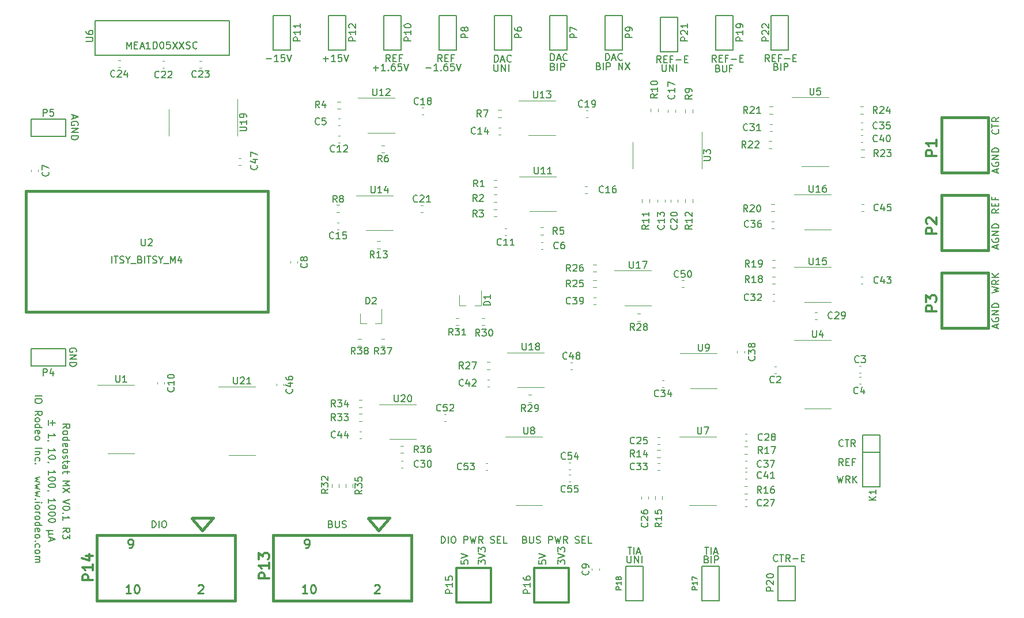
<source format=gto>
%TF.GenerationSoftware,KiCad,Pcbnew,5.1.7-a382d34a8~87~ubuntu18.04.1*%
%TF.CreationDate,2023-02-22T19:00:53-08:00*%
%TF.ProjectId,potentiostat,706f7465-6e74-4696-9f73-7461742e6b69,rev?*%
%TF.SameCoordinates,Original*%
%TF.FileFunction,Legend,Top*%
%TF.FilePolarity,Positive*%
%FSLAX46Y46*%
G04 Gerber Fmt 4.6, Leading zero omitted, Abs format (unit mm)*
G04 Created by KiCad (PCBNEW 5.1.7-a382d34a8~87~ubuntu18.04.1) date 2023-02-22 19:00:53*
%MOMM*%
%LPD*%
G01*
G04 APERTURE LIST*
%ADD10C,0.203200*%
%ADD11C,0.381000*%
%ADD12C,0.152400*%
%ADD13C,0.120000*%
%ADD14C,0.304800*%
%ADD15C,0.200000*%
%ADD16C,0.150000*%
%ADD17C,0.254000*%
G04 APERTURE END LIST*
D10*
X55220952Y-111646285D02*
X55220952Y-112420380D01*
X54833904Y-112033333D02*
X55608000Y-112033333D01*
X54640380Y-112420380D02*
X54640380Y-111646285D01*
X54640380Y-114210476D02*
X54640380Y-113629904D01*
X54640380Y-113920190D02*
X55656380Y-113920190D01*
X55511238Y-113823428D01*
X55414476Y-113726666D01*
X55366095Y-113629904D01*
X54688761Y-114694285D02*
X54640380Y-114694285D01*
X54543619Y-114645904D01*
X54495238Y-114597523D01*
X54640380Y-116436000D02*
X54640380Y-115855428D01*
X54640380Y-116145714D02*
X55656380Y-116145714D01*
X55511238Y-116048952D01*
X55414476Y-115952190D01*
X55366095Y-115855428D01*
X55656380Y-117064952D02*
X55656380Y-117161714D01*
X55608000Y-117258476D01*
X55559619Y-117306857D01*
X55462857Y-117355238D01*
X55269333Y-117403619D01*
X55027428Y-117403619D01*
X54833904Y-117355238D01*
X54737142Y-117306857D01*
X54688761Y-117258476D01*
X54640380Y-117161714D01*
X54640380Y-117064952D01*
X54688761Y-116968190D01*
X54737142Y-116919809D01*
X54833904Y-116871428D01*
X55027428Y-116823047D01*
X55269333Y-116823047D01*
X55462857Y-116871428D01*
X55559619Y-116919809D01*
X55608000Y-116968190D01*
X55656380Y-117064952D01*
X54688761Y-117887428D02*
X54640380Y-117887428D01*
X54543619Y-117839047D01*
X54495238Y-117790666D01*
X54640380Y-119629142D02*
X54640380Y-119048571D01*
X54640380Y-119338857D02*
X55656380Y-119338857D01*
X55511238Y-119242095D01*
X55414476Y-119145333D01*
X55366095Y-119048571D01*
X55656380Y-120258095D02*
X55656380Y-120354857D01*
X55608000Y-120451619D01*
X55559619Y-120500000D01*
X55462857Y-120548380D01*
X55269333Y-120596761D01*
X55027428Y-120596761D01*
X54833904Y-120548380D01*
X54737142Y-120500000D01*
X54688761Y-120451619D01*
X54640380Y-120354857D01*
X54640380Y-120258095D01*
X54688761Y-120161333D01*
X54737142Y-120112952D01*
X54833904Y-120064571D01*
X55027428Y-120016190D01*
X55269333Y-120016190D01*
X55462857Y-120064571D01*
X55559619Y-120112952D01*
X55608000Y-120161333D01*
X55656380Y-120258095D01*
X55656380Y-121225714D02*
X55656380Y-121322476D01*
X55608000Y-121419238D01*
X55559619Y-121467619D01*
X55462857Y-121516000D01*
X55269333Y-121564380D01*
X55027428Y-121564380D01*
X54833904Y-121516000D01*
X54737142Y-121467619D01*
X54688761Y-121419238D01*
X54640380Y-121322476D01*
X54640380Y-121225714D01*
X54688761Y-121128952D01*
X54737142Y-121080571D01*
X54833904Y-121032190D01*
X55027428Y-120983809D01*
X55269333Y-120983809D01*
X55462857Y-121032190D01*
X55559619Y-121080571D01*
X55608000Y-121128952D01*
X55656380Y-121225714D01*
X54688761Y-122048190D02*
X54640380Y-122048190D01*
X54543619Y-121999809D01*
X54495238Y-121951428D01*
X54640380Y-123789904D02*
X54640380Y-123209333D01*
X54640380Y-123499619D02*
X55656380Y-123499619D01*
X55511238Y-123402857D01*
X55414476Y-123306095D01*
X55366095Y-123209333D01*
X55656380Y-124418857D02*
X55656380Y-124515619D01*
X55608000Y-124612380D01*
X55559619Y-124660761D01*
X55462857Y-124709142D01*
X55269333Y-124757523D01*
X55027428Y-124757523D01*
X54833904Y-124709142D01*
X54737142Y-124660761D01*
X54688761Y-124612380D01*
X54640380Y-124515619D01*
X54640380Y-124418857D01*
X54688761Y-124322095D01*
X54737142Y-124273714D01*
X54833904Y-124225333D01*
X55027428Y-124176952D01*
X55269333Y-124176952D01*
X55462857Y-124225333D01*
X55559619Y-124273714D01*
X55608000Y-124322095D01*
X55656380Y-124418857D01*
X55656380Y-125386476D02*
X55656380Y-125483238D01*
X55608000Y-125580000D01*
X55559619Y-125628380D01*
X55462857Y-125676761D01*
X55269333Y-125725142D01*
X55027428Y-125725142D01*
X54833904Y-125676761D01*
X54737142Y-125628380D01*
X54688761Y-125580000D01*
X54640380Y-125483238D01*
X54640380Y-125386476D01*
X54688761Y-125289714D01*
X54737142Y-125241333D01*
X54833904Y-125192952D01*
X55027428Y-125144571D01*
X55269333Y-125144571D01*
X55462857Y-125192952D01*
X55559619Y-125241333D01*
X55608000Y-125289714D01*
X55656380Y-125386476D01*
X55656380Y-126354095D02*
X55656380Y-126450857D01*
X55608000Y-126547619D01*
X55559619Y-126596000D01*
X55462857Y-126644380D01*
X55269333Y-126692761D01*
X55027428Y-126692761D01*
X54833904Y-126644380D01*
X54737142Y-126596000D01*
X54688761Y-126547619D01*
X54640380Y-126450857D01*
X54640380Y-126354095D01*
X54688761Y-126257333D01*
X54737142Y-126208952D01*
X54833904Y-126160571D01*
X55027428Y-126112190D01*
X55269333Y-126112190D01*
X55462857Y-126160571D01*
X55559619Y-126208952D01*
X55608000Y-126257333D01*
X55656380Y-126354095D01*
X55317714Y-127902285D02*
X54301714Y-127902285D01*
X54785523Y-128386095D02*
X54688761Y-128434476D01*
X54640380Y-128531238D01*
X54785523Y-127902285D02*
X54688761Y-127950666D01*
X54640380Y-128047428D01*
X54640380Y-128240952D01*
X54688761Y-128337714D01*
X54785523Y-128386095D01*
X55317714Y-128386095D01*
X54930666Y-128918285D02*
X54930666Y-129402095D01*
X54640380Y-128821523D02*
X55656380Y-129160190D01*
X54640380Y-129498857D01*
X52640380Y-108035428D02*
X53656380Y-108035428D01*
X53656380Y-108712761D02*
X53656380Y-108906285D01*
X53608000Y-109003047D01*
X53511238Y-109099809D01*
X53317714Y-109148190D01*
X52979047Y-109148190D01*
X52785523Y-109099809D01*
X52688761Y-109003047D01*
X52640380Y-108906285D01*
X52640380Y-108712761D01*
X52688761Y-108616000D01*
X52785523Y-108519238D01*
X52979047Y-108470857D01*
X53317714Y-108470857D01*
X53511238Y-108519238D01*
X53608000Y-108616000D01*
X53656380Y-108712761D01*
X52640380Y-110938285D02*
X53124190Y-110599619D01*
X52640380Y-110357714D02*
X53656380Y-110357714D01*
X53656380Y-110744761D01*
X53608000Y-110841523D01*
X53559619Y-110889904D01*
X53462857Y-110938285D01*
X53317714Y-110938285D01*
X53220952Y-110889904D01*
X53172571Y-110841523D01*
X53124190Y-110744761D01*
X53124190Y-110357714D01*
X52640380Y-111518857D02*
X52688761Y-111422095D01*
X52737142Y-111373714D01*
X52833904Y-111325333D01*
X53124190Y-111325333D01*
X53220952Y-111373714D01*
X53269333Y-111422095D01*
X53317714Y-111518857D01*
X53317714Y-111664000D01*
X53269333Y-111760761D01*
X53220952Y-111809142D01*
X53124190Y-111857523D01*
X52833904Y-111857523D01*
X52737142Y-111809142D01*
X52688761Y-111760761D01*
X52640380Y-111664000D01*
X52640380Y-111518857D01*
X52640380Y-112728380D02*
X53656380Y-112728380D01*
X52688761Y-112728380D02*
X52640380Y-112631619D01*
X52640380Y-112438095D01*
X52688761Y-112341333D01*
X52737142Y-112292952D01*
X52833904Y-112244571D01*
X53124190Y-112244571D01*
X53220952Y-112292952D01*
X53269333Y-112341333D01*
X53317714Y-112438095D01*
X53317714Y-112631619D01*
X53269333Y-112728380D01*
X52688761Y-113599238D02*
X52640380Y-113502476D01*
X52640380Y-113308952D01*
X52688761Y-113212190D01*
X52785523Y-113163809D01*
X53172571Y-113163809D01*
X53269333Y-113212190D01*
X53317714Y-113308952D01*
X53317714Y-113502476D01*
X53269333Y-113599238D01*
X53172571Y-113647619D01*
X53075809Y-113647619D01*
X52979047Y-113163809D01*
X52640380Y-114228190D02*
X52688761Y-114131428D01*
X52737142Y-114083047D01*
X52833904Y-114034666D01*
X53124190Y-114034666D01*
X53220952Y-114083047D01*
X53269333Y-114131428D01*
X53317714Y-114228190D01*
X53317714Y-114373333D01*
X53269333Y-114470095D01*
X53220952Y-114518476D01*
X53124190Y-114566857D01*
X52833904Y-114566857D01*
X52737142Y-114518476D01*
X52688761Y-114470095D01*
X52640380Y-114373333D01*
X52640380Y-114228190D01*
X52640380Y-115776380D02*
X53656380Y-115776380D01*
X53317714Y-116260190D02*
X52640380Y-116260190D01*
X53220952Y-116260190D02*
X53269333Y-116308571D01*
X53317714Y-116405333D01*
X53317714Y-116550476D01*
X53269333Y-116647238D01*
X53172571Y-116695619D01*
X52640380Y-116695619D01*
X52688761Y-117614857D02*
X52640380Y-117518095D01*
X52640380Y-117324571D01*
X52688761Y-117227809D01*
X52737142Y-117179428D01*
X52833904Y-117131047D01*
X53124190Y-117131047D01*
X53220952Y-117179428D01*
X53269333Y-117227809D01*
X53317714Y-117324571D01*
X53317714Y-117518095D01*
X53269333Y-117614857D01*
X52737142Y-118050285D02*
X52688761Y-118098666D01*
X52640380Y-118050285D01*
X52688761Y-118001904D01*
X52737142Y-118050285D01*
X52640380Y-118050285D01*
X53317714Y-119985523D02*
X52640380Y-120179047D01*
X53124190Y-120372571D01*
X52640380Y-120566095D01*
X53317714Y-120759619D01*
X53317714Y-121049904D02*
X52640380Y-121243428D01*
X53124190Y-121436952D01*
X52640380Y-121630476D01*
X53317714Y-121824000D01*
X53317714Y-122114285D02*
X52640380Y-122307809D01*
X53124190Y-122501333D01*
X52640380Y-122694857D01*
X53317714Y-122888380D01*
X52737142Y-123275428D02*
X52688761Y-123323809D01*
X52640380Y-123275428D01*
X52688761Y-123227047D01*
X52737142Y-123275428D01*
X52640380Y-123275428D01*
X52640380Y-123759238D02*
X53317714Y-123759238D01*
X53656380Y-123759238D02*
X53608000Y-123710857D01*
X53559619Y-123759238D01*
X53608000Y-123807619D01*
X53656380Y-123759238D01*
X53559619Y-123759238D01*
X52640380Y-124388190D02*
X52688761Y-124291428D01*
X52737142Y-124243047D01*
X52833904Y-124194666D01*
X53124190Y-124194666D01*
X53220952Y-124243047D01*
X53269333Y-124291428D01*
X53317714Y-124388190D01*
X53317714Y-124533333D01*
X53269333Y-124630095D01*
X53220952Y-124678476D01*
X53124190Y-124726857D01*
X52833904Y-124726857D01*
X52737142Y-124678476D01*
X52688761Y-124630095D01*
X52640380Y-124533333D01*
X52640380Y-124388190D01*
X52640380Y-125162285D02*
X53317714Y-125162285D01*
X53124190Y-125162285D02*
X53220952Y-125210666D01*
X53269333Y-125259047D01*
X53317714Y-125355809D01*
X53317714Y-125452571D01*
X52640380Y-125936380D02*
X52688761Y-125839619D01*
X52737142Y-125791238D01*
X52833904Y-125742857D01*
X53124190Y-125742857D01*
X53220952Y-125791238D01*
X53269333Y-125839619D01*
X53317714Y-125936380D01*
X53317714Y-126081523D01*
X53269333Y-126178285D01*
X53220952Y-126226666D01*
X53124190Y-126275047D01*
X52833904Y-126275047D01*
X52737142Y-126226666D01*
X52688761Y-126178285D01*
X52640380Y-126081523D01*
X52640380Y-125936380D01*
X52640380Y-127145904D02*
X53656380Y-127145904D01*
X52688761Y-127145904D02*
X52640380Y-127049142D01*
X52640380Y-126855619D01*
X52688761Y-126758857D01*
X52737142Y-126710476D01*
X52833904Y-126662095D01*
X53124190Y-126662095D01*
X53220952Y-126710476D01*
X53269333Y-126758857D01*
X53317714Y-126855619D01*
X53317714Y-127049142D01*
X53269333Y-127145904D01*
X52688761Y-128016761D02*
X52640380Y-127920000D01*
X52640380Y-127726476D01*
X52688761Y-127629714D01*
X52785523Y-127581333D01*
X53172571Y-127581333D01*
X53269333Y-127629714D01*
X53317714Y-127726476D01*
X53317714Y-127920000D01*
X53269333Y-128016761D01*
X53172571Y-128065142D01*
X53075809Y-128065142D01*
X52979047Y-127581333D01*
X52640380Y-128645714D02*
X52688761Y-128548952D01*
X52737142Y-128500571D01*
X52833904Y-128452190D01*
X53124190Y-128452190D01*
X53220952Y-128500571D01*
X53269333Y-128548952D01*
X53317714Y-128645714D01*
X53317714Y-128790857D01*
X53269333Y-128887619D01*
X53220952Y-128936000D01*
X53124190Y-128984380D01*
X52833904Y-128984380D01*
X52737142Y-128936000D01*
X52688761Y-128887619D01*
X52640380Y-128790857D01*
X52640380Y-128645714D01*
X52737142Y-129419809D02*
X52688761Y-129468190D01*
X52640380Y-129419809D01*
X52688761Y-129371428D01*
X52737142Y-129419809D01*
X52640380Y-129419809D01*
X52688761Y-130339047D02*
X52640380Y-130242285D01*
X52640380Y-130048761D01*
X52688761Y-129952000D01*
X52737142Y-129903619D01*
X52833904Y-129855238D01*
X53124190Y-129855238D01*
X53220952Y-129903619D01*
X53269333Y-129952000D01*
X53317714Y-130048761D01*
X53317714Y-130242285D01*
X53269333Y-130339047D01*
X52640380Y-130919619D02*
X52688761Y-130822857D01*
X52737142Y-130774476D01*
X52833904Y-130726095D01*
X53124190Y-130726095D01*
X53220952Y-130774476D01*
X53269333Y-130822857D01*
X53317714Y-130919619D01*
X53317714Y-131064761D01*
X53269333Y-131161523D01*
X53220952Y-131209904D01*
X53124190Y-131258285D01*
X52833904Y-131258285D01*
X52737142Y-131209904D01*
X52688761Y-131161523D01*
X52640380Y-131064761D01*
X52640380Y-130919619D01*
X52640380Y-131693714D02*
X53317714Y-131693714D01*
X53220952Y-131693714D02*
X53269333Y-131742095D01*
X53317714Y-131838857D01*
X53317714Y-131984000D01*
X53269333Y-132080761D01*
X53172571Y-132129142D01*
X52640380Y-132129142D01*
X53172571Y-132129142D02*
X53269333Y-132177523D01*
X53317714Y-132274285D01*
X53317714Y-132419428D01*
X53269333Y-132516190D01*
X53172571Y-132564571D01*
X52640380Y-132564571D01*
X139651619Y-131625219D02*
X139651619Y-132447695D01*
X139700000Y-132544457D01*
X139748380Y-132592838D01*
X139845142Y-132641219D01*
X140038666Y-132641219D01*
X140135428Y-132592838D01*
X140183809Y-132544457D01*
X140232190Y-132447695D01*
X140232190Y-131625219D01*
X140716000Y-132641219D02*
X140716000Y-131625219D01*
X141296571Y-132641219D01*
X141296571Y-131625219D01*
X141780380Y-132641219D02*
X141780380Y-131625219D01*
X151316266Y-132109028D02*
X151461409Y-132157409D01*
X151509790Y-132205790D01*
X151558171Y-132302552D01*
X151558171Y-132447695D01*
X151509790Y-132544457D01*
X151461409Y-132592838D01*
X151364647Y-132641219D01*
X150977600Y-132641219D01*
X150977600Y-131625219D01*
X151316266Y-131625219D01*
X151413028Y-131673600D01*
X151461409Y-131721980D01*
X151509790Y-131818742D01*
X151509790Y-131915504D01*
X151461409Y-132012266D01*
X151413028Y-132060647D01*
X151316266Y-132109028D01*
X150977600Y-132109028D01*
X151993600Y-132641219D02*
X151993600Y-131625219D01*
X152477409Y-132641219D02*
X152477409Y-131625219D01*
X152864457Y-131625219D01*
X152961219Y-131673600D01*
X153009600Y-131721980D01*
X153057980Y-131818742D01*
X153057980Y-131963885D01*
X153009600Y-132060647D01*
X152961219Y-132109028D01*
X152864457Y-132157409D01*
X152477409Y-132157409D01*
X161527066Y-59617428D02*
X161672209Y-59665809D01*
X161720590Y-59714190D01*
X161768971Y-59810952D01*
X161768971Y-59956095D01*
X161720590Y-60052857D01*
X161672209Y-60101238D01*
X161575447Y-60149619D01*
X161188400Y-60149619D01*
X161188400Y-59133619D01*
X161527066Y-59133619D01*
X161623828Y-59182000D01*
X161672209Y-59230380D01*
X161720590Y-59327142D01*
X161720590Y-59423904D01*
X161672209Y-59520666D01*
X161623828Y-59569047D01*
X161527066Y-59617428D01*
X161188400Y-59617428D01*
X162204400Y-60149619D02*
X162204400Y-59133619D01*
X162688209Y-60149619D02*
X162688209Y-59133619D01*
X163075257Y-59133619D01*
X163172019Y-59182000D01*
X163220400Y-59230380D01*
X163268780Y-59327142D01*
X163268780Y-59472285D01*
X163220400Y-59569047D01*
X163172019Y-59617428D01*
X163075257Y-59665809D01*
X162688209Y-59665809D01*
X152978152Y-59871428D02*
X153123295Y-59919809D01*
X153171676Y-59968190D01*
X153220057Y-60064952D01*
X153220057Y-60210095D01*
X153171676Y-60306857D01*
X153123295Y-60355238D01*
X153026533Y-60403619D01*
X152639485Y-60403619D01*
X152639485Y-59387619D01*
X152978152Y-59387619D01*
X153074914Y-59436000D01*
X153123295Y-59484380D01*
X153171676Y-59581142D01*
X153171676Y-59677904D01*
X153123295Y-59774666D01*
X153074914Y-59823047D01*
X152978152Y-59871428D01*
X152639485Y-59871428D01*
X153655485Y-59387619D02*
X153655485Y-60210095D01*
X153703866Y-60306857D01*
X153752247Y-60355238D01*
X153849009Y-60403619D01*
X154042533Y-60403619D01*
X154139295Y-60355238D01*
X154187676Y-60306857D01*
X154236057Y-60210095D01*
X154236057Y-59387619D01*
X155058533Y-59871428D02*
X154719866Y-59871428D01*
X154719866Y-60403619D02*
X154719866Y-59387619D01*
X155203676Y-59387619D01*
X144782419Y-59336819D02*
X144782419Y-60159295D01*
X144830800Y-60256057D01*
X144879180Y-60304438D01*
X144975942Y-60352819D01*
X145169466Y-60352819D01*
X145266228Y-60304438D01*
X145314609Y-60256057D01*
X145362990Y-60159295D01*
X145362990Y-59336819D01*
X145846800Y-60352819D02*
X145846800Y-59336819D01*
X146427371Y-60352819D01*
X146427371Y-59336819D01*
X146911180Y-60352819D02*
X146911180Y-59336819D01*
X135435219Y-59566628D02*
X135580361Y-59615009D01*
X135628742Y-59663390D01*
X135677123Y-59760152D01*
X135677123Y-59905295D01*
X135628742Y-60002057D01*
X135580361Y-60050438D01*
X135483600Y-60098819D01*
X135096552Y-60098819D01*
X135096552Y-59082819D01*
X135435219Y-59082819D01*
X135531980Y-59131200D01*
X135580361Y-59179580D01*
X135628742Y-59276342D01*
X135628742Y-59373104D01*
X135580361Y-59469866D01*
X135531980Y-59518247D01*
X135435219Y-59566628D01*
X135096552Y-59566628D01*
X136112552Y-60098819D02*
X136112552Y-59082819D01*
X136596361Y-60098819D02*
X136596361Y-59082819D01*
X136983409Y-59082819D01*
X137080171Y-59131200D01*
X137128552Y-59179580D01*
X137176933Y-59276342D01*
X137176933Y-59421485D01*
X137128552Y-59518247D01*
X137080171Y-59566628D01*
X136983409Y-59615009D01*
X136596361Y-59615009D01*
X138386457Y-60098819D02*
X138386457Y-59082819D01*
X138967028Y-60098819D01*
X138967028Y-59082819D01*
X139354076Y-59082819D02*
X140031409Y-60098819D01*
X140031409Y-59082819D02*
X139354076Y-60098819D01*
X110056990Y-59813371D02*
X110831085Y-59813371D01*
X111847085Y-60200419D02*
X111266514Y-60200419D01*
X111556800Y-60200419D02*
X111556800Y-59184419D01*
X111460038Y-59329561D01*
X111363276Y-59426323D01*
X111266514Y-59474704D01*
X112282514Y-60103657D02*
X112330895Y-60152038D01*
X112282514Y-60200419D01*
X112234133Y-60152038D01*
X112282514Y-60103657D01*
X112282514Y-60200419D01*
X113201752Y-59184419D02*
X113008228Y-59184419D01*
X112911466Y-59232800D01*
X112863085Y-59281180D01*
X112766323Y-59426323D01*
X112717942Y-59619847D01*
X112717942Y-60006895D01*
X112766323Y-60103657D01*
X112814704Y-60152038D01*
X112911466Y-60200419D01*
X113104990Y-60200419D01*
X113201752Y-60152038D01*
X113250133Y-60103657D01*
X113298514Y-60006895D01*
X113298514Y-59764990D01*
X113250133Y-59668228D01*
X113201752Y-59619847D01*
X113104990Y-59571466D01*
X112911466Y-59571466D01*
X112814704Y-59619847D01*
X112766323Y-59668228D01*
X112717942Y-59764990D01*
X114217752Y-59184419D02*
X113733942Y-59184419D01*
X113685561Y-59668228D01*
X113733942Y-59619847D01*
X113830704Y-59571466D01*
X114072609Y-59571466D01*
X114169371Y-59619847D01*
X114217752Y-59668228D01*
X114266133Y-59764990D01*
X114266133Y-60006895D01*
X114217752Y-60103657D01*
X114169371Y-60152038D01*
X114072609Y-60200419D01*
X113830704Y-60200419D01*
X113733942Y-60152038D01*
X113685561Y-60103657D01*
X114556419Y-59184419D02*
X114895085Y-60200419D01*
X115233752Y-59184419D01*
X102335390Y-59813371D02*
X103109485Y-59813371D01*
X102722438Y-60200419D02*
X102722438Y-59426323D01*
X104125485Y-60200419D02*
X103544914Y-60200419D01*
X103835200Y-60200419D02*
X103835200Y-59184419D01*
X103738438Y-59329561D01*
X103641676Y-59426323D01*
X103544914Y-59474704D01*
X104560914Y-60103657D02*
X104609295Y-60152038D01*
X104560914Y-60200419D01*
X104512533Y-60152038D01*
X104560914Y-60103657D01*
X104560914Y-60200419D01*
X105480152Y-59184419D02*
X105286628Y-59184419D01*
X105189866Y-59232800D01*
X105141485Y-59281180D01*
X105044723Y-59426323D01*
X104996342Y-59619847D01*
X104996342Y-60006895D01*
X105044723Y-60103657D01*
X105093104Y-60152038D01*
X105189866Y-60200419D01*
X105383390Y-60200419D01*
X105480152Y-60152038D01*
X105528533Y-60103657D01*
X105576914Y-60006895D01*
X105576914Y-59764990D01*
X105528533Y-59668228D01*
X105480152Y-59619847D01*
X105383390Y-59571466D01*
X105189866Y-59571466D01*
X105093104Y-59619847D01*
X105044723Y-59668228D01*
X104996342Y-59764990D01*
X106496152Y-59184419D02*
X106012342Y-59184419D01*
X105963961Y-59668228D01*
X106012342Y-59619847D01*
X106109104Y-59571466D01*
X106351009Y-59571466D01*
X106447771Y-59619847D01*
X106496152Y-59668228D01*
X106544533Y-59764990D01*
X106544533Y-60006895D01*
X106496152Y-60103657D01*
X106447771Y-60152038D01*
X106351009Y-60200419D01*
X106109104Y-60200419D01*
X106012342Y-60152038D01*
X105963961Y-60103657D01*
X106834819Y-59184419D02*
X107173485Y-60200419D01*
X107512152Y-59184419D01*
X128710266Y-59617428D02*
X128855409Y-59665809D01*
X128903790Y-59714190D01*
X128952171Y-59810952D01*
X128952171Y-59956095D01*
X128903790Y-60052857D01*
X128855409Y-60101238D01*
X128758647Y-60149619D01*
X128371600Y-60149619D01*
X128371600Y-59133619D01*
X128710266Y-59133619D01*
X128807028Y-59182000D01*
X128855409Y-59230380D01*
X128903790Y-59327142D01*
X128903790Y-59423904D01*
X128855409Y-59520666D01*
X128807028Y-59569047D01*
X128710266Y-59617428D01*
X128371600Y-59617428D01*
X129387600Y-60149619D02*
X129387600Y-59133619D01*
X129871409Y-60149619D02*
X129871409Y-59133619D01*
X130258457Y-59133619D01*
X130355219Y-59182000D01*
X130403600Y-59230380D01*
X130451980Y-59327142D01*
X130451980Y-59472285D01*
X130403600Y-59569047D01*
X130355219Y-59617428D01*
X130258457Y-59665809D01*
X129871409Y-59665809D01*
X120093619Y-59286019D02*
X120093619Y-60108495D01*
X120142000Y-60205257D01*
X120190380Y-60253638D01*
X120287142Y-60302019D01*
X120480666Y-60302019D01*
X120577428Y-60253638D01*
X120625809Y-60205257D01*
X120674190Y-60108495D01*
X120674190Y-59286019D01*
X121158000Y-60302019D02*
X121158000Y-59286019D01*
X121738571Y-60302019D01*
X121738571Y-59286019D01*
X122222380Y-60302019D02*
X122222380Y-59286019D01*
X160535257Y-58879619D02*
X160196590Y-58395809D01*
X159954685Y-58879619D02*
X159954685Y-57863619D01*
X160341733Y-57863619D01*
X160438495Y-57912000D01*
X160486876Y-57960380D01*
X160535257Y-58057142D01*
X160535257Y-58202285D01*
X160486876Y-58299047D01*
X160438495Y-58347428D01*
X160341733Y-58395809D01*
X159954685Y-58395809D01*
X160970685Y-58347428D02*
X161309352Y-58347428D01*
X161454495Y-58879619D02*
X160970685Y-58879619D01*
X160970685Y-57863619D01*
X161454495Y-57863619D01*
X162228590Y-58347428D02*
X161889923Y-58347428D01*
X161889923Y-58879619D02*
X161889923Y-57863619D01*
X162373733Y-57863619D01*
X162760780Y-58492571D02*
X163534876Y-58492571D01*
X164018685Y-58347428D02*
X164357352Y-58347428D01*
X164502495Y-58879619D02*
X164018685Y-58879619D01*
X164018685Y-57863619D01*
X164502495Y-57863619D01*
X171377428Y-115424857D02*
X171329047Y-115473238D01*
X171183904Y-115521619D01*
X171087142Y-115521619D01*
X170942000Y-115473238D01*
X170845238Y-115376476D01*
X170796857Y-115279714D01*
X170748476Y-115086190D01*
X170748476Y-114941047D01*
X170796857Y-114747523D01*
X170845238Y-114650761D01*
X170942000Y-114554000D01*
X171087142Y-114505619D01*
X171183904Y-114505619D01*
X171329047Y-114554000D01*
X171377428Y-114602380D01*
X171667714Y-114505619D02*
X172248285Y-114505619D01*
X171958000Y-115521619D02*
X171958000Y-114505619D01*
X173167523Y-115521619D02*
X172828857Y-115037809D01*
X172586952Y-115521619D02*
X172586952Y-114505619D01*
X172974000Y-114505619D01*
X173070761Y-114554000D01*
X173119142Y-114602380D01*
X173167523Y-114699142D01*
X173167523Y-114844285D01*
X173119142Y-114941047D01*
X173070761Y-114989428D01*
X172974000Y-115037809D01*
X172586952Y-115037809D01*
X171377428Y-118315619D02*
X171038761Y-117831809D01*
X170796857Y-118315619D02*
X170796857Y-117299619D01*
X171183904Y-117299619D01*
X171280666Y-117348000D01*
X171329047Y-117396380D01*
X171377428Y-117493142D01*
X171377428Y-117638285D01*
X171329047Y-117735047D01*
X171280666Y-117783428D01*
X171183904Y-117831809D01*
X170796857Y-117831809D01*
X171812857Y-117783428D02*
X172151523Y-117783428D01*
X172296666Y-118315619D02*
X171812857Y-118315619D01*
X171812857Y-117299619D01*
X172296666Y-117299619D01*
X173070761Y-117783428D02*
X172732095Y-117783428D01*
X172732095Y-118315619D02*
X172732095Y-117299619D01*
X173215904Y-117299619D01*
X170506571Y-119839619D02*
X170748476Y-120855619D01*
X170942000Y-120129904D01*
X171135523Y-120855619D01*
X171377428Y-119839619D01*
X172345047Y-120855619D02*
X172006380Y-120371809D01*
X171764476Y-120855619D02*
X171764476Y-119839619D01*
X172151523Y-119839619D01*
X172248285Y-119888000D01*
X172296666Y-119936380D01*
X172345047Y-120033142D01*
X172345047Y-120178285D01*
X172296666Y-120275047D01*
X172248285Y-120323428D01*
X172151523Y-120371809D01*
X171764476Y-120371809D01*
X172780476Y-120855619D02*
X172780476Y-119839619D01*
X173361047Y-120855619D02*
X172925619Y-120275047D01*
X173361047Y-119839619D02*
X172780476Y-120420190D01*
X194164857Y-68906571D02*
X194213238Y-68954952D01*
X194261619Y-69100095D01*
X194261619Y-69196857D01*
X194213238Y-69342000D01*
X194116476Y-69438761D01*
X194019714Y-69487142D01*
X193826190Y-69535523D01*
X193681047Y-69535523D01*
X193487523Y-69487142D01*
X193390761Y-69438761D01*
X193294000Y-69342000D01*
X193245619Y-69196857D01*
X193245619Y-69100095D01*
X193294000Y-68954952D01*
X193342380Y-68906571D01*
X193245619Y-68616285D02*
X193245619Y-68035714D01*
X194261619Y-68326000D02*
X193245619Y-68326000D01*
X194261619Y-67116476D02*
X193777809Y-67455142D01*
X194261619Y-67697047D02*
X193245619Y-67697047D01*
X193245619Y-67310000D01*
X193294000Y-67213238D01*
X193342380Y-67164857D01*
X193439142Y-67116476D01*
X193584285Y-67116476D01*
X193681047Y-67164857D01*
X193729428Y-67213238D01*
X193777809Y-67310000D01*
X193777809Y-67697047D01*
X194261619Y-80590571D02*
X193777809Y-80929238D01*
X194261619Y-81171142D02*
X193245619Y-81171142D01*
X193245619Y-80784095D01*
X193294000Y-80687333D01*
X193342380Y-80638952D01*
X193439142Y-80590571D01*
X193584285Y-80590571D01*
X193681047Y-80638952D01*
X193729428Y-80687333D01*
X193777809Y-80784095D01*
X193777809Y-81171142D01*
X193729428Y-80155142D02*
X193729428Y-79816476D01*
X194261619Y-79671333D02*
X194261619Y-80155142D01*
X193245619Y-80155142D01*
X193245619Y-79671333D01*
X193729428Y-78897238D02*
X193729428Y-79235904D01*
X194261619Y-79235904D02*
X193245619Y-79235904D01*
X193245619Y-78752095D01*
X193245619Y-92891428D02*
X194261619Y-92649523D01*
X193535904Y-92456000D01*
X194261619Y-92262476D01*
X193245619Y-92020571D01*
X194261619Y-91052952D02*
X193777809Y-91391619D01*
X194261619Y-91633523D02*
X193245619Y-91633523D01*
X193245619Y-91246476D01*
X193294000Y-91149714D01*
X193342380Y-91101333D01*
X193439142Y-91052952D01*
X193584285Y-91052952D01*
X193681047Y-91101333D01*
X193729428Y-91149714D01*
X193777809Y-91246476D01*
X193777809Y-91633523D01*
X194261619Y-90617523D02*
X193245619Y-90617523D01*
X194261619Y-90036952D02*
X193681047Y-90472380D01*
X193245619Y-90036952D02*
X193826190Y-90617523D01*
X193971333Y-75196095D02*
X193971333Y-74712285D01*
X194261619Y-75292857D02*
X193245619Y-74954190D01*
X194261619Y-74615523D01*
X193294000Y-73744666D02*
X193245619Y-73841428D01*
X193245619Y-73986571D01*
X193294000Y-74131714D01*
X193390761Y-74228476D01*
X193487523Y-74276857D01*
X193681047Y-74325238D01*
X193826190Y-74325238D01*
X194019714Y-74276857D01*
X194116476Y-74228476D01*
X194213238Y-74131714D01*
X194261619Y-73986571D01*
X194261619Y-73889809D01*
X194213238Y-73744666D01*
X194164857Y-73696285D01*
X193826190Y-73696285D01*
X193826190Y-73889809D01*
X194261619Y-73260857D02*
X193245619Y-73260857D01*
X194261619Y-72680285D01*
X193245619Y-72680285D01*
X194261619Y-72196476D02*
X193245619Y-72196476D01*
X193245619Y-71954571D01*
X193294000Y-71809428D01*
X193390761Y-71712666D01*
X193487523Y-71664285D01*
X193681047Y-71615904D01*
X193826190Y-71615904D01*
X194019714Y-71664285D01*
X194116476Y-71712666D01*
X194213238Y-71809428D01*
X194261619Y-71954571D01*
X194261619Y-72196476D01*
X193971333Y-86372095D02*
X193971333Y-85888285D01*
X194261619Y-86468857D02*
X193245619Y-86130190D01*
X194261619Y-85791523D01*
X193294000Y-84920666D02*
X193245619Y-85017428D01*
X193245619Y-85162571D01*
X193294000Y-85307714D01*
X193390761Y-85404476D01*
X193487523Y-85452857D01*
X193681047Y-85501238D01*
X193826190Y-85501238D01*
X194019714Y-85452857D01*
X194116476Y-85404476D01*
X194213238Y-85307714D01*
X194261619Y-85162571D01*
X194261619Y-85065809D01*
X194213238Y-84920666D01*
X194164857Y-84872285D01*
X193826190Y-84872285D01*
X193826190Y-85065809D01*
X194261619Y-84436857D02*
X193245619Y-84436857D01*
X194261619Y-83856285D01*
X193245619Y-83856285D01*
X194261619Y-83372476D02*
X193245619Y-83372476D01*
X193245619Y-83130571D01*
X193294000Y-82985428D01*
X193390761Y-82888666D01*
X193487523Y-82840285D01*
X193681047Y-82791904D01*
X193826190Y-82791904D01*
X194019714Y-82840285D01*
X194116476Y-82888666D01*
X194213238Y-82985428D01*
X194261619Y-83130571D01*
X194261619Y-83372476D01*
X193971333Y-98056095D02*
X193971333Y-97572285D01*
X194261619Y-98152857D02*
X193245619Y-97814190D01*
X194261619Y-97475523D01*
X193294000Y-96604666D02*
X193245619Y-96701428D01*
X193245619Y-96846571D01*
X193294000Y-96991714D01*
X193390761Y-97088476D01*
X193487523Y-97136857D01*
X193681047Y-97185238D01*
X193826190Y-97185238D01*
X194019714Y-97136857D01*
X194116476Y-97088476D01*
X194213238Y-96991714D01*
X194261619Y-96846571D01*
X194261619Y-96749809D01*
X194213238Y-96604666D01*
X194164857Y-96556285D01*
X193826190Y-96556285D01*
X193826190Y-96749809D01*
X194261619Y-96120857D02*
X193245619Y-96120857D01*
X194261619Y-95540285D01*
X193245619Y-95540285D01*
X194261619Y-95056476D02*
X193245619Y-95056476D01*
X193245619Y-94814571D01*
X193294000Y-94669428D01*
X193390761Y-94572666D01*
X193487523Y-94524285D01*
X193681047Y-94475904D01*
X193826190Y-94475904D01*
X194019714Y-94524285D01*
X194116476Y-94572666D01*
X194213238Y-94669428D01*
X194261619Y-94814571D01*
X194261619Y-95056476D01*
X58250666Y-66789904D02*
X58250666Y-67273714D01*
X57960380Y-66693142D02*
X58976380Y-67031809D01*
X57960380Y-67370476D01*
X58928000Y-68241333D02*
X58976380Y-68144571D01*
X58976380Y-67999428D01*
X58928000Y-67854285D01*
X58831238Y-67757523D01*
X58734476Y-67709142D01*
X58540952Y-67660761D01*
X58395809Y-67660761D01*
X58202285Y-67709142D01*
X58105523Y-67757523D01*
X58008761Y-67854285D01*
X57960380Y-67999428D01*
X57960380Y-68096190D01*
X58008761Y-68241333D01*
X58057142Y-68289714D01*
X58395809Y-68289714D01*
X58395809Y-68096190D01*
X57960380Y-68725142D02*
X58976380Y-68725142D01*
X57960380Y-69305714D01*
X58976380Y-69305714D01*
X57960380Y-69789523D02*
X58976380Y-69789523D01*
X58976380Y-70031428D01*
X58928000Y-70176571D01*
X58831238Y-70273333D01*
X58734476Y-70321714D01*
X58540952Y-70370095D01*
X58395809Y-70370095D01*
X58202285Y-70321714D01*
X58105523Y-70273333D01*
X58008761Y-70176571D01*
X57960380Y-70031428D01*
X57960380Y-69789523D01*
X58674000Y-101587904D02*
X58722380Y-101491142D01*
X58722380Y-101346000D01*
X58674000Y-101200857D01*
X58577238Y-101104095D01*
X58480476Y-101055714D01*
X58286952Y-101007333D01*
X58141809Y-101007333D01*
X57948285Y-101055714D01*
X57851523Y-101104095D01*
X57754761Y-101200857D01*
X57706380Y-101346000D01*
X57706380Y-101442761D01*
X57754761Y-101587904D01*
X57803142Y-101636285D01*
X58141809Y-101636285D01*
X58141809Y-101442761D01*
X57706380Y-102071714D02*
X58722380Y-102071714D01*
X57706380Y-102652285D01*
X58722380Y-102652285D01*
X57706380Y-103136095D02*
X58722380Y-103136095D01*
X58722380Y-103378000D01*
X58674000Y-103523142D01*
X58577238Y-103619904D01*
X58480476Y-103668285D01*
X58286952Y-103716666D01*
X58141809Y-103716666D01*
X57948285Y-103668285D01*
X57851523Y-103619904D01*
X57754761Y-103523142D01*
X57706380Y-103378000D01*
X57706380Y-103136095D01*
X129491619Y-132829904D02*
X129491619Y-132200952D01*
X129878666Y-132539619D01*
X129878666Y-132394476D01*
X129927047Y-132297714D01*
X129975428Y-132249333D01*
X130072190Y-132200952D01*
X130314095Y-132200952D01*
X130410857Y-132249333D01*
X130459238Y-132297714D01*
X130507619Y-132394476D01*
X130507619Y-132684761D01*
X130459238Y-132781523D01*
X130410857Y-132829904D01*
X129491619Y-131910666D02*
X130507619Y-131572000D01*
X129491619Y-131233333D01*
X129491619Y-130991428D02*
X129491619Y-130362476D01*
X129878666Y-130701142D01*
X129878666Y-130556000D01*
X129927047Y-130459238D01*
X129975428Y-130410857D01*
X130072190Y-130362476D01*
X130314095Y-130362476D01*
X130410857Y-130410857D01*
X130459238Y-130459238D01*
X130507619Y-130556000D01*
X130507619Y-130846285D01*
X130459238Y-130943047D01*
X130410857Y-130991428D01*
X126697619Y-132273523D02*
X126697619Y-132757333D01*
X127181428Y-132805714D01*
X127133047Y-132757333D01*
X127084666Y-132660571D01*
X127084666Y-132418666D01*
X127133047Y-132321904D01*
X127181428Y-132273523D01*
X127278190Y-132225142D01*
X127520095Y-132225142D01*
X127616857Y-132273523D01*
X127665238Y-132321904D01*
X127713619Y-132418666D01*
X127713619Y-132660571D01*
X127665238Y-132757333D01*
X127616857Y-132805714D01*
X126697619Y-131934857D02*
X127713619Y-131596190D01*
X126697619Y-131257523D01*
X124617238Y-129213428D02*
X124762380Y-129261809D01*
X124810761Y-129310190D01*
X124859142Y-129406952D01*
X124859142Y-129552095D01*
X124810761Y-129648857D01*
X124762380Y-129697238D01*
X124665619Y-129745619D01*
X124278571Y-129745619D01*
X124278571Y-128729619D01*
X124617238Y-128729619D01*
X124714000Y-128778000D01*
X124762380Y-128826380D01*
X124810761Y-128923142D01*
X124810761Y-129019904D01*
X124762380Y-129116666D01*
X124714000Y-129165047D01*
X124617238Y-129213428D01*
X124278571Y-129213428D01*
X125294571Y-128729619D02*
X125294571Y-129552095D01*
X125342952Y-129648857D01*
X125391333Y-129697238D01*
X125488095Y-129745619D01*
X125681619Y-129745619D01*
X125778380Y-129697238D01*
X125826761Y-129648857D01*
X125875142Y-129552095D01*
X125875142Y-128729619D01*
X126310571Y-129697238D02*
X126455714Y-129745619D01*
X126697619Y-129745619D01*
X126794380Y-129697238D01*
X126842761Y-129648857D01*
X126891142Y-129552095D01*
X126891142Y-129455333D01*
X126842761Y-129358571D01*
X126794380Y-129310190D01*
X126697619Y-129261809D01*
X126504095Y-129213428D01*
X126407333Y-129165047D01*
X126358952Y-129116666D01*
X126310571Y-129019904D01*
X126310571Y-128923142D01*
X126358952Y-128826380D01*
X126407333Y-128778000D01*
X126504095Y-128729619D01*
X126746000Y-128729619D01*
X126891142Y-128778000D01*
X128100666Y-129745619D02*
X128100666Y-128729619D01*
X128487714Y-128729619D01*
X128584476Y-128778000D01*
X128632857Y-128826380D01*
X128681238Y-128923142D01*
X128681238Y-129068285D01*
X128632857Y-129165047D01*
X128584476Y-129213428D01*
X128487714Y-129261809D01*
X128100666Y-129261809D01*
X129019904Y-128729619D02*
X129261809Y-129745619D01*
X129455333Y-129019904D01*
X129648857Y-129745619D01*
X129890761Y-128729619D01*
X130858380Y-129745619D02*
X130519714Y-129261809D01*
X130277809Y-129745619D02*
X130277809Y-128729619D01*
X130664857Y-128729619D01*
X130761619Y-128778000D01*
X130810000Y-128826380D01*
X130858380Y-128923142D01*
X130858380Y-129068285D01*
X130810000Y-129165047D01*
X130761619Y-129213428D01*
X130664857Y-129261809D01*
X130277809Y-129261809D01*
X132019523Y-129697238D02*
X132164666Y-129745619D01*
X132406571Y-129745619D01*
X132503333Y-129697238D01*
X132551714Y-129648857D01*
X132600095Y-129552095D01*
X132600095Y-129455333D01*
X132551714Y-129358571D01*
X132503333Y-129310190D01*
X132406571Y-129261809D01*
X132213047Y-129213428D01*
X132116285Y-129165047D01*
X132067904Y-129116666D01*
X132019523Y-129019904D01*
X132019523Y-128923142D01*
X132067904Y-128826380D01*
X132116285Y-128778000D01*
X132213047Y-128729619D01*
X132454952Y-128729619D01*
X132600095Y-128778000D01*
X133035523Y-129213428D02*
X133374190Y-129213428D01*
X133519333Y-129745619D02*
X133035523Y-129745619D01*
X133035523Y-128729619D01*
X133519333Y-128729619D01*
X134438571Y-129745619D02*
X133954761Y-129745619D01*
X133954761Y-128729619D01*
X112328476Y-129745619D02*
X112328476Y-128729619D01*
X112570380Y-128729619D01*
X112715523Y-128778000D01*
X112812285Y-128874761D01*
X112860666Y-128971523D01*
X112909047Y-129165047D01*
X112909047Y-129310190D01*
X112860666Y-129503714D01*
X112812285Y-129600476D01*
X112715523Y-129697238D01*
X112570380Y-129745619D01*
X112328476Y-129745619D01*
X113344476Y-129745619D02*
X113344476Y-128729619D01*
X114021809Y-128729619D02*
X114215333Y-128729619D01*
X114312095Y-128778000D01*
X114408857Y-128874761D01*
X114457238Y-129068285D01*
X114457238Y-129406952D01*
X114408857Y-129600476D01*
X114312095Y-129697238D01*
X114215333Y-129745619D01*
X114021809Y-129745619D01*
X113925047Y-129697238D01*
X113828285Y-129600476D01*
X113779904Y-129406952D01*
X113779904Y-129068285D01*
X113828285Y-128874761D01*
X113925047Y-128778000D01*
X114021809Y-128729619D01*
X115666761Y-129745619D02*
X115666761Y-128729619D01*
X116053809Y-128729619D01*
X116150571Y-128778000D01*
X116198952Y-128826380D01*
X116247333Y-128923142D01*
X116247333Y-129068285D01*
X116198952Y-129165047D01*
X116150571Y-129213428D01*
X116053809Y-129261809D01*
X115666761Y-129261809D01*
X116586000Y-128729619D02*
X116827904Y-129745619D01*
X117021428Y-129019904D01*
X117214952Y-129745619D01*
X117456857Y-128729619D01*
X118424476Y-129745619D02*
X118085809Y-129261809D01*
X117843904Y-129745619D02*
X117843904Y-128729619D01*
X118230952Y-128729619D01*
X118327714Y-128778000D01*
X118376095Y-128826380D01*
X118424476Y-128923142D01*
X118424476Y-129068285D01*
X118376095Y-129165047D01*
X118327714Y-129213428D01*
X118230952Y-129261809D01*
X117843904Y-129261809D01*
X119585619Y-129697238D02*
X119730761Y-129745619D01*
X119972666Y-129745619D01*
X120069428Y-129697238D01*
X120117809Y-129648857D01*
X120166190Y-129552095D01*
X120166190Y-129455333D01*
X120117809Y-129358571D01*
X120069428Y-129310190D01*
X119972666Y-129261809D01*
X119779142Y-129213428D01*
X119682380Y-129165047D01*
X119634000Y-129116666D01*
X119585619Y-129019904D01*
X119585619Y-128923142D01*
X119634000Y-128826380D01*
X119682380Y-128778000D01*
X119779142Y-128729619D01*
X120021047Y-128729619D01*
X120166190Y-128778000D01*
X120601619Y-129213428D02*
X120940285Y-129213428D01*
X121085428Y-129745619D02*
X120601619Y-129745619D01*
X120601619Y-128729619D01*
X121085428Y-128729619D01*
X122004666Y-129745619D02*
X121520857Y-129745619D01*
X121520857Y-128729619D01*
X117807619Y-132829904D02*
X117807619Y-132200952D01*
X118194666Y-132539619D01*
X118194666Y-132394476D01*
X118243047Y-132297714D01*
X118291428Y-132249333D01*
X118388190Y-132200952D01*
X118630095Y-132200952D01*
X118726857Y-132249333D01*
X118775238Y-132297714D01*
X118823619Y-132394476D01*
X118823619Y-132684761D01*
X118775238Y-132781523D01*
X118726857Y-132829904D01*
X117807619Y-131910666D02*
X118823619Y-131572000D01*
X117807619Y-131233333D01*
X117807619Y-130991428D02*
X117807619Y-130362476D01*
X118194666Y-130701142D01*
X118194666Y-130556000D01*
X118243047Y-130459238D01*
X118291428Y-130410857D01*
X118388190Y-130362476D01*
X118630095Y-130362476D01*
X118726857Y-130410857D01*
X118775238Y-130459238D01*
X118823619Y-130556000D01*
X118823619Y-130846285D01*
X118775238Y-130943047D01*
X118726857Y-130991428D01*
X115267619Y-132273523D02*
X115267619Y-132757333D01*
X115751428Y-132805714D01*
X115703047Y-132757333D01*
X115654666Y-132660571D01*
X115654666Y-132418666D01*
X115703047Y-132321904D01*
X115751428Y-132273523D01*
X115848190Y-132225142D01*
X116090095Y-132225142D01*
X116186857Y-132273523D01*
X116235238Y-132321904D01*
X116283619Y-132418666D01*
X116283619Y-132660571D01*
X116235238Y-132757333D01*
X116186857Y-132805714D01*
X115267619Y-131934857D02*
X116283619Y-131596190D01*
X115267619Y-131257523D01*
X96084571Y-126927428D02*
X96229714Y-126975809D01*
X96278095Y-127024190D01*
X96326476Y-127120952D01*
X96326476Y-127266095D01*
X96278095Y-127362857D01*
X96229714Y-127411238D01*
X96132952Y-127459619D01*
X95745904Y-127459619D01*
X95745904Y-126443619D01*
X96084571Y-126443619D01*
X96181333Y-126492000D01*
X96229714Y-126540380D01*
X96278095Y-126637142D01*
X96278095Y-126733904D01*
X96229714Y-126830666D01*
X96181333Y-126879047D01*
X96084571Y-126927428D01*
X95745904Y-126927428D01*
X96761904Y-126443619D02*
X96761904Y-127266095D01*
X96810285Y-127362857D01*
X96858666Y-127411238D01*
X96955428Y-127459619D01*
X97148952Y-127459619D01*
X97245714Y-127411238D01*
X97294095Y-127362857D01*
X97342476Y-127266095D01*
X97342476Y-126443619D01*
X97777904Y-127411238D02*
X97923047Y-127459619D01*
X98164952Y-127459619D01*
X98261714Y-127411238D01*
X98310095Y-127362857D01*
X98358476Y-127266095D01*
X98358476Y-127169333D01*
X98310095Y-127072571D01*
X98261714Y-127024190D01*
X98164952Y-126975809D01*
X97971428Y-126927428D01*
X97874666Y-126879047D01*
X97826285Y-126830666D01*
X97777904Y-126733904D01*
X97777904Y-126637142D01*
X97826285Y-126540380D01*
X97874666Y-126492000D01*
X97971428Y-126443619D01*
X98213333Y-126443619D01*
X98358476Y-126492000D01*
X69825809Y-127459619D02*
X69825809Y-126443619D01*
X70067714Y-126443619D01*
X70212857Y-126492000D01*
X70309619Y-126588761D01*
X70358000Y-126685523D01*
X70406380Y-126879047D01*
X70406380Y-127024190D01*
X70358000Y-127217714D01*
X70309619Y-127314476D01*
X70212857Y-127411238D01*
X70067714Y-127459619D01*
X69825809Y-127459619D01*
X70841809Y-127459619D02*
X70841809Y-126443619D01*
X71519142Y-126443619D02*
X71712666Y-126443619D01*
X71809428Y-126492000D01*
X71906190Y-126588761D01*
X71954571Y-126782285D01*
X71954571Y-127120952D01*
X71906190Y-127314476D01*
X71809428Y-127411238D01*
X71712666Y-127459619D01*
X71519142Y-127459619D01*
X71422380Y-127411238D01*
X71325619Y-127314476D01*
X71277238Y-127120952D01*
X71277238Y-126782285D01*
X71325619Y-126588761D01*
X71422380Y-126492000D01*
X71519142Y-126443619D01*
X56740380Y-112828476D02*
X57224190Y-112489809D01*
X56740380Y-112247904D02*
X57756380Y-112247904D01*
X57756380Y-112634952D01*
X57708000Y-112731714D01*
X57659619Y-112780095D01*
X57562857Y-112828476D01*
X57417714Y-112828476D01*
X57320952Y-112780095D01*
X57272571Y-112731714D01*
X57224190Y-112634952D01*
X57224190Y-112247904D01*
X56740380Y-113409047D02*
X56788761Y-113312285D01*
X56837142Y-113263904D01*
X56933904Y-113215523D01*
X57224190Y-113215523D01*
X57320952Y-113263904D01*
X57369333Y-113312285D01*
X57417714Y-113409047D01*
X57417714Y-113554190D01*
X57369333Y-113650952D01*
X57320952Y-113699333D01*
X57224190Y-113747714D01*
X56933904Y-113747714D01*
X56837142Y-113699333D01*
X56788761Y-113650952D01*
X56740380Y-113554190D01*
X56740380Y-113409047D01*
X56740380Y-114618571D02*
X57756380Y-114618571D01*
X56788761Y-114618571D02*
X56740380Y-114521809D01*
X56740380Y-114328285D01*
X56788761Y-114231523D01*
X56837142Y-114183142D01*
X56933904Y-114134761D01*
X57224190Y-114134761D01*
X57320952Y-114183142D01*
X57369333Y-114231523D01*
X57417714Y-114328285D01*
X57417714Y-114521809D01*
X57369333Y-114618571D01*
X56788761Y-115489428D02*
X56740380Y-115392666D01*
X56740380Y-115199142D01*
X56788761Y-115102380D01*
X56885523Y-115054000D01*
X57272571Y-115054000D01*
X57369333Y-115102380D01*
X57417714Y-115199142D01*
X57417714Y-115392666D01*
X57369333Y-115489428D01*
X57272571Y-115537809D01*
X57175809Y-115537809D01*
X57079047Y-115054000D01*
X56740380Y-116118380D02*
X56788761Y-116021619D01*
X56837142Y-115973238D01*
X56933904Y-115924857D01*
X57224190Y-115924857D01*
X57320952Y-115973238D01*
X57369333Y-116021619D01*
X57417714Y-116118380D01*
X57417714Y-116263523D01*
X57369333Y-116360285D01*
X57320952Y-116408666D01*
X57224190Y-116457047D01*
X56933904Y-116457047D01*
X56837142Y-116408666D01*
X56788761Y-116360285D01*
X56740380Y-116263523D01*
X56740380Y-116118380D01*
X56788761Y-116844095D02*
X56740380Y-116940857D01*
X56740380Y-117134380D01*
X56788761Y-117231142D01*
X56885523Y-117279523D01*
X56933904Y-117279523D01*
X57030666Y-117231142D01*
X57079047Y-117134380D01*
X57079047Y-116989238D01*
X57127428Y-116892476D01*
X57224190Y-116844095D01*
X57272571Y-116844095D01*
X57369333Y-116892476D01*
X57417714Y-116989238D01*
X57417714Y-117134380D01*
X57369333Y-117231142D01*
X57417714Y-117569809D02*
X57417714Y-117956857D01*
X57756380Y-117714952D02*
X56885523Y-117714952D01*
X56788761Y-117763333D01*
X56740380Y-117860095D01*
X56740380Y-117956857D01*
X56740380Y-118730952D02*
X57272571Y-118730952D01*
X57369333Y-118682571D01*
X57417714Y-118585809D01*
X57417714Y-118392285D01*
X57369333Y-118295523D01*
X56788761Y-118730952D02*
X56740380Y-118634190D01*
X56740380Y-118392285D01*
X56788761Y-118295523D01*
X56885523Y-118247142D01*
X56982285Y-118247142D01*
X57079047Y-118295523D01*
X57127428Y-118392285D01*
X57127428Y-118634190D01*
X57175809Y-118730952D01*
X57417714Y-119069619D02*
X57417714Y-119456666D01*
X57756380Y-119214761D02*
X56885523Y-119214761D01*
X56788761Y-119263142D01*
X56740380Y-119359904D01*
X56740380Y-119456666D01*
X56740380Y-120569428D02*
X57756380Y-120569428D01*
X57030666Y-120908095D01*
X57756380Y-121246761D01*
X56740380Y-121246761D01*
X57756380Y-121633809D02*
X56740380Y-122311142D01*
X57756380Y-122311142D02*
X56740380Y-121633809D01*
X57756380Y-123327142D02*
X56740380Y-123665809D01*
X57756380Y-124004476D01*
X57756380Y-124536666D02*
X57756380Y-124633428D01*
X57708000Y-124730190D01*
X57659619Y-124778571D01*
X57562857Y-124826952D01*
X57369333Y-124875333D01*
X57127428Y-124875333D01*
X56933904Y-124826952D01*
X56837142Y-124778571D01*
X56788761Y-124730190D01*
X56740380Y-124633428D01*
X56740380Y-124536666D01*
X56788761Y-124439904D01*
X56837142Y-124391523D01*
X56933904Y-124343142D01*
X57127428Y-124294761D01*
X57369333Y-124294761D01*
X57562857Y-124343142D01*
X57659619Y-124391523D01*
X57708000Y-124439904D01*
X57756380Y-124536666D01*
X56837142Y-125310761D02*
X56788761Y-125359142D01*
X56740380Y-125310761D01*
X56788761Y-125262380D01*
X56837142Y-125310761D01*
X56740380Y-125310761D01*
X56740380Y-126326761D02*
X56740380Y-125746190D01*
X56740380Y-126036476D02*
X57756380Y-126036476D01*
X57611238Y-125939714D01*
X57514476Y-125842952D01*
X57466095Y-125746190D01*
X56740380Y-128116857D02*
X57224190Y-127778190D01*
X56740380Y-127536285D02*
X57756380Y-127536285D01*
X57756380Y-127923333D01*
X57708000Y-128020095D01*
X57659619Y-128068476D01*
X57562857Y-128116857D01*
X57417714Y-128116857D01*
X57320952Y-128068476D01*
X57272571Y-128020095D01*
X57224190Y-127923333D01*
X57224190Y-127536285D01*
X57756380Y-128455523D02*
X57756380Y-129084476D01*
X57369333Y-128745809D01*
X57369333Y-128890952D01*
X57320952Y-128987714D01*
X57272571Y-129036095D01*
X57175809Y-129084476D01*
X56933904Y-129084476D01*
X56837142Y-129036095D01*
X56788761Y-128987714D01*
X56740380Y-128890952D01*
X56740380Y-128600666D01*
X56788761Y-128503904D01*
X56837142Y-128455523D01*
X139748380Y-130355219D02*
X140328952Y-130355219D01*
X140038666Y-131371219D02*
X140038666Y-130355219D01*
X140667619Y-131371219D02*
X140667619Y-130355219D01*
X141103047Y-131080933D02*
X141586857Y-131080933D01*
X141006285Y-131371219D02*
X141344952Y-130355219D01*
X141683619Y-131371219D01*
X151025980Y-130355219D02*
X151606552Y-130355219D01*
X151316266Y-131371219D02*
X151316266Y-130355219D01*
X151945219Y-131371219D02*
X151945219Y-130355219D01*
X152380647Y-131080933D02*
X152864457Y-131080933D01*
X152283885Y-131371219D02*
X152622552Y-130355219D01*
X152961219Y-131371219D01*
X144584057Y-59032019D02*
X144245390Y-58548209D01*
X144003485Y-59032019D02*
X144003485Y-58016019D01*
X144390533Y-58016019D01*
X144487295Y-58064400D01*
X144535676Y-58112780D01*
X144584057Y-58209542D01*
X144584057Y-58354685D01*
X144535676Y-58451447D01*
X144487295Y-58499828D01*
X144390533Y-58548209D01*
X144003485Y-58548209D01*
X145019485Y-58499828D02*
X145358152Y-58499828D01*
X145503295Y-59032019D02*
X145019485Y-59032019D01*
X145019485Y-58016019D01*
X145503295Y-58016019D01*
X146277390Y-58499828D02*
X145938723Y-58499828D01*
X145938723Y-59032019D02*
X145938723Y-58016019D01*
X146422533Y-58016019D01*
X146809580Y-58644971D02*
X147583676Y-58644971D01*
X148067485Y-58499828D02*
X148406152Y-58499828D01*
X148551295Y-59032019D02*
X148067485Y-59032019D01*
X148067485Y-58016019D01*
X148551295Y-58016019D01*
X112449428Y-58879619D02*
X112110761Y-58395809D01*
X111868857Y-58879619D02*
X111868857Y-57863619D01*
X112255904Y-57863619D01*
X112352666Y-57912000D01*
X112401047Y-57960380D01*
X112449428Y-58057142D01*
X112449428Y-58202285D01*
X112401047Y-58299047D01*
X112352666Y-58347428D01*
X112255904Y-58395809D01*
X111868857Y-58395809D01*
X112884857Y-58347428D02*
X113223523Y-58347428D01*
X113368666Y-58879619D02*
X112884857Y-58879619D01*
X112884857Y-57863619D01*
X113368666Y-57863619D01*
X114142761Y-58347428D02*
X113804095Y-58347428D01*
X113804095Y-58879619D02*
X113804095Y-57863619D01*
X114287904Y-57863619D01*
X152712057Y-58930419D02*
X152373390Y-58446609D01*
X152131485Y-58930419D02*
X152131485Y-57914419D01*
X152518533Y-57914419D01*
X152615295Y-57962800D01*
X152663676Y-58011180D01*
X152712057Y-58107942D01*
X152712057Y-58253085D01*
X152663676Y-58349847D01*
X152615295Y-58398228D01*
X152518533Y-58446609D01*
X152131485Y-58446609D01*
X153147485Y-58398228D02*
X153486152Y-58398228D01*
X153631295Y-58930419D02*
X153147485Y-58930419D01*
X153147485Y-57914419D01*
X153631295Y-57914419D01*
X154405390Y-58398228D02*
X154066723Y-58398228D01*
X154066723Y-58930419D02*
X154066723Y-57914419D01*
X154550533Y-57914419D01*
X154937580Y-58543371D02*
X155711676Y-58543371D01*
X156195485Y-58398228D02*
X156534152Y-58398228D01*
X156679295Y-58930419D02*
X156195485Y-58930419D01*
X156195485Y-57914419D01*
X156679295Y-57914419D01*
X161754457Y-132341257D02*
X161706076Y-132389638D01*
X161560933Y-132438019D01*
X161464171Y-132438019D01*
X161319028Y-132389638D01*
X161222266Y-132292876D01*
X161173885Y-132196114D01*
X161125504Y-132002590D01*
X161125504Y-131857447D01*
X161173885Y-131663923D01*
X161222266Y-131567161D01*
X161319028Y-131470400D01*
X161464171Y-131422019D01*
X161560933Y-131422019D01*
X161706076Y-131470400D01*
X161754457Y-131518780D01*
X162044742Y-131422019D02*
X162625314Y-131422019D01*
X162335028Y-132438019D02*
X162335028Y-131422019D01*
X163544552Y-132438019D02*
X163205885Y-131954209D01*
X162963980Y-132438019D02*
X162963980Y-131422019D01*
X163351028Y-131422019D01*
X163447790Y-131470400D01*
X163496171Y-131518780D01*
X163544552Y-131615542D01*
X163544552Y-131760685D01*
X163496171Y-131857447D01*
X163447790Y-131905828D01*
X163351028Y-131954209D01*
X162963980Y-131954209D01*
X163979980Y-132050971D02*
X164754076Y-132050971D01*
X165237885Y-131905828D02*
X165576552Y-131905828D01*
X165721695Y-132438019D02*
X165237885Y-132438019D01*
X165237885Y-131422019D01*
X165721695Y-131422019D01*
X136458476Y-58676419D02*
X136458476Y-57660419D01*
X136700380Y-57660419D01*
X136845523Y-57708800D01*
X136942285Y-57805561D01*
X136990666Y-57902323D01*
X137039047Y-58095847D01*
X137039047Y-58240990D01*
X136990666Y-58434514D01*
X136942285Y-58531276D01*
X136845523Y-58628038D01*
X136700380Y-58676419D01*
X136458476Y-58676419D01*
X137426095Y-58386133D02*
X137909904Y-58386133D01*
X137329333Y-58676419D02*
X137668000Y-57660419D01*
X138006666Y-58676419D01*
X138925904Y-58579657D02*
X138877523Y-58628038D01*
X138732380Y-58676419D01*
X138635619Y-58676419D01*
X138490476Y-58628038D01*
X138393714Y-58531276D01*
X138345333Y-58434514D01*
X138296952Y-58240990D01*
X138296952Y-58095847D01*
X138345333Y-57902323D01*
X138393714Y-57805561D01*
X138490476Y-57708800D01*
X138635619Y-57660419D01*
X138732380Y-57660419D01*
X138877523Y-57708800D01*
X138925904Y-57757180D01*
X104829428Y-58879619D02*
X104490761Y-58395809D01*
X104248857Y-58879619D02*
X104248857Y-57863619D01*
X104635904Y-57863619D01*
X104732666Y-57912000D01*
X104781047Y-57960380D01*
X104829428Y-58057142D01*
X104829428Y-58202285D01*
X104781047Y-58299047D01*
X104732666Y-58347428D01*
X104635904Y-58395809D01*
X104248857Y-58395809D01*
X105264857Y-58347428D02*
X105603523Y-58347428D01*
X105748666Y-58879619D02*
X105264857Y-58879619D01*
X105264857Y-57863619D01*
X105748666Y-57863619D01*
X106522761Y-58347428D02*
X106184095Y-58347428D01*
X106184095Y-58879619D02*
X106184095Y-57863619D01*
X106667904Y-57863619D01*
X128381276Y-58727219D02*
X128381276Y-57711219D01*
X128623180Y-57711219D01*
X128768323Y-57759600D01*
X128865085Y-57856361D01*
X128913466Y-57953123D01*
X128961847Y-58146647D01*
X128961847Y-58291790D01*
X128913466Y-58485314D01*
X128865085Y-58582076D01*
X128768323Y-58678838D01*
X128623180Y-58727219D01*
X128381276Y-58727219D01*
X129348895Y-58436933D02*
X129832704Y-58436933D01*
X129252133Y-58727219D02*
X129590800Y-57711219D01*
X129929466Y-58727219D01*
X130848704Y-58630457D02*
X130800323Y-58678838D01*
X130655180Y-58727219D01*
X130558419Y-58727219D01*
X130413276Y-58678838D01*
X130316514Y-58582076D01*
X130268133Y-58485314D01*
X130219752Y-58291790D01*
X130219752Y-58146647D01*
X130268133Y-57953123D01*
X130316514Y-57856361D01*
X130413276Y-57759600D01*
X130558419Y-57711219D01*
X130655180Y-57711219D01*
X130800323Y-57759600D01*
X130848704Y-57807980D01*
X120151676Y-58930419D02*
X120151676Y-57914419D01*
X120393580Y-57914419D01*
X120538723Y-57962800D01*
X120635485Y-58059561D01*
X120683866Y-58156323D01*
X120732247Y-58349847D01*
X120732247Y-58494990D01*
X120683866Y-58688514D01*
X120635485Y-58785276D01*
X120538723Y-58882038D01*
X120393580Y-58930419D01*
X120151676Y-58930419D01*
X121119295Y-58640133D02*
X121603104Y-58640133D01*
X121022533Y-58930419D02*
X121361200Y-57914419D01*
X121699866Y-58930419D01*
X122619104Y-58833657D02*
X122570723Y-58882038D01*
X122425580Y-58930419D01*
X122328819Y-58930419D01*
X122183676Y-58882038D01*
X122086914Y-58785276D01*
X122038533Y-58688514D01*
X121990152Y-58494990D01*
X121990152Y-58349847D01*
X122038533Y-58156323D01*
X122086914Y-58059561D01*
X122183676Y-57962800D01*
X122328819Y-57914419D01*
X122425580Y-57914419D01*
X122570723Y-57962800D01*
X122619104Y-58011180D01*
X94983904Y-58492571D02*
X95758000Y-58492571D01*
X95370952Y-58879619D02*
X95370952Y-58105523D01*
X96774000Y-58879619D02*
X96193428Y-58879619D01*
X96483714Y-58879619D02*
X96483714Y-57863619D01*
X96386952Y-58008761D01*
X96290190Y-58105523D01*
X96193428Y-58153904D01*
X97693238Y-57863619D02*
X97209428Y-57863619D01*
X97161047Y-58347428D01*
X97209428Y-58299047D01*
X97306190Y-58250666D01*
X97548095Y-58250666D01*
X97644857Y-58299047D01*
X97693238Y-58347428D01*
X97741619Y-58444190D01*
X97741619Y-58686095D01*
X97693238Y-58782857D01*
X97644857Y-58831238D01*
X97548095Y-58879619D01*
X97306190Y-58879619D01*
X97209428Y-58831238D01*
X97161047Y-58782857D01*
X98031904Y-57863619D02*
X98370571Y-58879619D01*
X98709238Y-57863619D01*
X86601904Y-58492571D02*
X87376000Y-58492571D01*
X88392000Y-58879619D02*
X87811428Y-58879619D01*
X88101714Y-58879619D02*
X88101714Y-57863619D01*
X88004952Y-58008761D01*
X87908190Y-58105523D01*
X87811428Y-58153904D01*
X89311238Y-57863619D02*
X88827428Y-57863619D01*
X88779047Y-58347428D01*
X88827428Y-58299047D01*
X88924190Y-58250666D01*
X89166095Y-58250666D01*
X89262857Y-58299047D01*
X89311238Y-58347428D01*
X89359619Y-58444190D01*
X89359619Y-58686095D01*
X89311238Y-58782857D01*
X89262857Y-58831238D01*
X89166095Y-58879619D01*
X88924190Y-58879619D01*
X88827428Y-58831238D01*
X88779047Y-58782857D01*
X89649904Y-57863619D02*
X89988571Y-58879619D01*
X90327238Y-57863619D01*
D11*
%TO.C,U2*%
X51270000Y-95690000D02*
X86830000Y-95690000D01*
X86830000Y-95690000D02*
X86830000Y-77910000D01*
X86830000Y-77910000D02*
X51270000Y-77910000D01*
X51270000Y-77910000D02*
X51270000Y-95690000D01*
D12*
%TO.C,P5*%
X57150000Y-69850000D02*
X52070000Y-69850000D01*
X57150000Y-67310000D02*
X57150000Y-69850000D01*
X52070000Y-67310000D02*
X57150000Y-67310000D01*
X52070000Y-69850000D02*
X52070000Y-67310000D01*
D13*
%TO.C,C3*%
X173722420Y-104650000D02*
X174003580Y-104650000D01*
X173722420Y-103630000D02*
X174003580Y-103630000D01*
%TO.C,U11*%
X127254000Y-80919000D02*
X129204000Y-80919000D01*
X127254000Y-80919000D02*
X125304000Y-80919000D01*
X127254000Y-75799000D02*
X129204000Y-75799000D01*
X127254000Y-75799000D02*
X123804000Y-75799000D01*
D12*
%TO.C,K1*%
X176784000Y-116332000D02*
X174244000Y-116332000D01*
X174244000Y-121412000D02*
X174244000Y-113792000D01*
X176784000Y-121412000D02*
X174244000Y-121412000D01*
X176784000Y-113792000D02*
X176784000Y-121412000D01*
X174244000Y-113792000D02*
X176784000Y-113792000D01*
D11*
%TO.C,P14*%
X82042000Y-138176000D02*
X61722000Y-138176000D01*
X61722000Y-138176000D02*
X61722000Y-128524000D01*
X61722000Y-128524000D02*
X82042000Y-128524000D01*
X82042000Y-128524000D02*
X82042000Y-138176000D01*
X78783180Y-126050040D02*
X75780900Y-126050040D01*
X77246480Y-127861060D02*
X78770480Y-126083060D01*
X75722480Y-126085600D02*
X77246480Y-127863600D01*
%TO.C,P13*%
X107950000Y-138176000D02*
X87630000Y-138176000D01*
X87630000Y-138176000D02*
X87630000Y-128524000D01*
X87630000Y-128524000D02*
X107950000Y-128524000D01*
X107950000Y-128524000D02*
X107950000Y-138176000D01*
X104691180Y-126050040D02*
X101688900Y-126050040D01*
X103154480Y-127861060D02*
X104678480Y-126083060D01*
X101630480Y-126085600D02*
X103154480Y-127863600D01*
D12*
%TO.C,P7*%
X128270000Y-57150000D02*
X128270000Y-52070000D01*
X130810000Y-57150000D02*
X128270000Y-57150000D01*
X130810000Y-52070000D02*
X130810000Y-57150000D01*
X128270000Y-52070000D02*
X130810000Y-52070000D01*
%TO.C,P9*%
X136398000Y-57150000D02*
X136398000Y-52070000D01*
X138938000Y-57150000D02*
X136398000Y-57150000D01*
X138938000Y-52070000D02*
X138938000Y-57150000D01*
X136398000Y-52070000D02*
X138938000Y-52070000D01*
%TO.C,P20*%
X161798000Y-138176000D02*
X161798000Y-133096000D01*
X164338000Y-138176000D02*
X161798000Y-138176000D01*
X164338000Y-133096000D02*
X164338000Y-138176000D01*
X161798000Y-133096000D02*
X164338000Y-133096000D01*
%TO.C,P21*%
X144526000Y-52324000D02*
X147066000Y-52324000D01*
X147066000Y-52324000D02*
X147066000Y-57404000D01*
X147066000Y-57404000D02*
X144526000Y-57404000D01*
X144526000Y-57404000D02*
X144526000Y-52324000D01*
%TO.C,P19*%
X152654000Y-57150000D02*
X152654000Y-52070000D01*
X155194000Y-57150000D02*
X152654000Y-57150000D01*
X155194000Y-52070000D02*
X155194000Y-57150000D01*
X152654000Y-52070000D02*
X155194000Y-52070000D01*
%TO.C,P6*%
X120142000Y-57150000D02*
X120142000Y-52070000D01*
X122682000Y-57150000D02*
X120142000Y-57150000D01*
X122682000Y-52070000D02*
X122682000Y-57150000D01*
X120142000Y-52070000D02*
X122682000Y-52070000D01*
%TO.C,P10*%
X103886000Y-57150000D02*
X103886000Y-52070000D01*
X106426000Y-57150000D02*
X103886000Y-57150000D01*
X106426000Y-52070000D02*
X106426000Y-57150000D01*
X103886000Y-52070000D02*
X106426000Y-52070000D01*
%TO.C,P12*%
X95758000Y-57150000D02*
X95758000Y-52070000D01*
X98298000Y-57150000D02*
X95758000Y-57150000D01*
X98298000Y-52070000D02*
X98298000Y-57150000D01*
X95758000Y-52070000D02*
X98298000Y-52070000D01*
%TO.C,P11*%
X87630000Y-57150000D02*
X87630000Y-52070000D01*
X90170000Y-57150000D02*
X87630000Y-57150000D01*
X90170000Y-52070000D02*
X90170000Y-57150000D01*
X87630000Y-52070000D02*
X90170000Y-52070000D01*
%TO.C,P4*%
X52070000Y-101092000D02*
X57150000Y-101092000D01*
X52070000Y-103632000D02*
X52070000Y-101092000D01*
X57150000Y-103632000D02*
X52070000Y-103632000D01*
X57150000Y-101092000D02*
X57150000Y-103632000D01*
%TO.C,P18*%
X139446000Y-138176000D02*
X139446000Y-133096000D01*
X141986000Y-138176000D02*
X139446000Y-138176000D01*
X141986000Y-133096000D02*
X141986000Y-138176000D01*
X139446000Y-133096000D02*
X141986000Y-133096000D01*
%TO.C,P17*%
X150622000Y-138176000D02*
X150622000Y-133096000D01*
X153162000Y-138176000D02*
X150622000Y-138176000D01*
X153162000Y-133096000D02*
X153162000Y-138176000D01*
X150622000Y-133096000D02*
X153162000Y-133096000D01*
%TO.C,P8*%
X112014000Y-57150000D02*
X112014000Y-52070000D01*
X114554000Y-57150000D02*
X112014000Y-57150000D01*
X114554000Y-52070000D02*
X114554000Y-57150000D01*
X112014000Y-52070000D02*
X114554000Y-52070000D01*
D14*
%TO.C,P16*%
X125984000Y-133350000D02*
X131064000Y-133350000D01*
X131064000Y-133350000D02*
X131064000Y-138430000D01*
X131064000Y-138430000D02*
X125984000Y-138430000D01*
X125984000Y-138430000D02*
X125984000Y-133350000D01*
%TO.C,P15*%
X114554000Y-138430000D02*
X114554000Y-133350000D01*
X119634000Y-138430000D02*
X114554000Y-138430000D01*
X119634000Y-133350000D02*
X119634000Y-138430000D01*
X114554000Y-133350000D02*
X119634000Y-133350000D01*
D13*
%TO.C,C2*%
X161557580Y-104777000D02*
X161276420Y-104777000D01*
X161557580Y-103757000D02*
X161276420Y-103757000D01*
%TO.C,C4*%
X173722420Y-106301000D02*
X174003580Y-106301000D01*
X173722420Y-105281000D02*
X174003580Y-105281000D01*
%TO.C,C5*%
X97159420Y-67290000D02*
X97440580Y-67290000D01*
X97159420Y-68310000D02*
X97440580Y-68310000D01*
%TO.C,C6*%
X127267580Y-85469000D02*
X126986420Y-85469000D01*
X127267580Y-86489000D02*
X126986420Y-86489000D01*
%TO.C,C7*%
X52068000Y-75070580D02*
X52068000Y-74789420D01*
X53088000Y-75070580D02*
X53088000Y-74789420D01*
%TO.C,C8*%
X91188000Y-88532580D02*
X91188000Y-88251420D01*
X90168000Y-88532580D02*
X90168000Y-88251420D01*
%TO.C,C9*%
X134491000Y-133744580D02*
X134491000Y-133463420D01*
X135511000Y-133744580D02*
X135511000Y-133463420D01*
%TO.C,C10*%
X71630000Y-106312580D02*
X71630000Y-106031420D01*
X70610000Y-106312580D02*
X70610000Y-106031420D01*
%TO.C,C11*%
X121933580Y-84457000D02*
X121652420Y-84457000D01*
X121933580Y-83437000D02*
X121652420Y-83437000D01*
%TO.C,C12*%
X97440580Y-69790000D02*
X97159420Y-69790000D01*
X97440580Y-70810000D02*
X97159420Y-70810000D01*
%TO.C,C13*%
X145163000Y-79234420D02*
X145163000Y-79515580D01*
X144143000Y-79234420D02*
X144143000Y-79515580D01*
%TO.C,C14*%
X121044580Y-69598000D02*
X120763420Y-69598000D01*
X121044580Y-68578000D02*
X120763420Y-68578000D01*
%TO.C,C15*%
X97295580Y-83568000D02*
X97014420Y-83568000D01*
X97295580Y-82548000D02*
X97014420Y-82548000D01*
%TO.C,C16*%
X133463420Y-78234000D02*
X133744580Y-78234000D01*
X133463420Y-77214000D02*
X133744580Y-77214000D01*
%TO.C,C17*%
X146687000Y-66307580D02*
X146687000Y-66026420D01*
X145667000Y-66307580D02*
X145667000Y-66026420D01*
%TO.C,C18*%
X109460420Y-66677000D02*
X109741580Y-66677000D01*
X109460420Y-65657000D02*
X109741580Y-65657000D01*
%TO.C,C19*%
X133590420Y-67058000D02*
X133871580Y-67058000D01*
X133590420Y-66038000D02*
X133871580Y-66038000D01*
%TO.C,C20*%
X147068000Y-79234420D02*
X147068000Y-79515580D01*
X146048000Y-79234420D02*
X146048000Y-79515580D01*
%TO.C,C21*%
X109333420Y-80008000D02*
X109614580Y-80008000D01*
X109333420Y-81028000D02*
X109614580Y-81028000D01*
%TO.C,C22*%
X71360420Y-58799000D02*
X71641580Y-58799000D01*
X71360420Y-59819000D02*
X71641580Y-59819000D01*
%TO.C,C23*%
X77102580Y-58799000D02*
X76821420Y-58799000D01*
X77102580Y-59819000D02*
X76821420Y-59819000D01*
%TO.C,C24*%
X64883420Y-59692000D02*
X65164580Y-59692000D01*
X64883420Y-58672000D02*
X65164580Y-58672000D01*
%TO.C,C25*%
X144412580Y-115191000D02*
X144131420Y-115191000D01*
X144412580Y-114171000D02*
X144131420Y-114171000D01*
%TO.C,C26*%
X141730000Y-122922420D02*
X141730000Y-123203580D01*
X142750000Y-122922420D02*
X142750000Y-123203580D01*
%TO.C,C27*%
X156958420Y-123315000D02*
X157239580Y-123315000D01*
X156958420Y-124335000D02*
X157239580Y-124335000D01*
%TO.C,C28*%
X156958420Y-113663000D02*
X157239580Y-113663000D01*
X156958420Y-114683000D02*
X157239580Y-114683000D01*
%TO.C,C29*%
X167526580Y-95756000D02*
X167245420Y-95756000D01*
X167526580Y-96776000D02*
X167245420Y-96776000D01*
%TO.C,C30*%
X106693580Y-118620000D02*
X106412420Y-118620000D01*
X106693580Y-117600000D02*
X106412420Y-117600000D01*
%TO.C,C31*%
X160922580Y-68070000D02*
X160641420Y-68070000D01*
X160922580Y-69090000D02*
X160641420Y-69090000D01*
%TO.C,C32*%
X161303580Y-93089000D02*
X161022420Y-93089000D01*
X161303580Y-94109000D02*
X161022420Y-94109000D01*
%TO.C,C33*%
X144412580Y-119001000D02*
X144131420Y-119001000D01*
X144412580Y-117981000D02*
X144131420Y-117981000D01*
%TO.C,C34*%
X145047580Y-105789000D02*
X144766420Y-105789000D01*
X145047580Y-106809000D02*
X144766420Y-106809000D01*
%TO.C,C35*%
X173976420Y-67816000D02*
X174257580Y-67816000D01*
X173976420Y-68836000D02*
X174257580Y-68836000D01*
%TO.C,C36*%
X161176580Y-82421000D02*
X160895420Y-82421000D01*
X161176580Y-83441000D02*
X160895420Y-83441000D01*
%TO.C,C37*%
X156958420Y-118620000D02*
X157239580Y-118620000D01*
X156958420Y-117600000D02*
X157239580Y-117600000D01*
%TO.C,C38*%
X155827000Y-101740580D02*
X155827000Y-101459420D01*
X156847000Y-101740580D02*
X156847000Y-101459420D01*
%TO.C,C39*%
X135014580Y-94617000D02*
X134733420Y-94617000D01*
X135014580Y-93597000D02*
X134733420Y-93597000D01*
%TO.C,C40*%
X173976420Y-69721000D02*
X174257580Y-69721000D01*
X173976420Y-70741000D02*
X174257580Y-70741000D01*
%TO.C,C41*%
X156958420Y-120271000D02*
X157239580Y-120271000D01*
X156958420Y-119251000D02*
X157239580Y-119251000D01*
%TO.C,C42*%
X119393580Y-106682000D02*
X119112420Y-106682000D01*
X119393580Y-105662000D02*
X119112420Y-105662000D01*
%TO.C,C43*%
X173976420Y-91569000D02*
X174257580Y-91569000D01*
X173976420Y-90549000D02*
X174257580Y-90549000D01*
%TO.C,C44*%
X100597580Y-113282000D02*
X100316420Y-113282000D01*
X100597580Y-114302000D02*
X100316420Y-114302000D01*
%TO.C,C45*%
X174103420Y-79881000D02*
X174384580Y-79881000D01*
X174103420Y-80901000D02*
X174384580Y-80901000D01*
%TO.C,C46*%
X88136000Y-106566580D02*
X88136000Y-106285420D01*
X89156000Y-106566580D02*
X89156000Y-106285420D01*
%TO.C,C47*%
X82567420Y-73123000D02*
X82848580Y-73123000D01*
X82567420Y-74143000D02*
X82848580Y-74143000D01*
%TO.C,C48*%
X131304420Y-103122000D02*
X131585580Y-103122000D01*
X131304420Y-104142000D02*
X131585580Y-104142000D01*
%TO.C,C50*%
X147687420Y-91057000D02*
X147968580Y-91057000D01*
X147687420Y-92077000D02*
X147968580Y-92077000D01*
%TO.C,C52*%
X112762420Y-111762000D02*
X113043580Y-111762000D01*
X112762420Y-110742000D02*
X113043580Y-110742000D01*
%TO.C,D1*%
X115006000Y-94740000D02*
X115936000Y-94740000D01*
X118166000Y-94740000D02*
X117236000Y-94740000D01*
X118166000Y-94740000D02*
X118166000Y-92580000D01*
X115006000Y-94740000D02*
X115006000Y-93280000D01*
%TO.C,D2*%
X100401000Y-97407000D02*
X101331000Y-97407000D01*
X103561000Y-97407000D02*
X102631000Y-97407000D01*
X103561000Y-97407000D02*
X103561000Y-95247000D01*
X100401000Y-97407000D02*
X100401000Y-95947000D01*
D12*
%TO.C,P22*%
X160782000Y-52070000D02*
X163322000Y-52070000D01*
X163322000Y-52070000D02*
X163322000Y-57150000D01*
X163322000Y-57150000D02*
X160782000Y-57150000D01*
X160782000Y-57150000D02*
X160782000Y-52070000D01*
D13*
%TO.C,R1*%
X120506258Y-76312500D02*
X120031742Y-76312500D01*
X120506258Y-77357500D02*
X120031742Y-77357500D01*
%TO.C,R2*%
X120506258Y-78471500D02*
X120031742Y-78471500D01*
X120506258Y-79516500D02*
X120031742Y-79516500D01*
%TO.C,R3*%
X120031742Y-80630500D02*
X120506258Y-80630500D01*
X120031742Y-81675500D02*
X120506258Y-81675500D01*
%TO.C,R4*%
X97537258Y-64777500D02*
X97062742Y-64777500D01*
X97537258Y-65822500D02*
X97062742Y-65822500D01*
%TO.C,R5*%
X127364258Y-84342500D02*
X126889742Y-84342500D01*
X127364258Y-83297500D02*
X126889742Y-83297500D01*
%TO.C,R6*%
X103996258Y-72277500D02*
X103521742Y-72277500D01*
X103996258Y-71232500D02*
X103521742Y-71232500D01*
%TO.C,R7*%
X121141258Y-67070500D02*
X120666742Y-67070500D01*
X121141258Y-66025500D02*
X120666742Y-66025500D01*
%TO.C,R8*%
X97392258Y-79995500D02*
X96917742Y-79995500D01*
X97392258Y-81040500D02*
X96917742Y-81040500D01*
%TO.C,R9*%
X149239500Y-66404258D02*
X149239500Y-65929742D01*
X148194500Y-66404258D02*
X148194500Y-65929742D01*
%TO.C,R10*%
X143114500Y-66277258D02*
X143114500Y-65802742D01*
X144159500Y-66277258D02*
X144159500Y-65802742D01*
%TO.C,R11*%
X141844500Y-79137742D02*
X141844500Y-79612258D01*
X142889500Y-79137742D02*
X142889500Y-79612258D01*
%TO.C,R12*%
X149239500Y-79137742D02*
X149239500Y-79612258D01*
X148194500Y-79137742D02*
X148194500Y-79612258D01*
%TO.C,R13*%
X103361258Y-85329500D02*
X102886742Y-85329500D01*
X103361258Y-86374500D02*
X102886742Y-86374500D01*
%TO.C,R14*%
X144509258Y-116063500D02*
X144034742Y-116063500D01*
X144509258Y-117108500D02*
X144034742Y-117108500D01*
%TO.C,R15*%
X143749500Y-122825742D02*
X143749500Y-123300258D01*
X144794500Y-122825742D02*
X144794500Y-123300258D01*
%TO.C,R16*%
X156861742Y-121397500D02*
X157336258Y-121397500D01*
X156861742Y-122442500D02*
X157336258Y-122442500D01*
%TO.C,R17*%
X156861742Y-116600500D02*
X157336258Y-116600500D01*
X156861742Y-115555500D02*
X157336258Y-115555500D01*
%TO.C,R18*%
X161400258Y-90536500D02*
X160925742Y-90536500D01*
X161400258Y-91581500D02*
X160925742Y-91581500D01*
%TO.C,R19*%
X160925742Y-88123500D02*
X161400258Y-88123500D01*
X160925742Y-89168500D02*
X161400258Y-89168500D01*
%TO.C,R20*%
X161273258Y-80913500D02*
X160798742Y-80913500D01*
X161273258Y-79868500D02*
X160798742Y-79868500D01*
%TO.C,R21*%
X161019258Y-65517500D02*
X160544742Y-65517500D01*
X161019258Y-66562500D02*
X160544742Y-66562500D01*
%TO.C,R22*%
X160892258Y-70597500D02*
X160417742Y-70597500D01*
X160892258Y-71642500D02*
X160417742Y-71642500D01*
%TO.C,R23*%
X174006742Y-71867500D02*
X174481258Y-71867500D01*
X174006742Y-72912500D02*
X174481258Y-72912500D01*
%TO.C,R24*%
X173879742Y-66562500D02*
X174354258Y-66562500D01*
X173879742Y-65517500D02*
X174354258Y-65517500D01*
%TO.C,R25*%
X135111258Y-92089500D02*
X134636742Y-92089500D01*
X135111258Y-91044500D02*
X134636742Y-91044500D01*
%TO.C,R26*%
X135111258Y-89803500D02*
X134636742Y-89803500D01*
X135111258Y-88758500D02*
X134636742Y-88758500D01*
%TO.C,R27*%
X119490258Y-104154500D02*
X119015742Y-104154500D01*
X119490258Y-103109500D02*
X119015742Y-103109500D01*
%TO.C,R28*%
X141588258Y-95997500D02*
X141113742Y-95997500D01*
X141588258Y-97042500D02*
X141113742Y-97042500D01*
%TO.C,R29*%
X125586258Y-107935500D02*
X125111742Y-107935500D01*
X125586258Y-108980500D02*
X125111742Y-108980500D01*
%TO.C,R30*%
X118253742Y-96632500D02*
X118728258Y-96632500D01*
X118253742Y-97677500D02*
X118728258Y-97677500D01*
%TO.C,R31*%
X114443742Y-96632500D02*
X114918258Y-96632500D01*
X114443742Y-97677500D02*
X114918258Y-97677500D01*
%TO.C,R32*%
X97296500Y-121047742D02*
X97296500Y-121522258D01*
X96251500Y-121047742D02*
X96251500Y-121522258D01*
%TO.C,R33*%
X100694258Y-110729500D02*
X100219742Y-110729500D01*
X100694258Y-111774500D02*
X100219742Y-111774500D01*
%TO.C,R34*%
X100694258Y-109742500D02*
X100219742Y-109742500D01*
X100694258Y-108697500D02*
X100219742Y-108697500D01*
%TO.C,R35*%
X99328500Y-121047742D02*
X99328500Y-121522258D01*
X98283500Y-121047742D02*
X98283500Y-121522258D01*
%TO.C,R36*%
X106790258Y-115428500D02*
X106315742Y-115428500D01*
X106790258Y-116473500D02*
X106315742Y-116473500D01*
%TO.C,R37*%
X103521742Y-99680500D02*
X103996258Y-99680500D01*
X103521742Y-100725500D02*
X103996258Y-100725500D01*
%TO.C,R38*%
X100092742Y-100725500D02*
X100567258Y-100725500D01*
X100092742Y-99680500D02*
X100567258Y-99680500D01*
%TO.C,U1*%
X65278000Y-106446000D02*
X61828000Y-106446000D01*
X65278000Y-106446000D02*
X67228000Y-106446000D01*
X65278000Y-116566000D02*
X63328000Y-116566000D01*
X65278000Y-116566000D02*
X67228000Y-116566000D01*
%TO.C,U3*%
X140482000Y-72644000D02*
X140482000Y-74594000D01*
X140482000Y-72644000D02*
X140482000Y-70694000D01*
X150602000Y-72644000D02*
X150602000Y-74594000D01*
X150602000Y-72644000D02*
X150602000Y-69194000D01*
%TO.C,U4*%
X167640000Y-109962000D02*
X169590000Y-109962000D01*
X167640000Y-109962000D02*
X165690000Y-109962000D01*
X167640000Y-99842000D02*
X169590000Y-99842000D01*
X167640000Y-99842000D02*
X164190000Y-99842000D01*
%TO.C,U5*%
X167259000Y-74275000D02*
X169209000Y-74275000D01*
X167259000Y-74275000D02*
X165309000Y-74275000D01*
X167259000Y-64155000D02*
X169209000Y-64155000D01*
X167259000Y-64155000D02*
X163809000Y-64155000D01*
%TO.C,U7*%
X150749000Y-114066000D02*
X147299000Y-114066000D01*
X150749000Y-114066000D02*
X152699000Y-114066000D01*
X150749000Y-124186000D02*
X148799000Y-124186000D01*
X150749000Y-124186000D02*
X152699000Y-124186000D01*
%TO.C,U8*%
X125222000Y-124186000D02*
X127172000Y-124186000D01*
X125222000Y-124186000D02*
X123272000Y-124186000D01*
X125222000Y-114066000D02*
X127172000Y-114066000D01*
X125222000Y-114066000D02*
X121772000Y-114066000D01*
%TO.C,U9*%
X150876000Y-106954000D02*
X152826000Y-106954000D01*
X150876000Y-106954000D02*
X148926000Y-106954000D01*
X150876000Y-101834000D02*
X152826000Y-101834000D01*
X150876000Y-101834000D02*
X147426000Y-101834000D01*
%TO.C,U12*%
X103505000Y-64242000D02*
X100055000Y-64242000D01*
X103505000Y-64242000D02*
X105455000Y-64242000D01*
X103505000Y-69362000D02*
X101555000Y-69362000D01*
X103505000Y-69362000D02*
X105455000Y-69362000D01*
%TO.C,U13*%
X127127000Y-69743000D02*
X129077000Y-69743000D01*
X127127000Y-69743000D02*
X125177000Y-69743000D01*
X127127000Y-64623000D02*
X129077000Y-64623000D01*
X127127000Y-64623000D02*
X123677000Y-64623000D01*
%TO.C,U14*%
X103251000Y-83713000D02*
X105201000Y-83713000D01*
X103251000Y-83713000D02*
X101301000Y-83713000D01*
X103251000Y-78593000D02*
X105201000Y-78593000D01*
X103251000Y-78593000D02*
X99801000Y-78593000D01*
%TO.C,U15*%
X167640000Y-89134000D02*
X164190000Y-89134000D01*
X167640000Y-89134000D02*
X169590000Y-89134000D01*
X167640000Y-94254000D02*
X165690000Y-94254000D01*
X167640000Y-94254000D02*
X169590000Y-94254000D01*
%TO.C,U16*%
X167640000Y-78466000D02*
X164190000Y-78466000D01*
X167640000Y-78466000D02*
X169590000Y-78466000D01*
X167640000Y-83586000D02*
X165690000Y-83586000D01*
X167640000Y-83586000D02*
X169590000Y-83586000D01*
%TO.C,U17*%
X141224000Y-89642000D02*
X137774000Y-89642000D01*
X141224000Y-89642000D02*
X143174000Y-89642000D01*
X141224000Y-94762000D02*
X139274000Y-94762000D01*
X141224000Y-94762000D02*
X143174000Y-94762000D01*
%TO.C,U18*%
X125476000Y-106827000D02*
X127426000Y-106827000D01*
X125476000Y-106827000D02*
X123526000Y-106827000D01*
X125476000Y-101707000D02*
X127426000Y-101707000D01*
X125476000Y-101707000D02*
X122026000Y-101707000D01*
%TO.C,U19*%
X82416000Y-67833000D02*
X82416000Y-64383000D01*
X82416000Y-67833000D02*
X82416000Y-69783000D01*
X72296000Y-67833000D02*
X72296000Y-65883000D01*
X72296000Y-67833000D02*
X72296000Y-69783000D01*
%TO.C,U20*%
X106680000Y-109327000D02*
X103230000Y-109327000D01*
X106680000Y-109327000D02*
X108630000Y-109327000D01*
X106680000Y-114447000D02*
X104730000Y-114447000D01*
X106680000Y-114447000D02*
X108630000Y-114447000D01*
%TO.C,U21*%
X83058000Y-106700000D02*
X79608000Y-106700000D01*
X83058000Y-106700000D02*
X85008000Y-106700000D01*
X83058000Y-116820000D02*
X81108000Y-116820000D01*
X83058000Y-116820000D02*
X85008000Y-116820000D01*
%TO.C,C53*%
X119139580Y-117981000D02*
X118858420Y-117981000D01*
X119139580Y-119001000D02*
X118858420Y-119001000D01*
%TO.C,C54*%
X131063420Y-117854000D02*
X131344580Y-117854000D01*
X131063420Y-118874000D02*
X131344580Y-118874000D01*
%TO.C,C55*%
X131050420Y-119632000D02*
X131331580Y-119632000D01*
X131050420Y-120652000D02*
X131331580Y-120652000D01*
D15*
%TO.C,U6*%
X64008000Y-52832000D02*
X76708000Y-52832000D01*
X64008000Y-52832000D02*
X62738000Y-52832000D01*
X76708000Y-52832000D02*
X77978000Y-52832000D01*
X61468000Y-52832000D02*
X62738000Y-52832000D01*
X77978000Y-52832000D02*
X80518000Y-52832000D01*
X61468000Y-57912000D02*
X80518000Y-57912000D01*
X61468000Y-52832000D02*
X61468000Y-57912000D01*
X81153000Y-57912000D02*
X80518000Y-57912000D01*
X81153000Y-52832000D02*
X81153000Y-57912000D01*
X80518000Y-52832000D02*
X81153000Y-52832000D01*
D11*
%TO.C,P1*%
X192659000Y-67056000D02*
X185801000Y-67056000D01*
X185801000Y-67056000D02*
X185801000Y-75184000D01*
X185801000Y-75184000D02*
X192659000Y-75184000D01*
X192659000Y-75184000D02*
X192659000Y-67056000D01*
%TO.C,P2*%
X192659000Y-86614000D02*
X192659000Y-78486000D01*
X185801000Y-86614000D02*
X192659000Y-86614000D01*
X185801000Y-78486000D02*
X185801000Y-86614000D01*
X192659000Y-78486000D02*
X185801000Y-78486000D01*
%TO.C,P3*%
X192659000Y-89916000D02*
X185801000Y-89916000D01*
X185801000Y-89916000D02*
X185801000Y-98044000D01*
X185801000Y-98044000D02*
X192659000Y-98044000D01*
X192659000Y-98044000D02*
X192659000Y-89916000D01*
%TO.C,U2*%
D10*
X68275904Y-84973619D02*
X68275904Y-85796095D01*
X68324285Y-85892857D01*
X68372666Y-85941238D01*
X68469428Y-85989619D01*
X68662952Y-85989619D01*
X68759714Y-85941238D01*
X68808095Y-85892857D01*
X68856476Y-85796095D01*
X68856476Y-84973619D01*
X69291904Y-85070380D02*
X69340285Y-85022000D01*
X69437047Y-84973619D01*
X69678952Y-84973619D01*
X69775714Y-85022000D01*
X69824095Y-85070380D01*
X69872476Y-85167142D01*
X69872476Y-85263904D01*
X69824095Y-85409047D01*
X69243523Y-85989619D01*
X69872476Y-85989619D01*
D16*
X63930952Y-88522380D02*
X63930952Y-87522380D01*
X64264285Y-87522380D02*
X64835714Y-87522380D01*
X64550000Y-88522380D02*
X64550000Y-87522380D01*
X65121428Y-88474761D02*
X65264285Y-88522380D01*
X65502380Y-88522380D01*
X65597619Y-88474761D01*
X65645238Y-88427142D01*
X65692857Y-88331904D01*
X65692857Y-88236666D01*
X65645238Y-88141428D01*
X65597619Y-88093809D01*
X65502380Y-88046190D01*
X65311904Y-87998571D01*
X65216666Y-87950952D01*
X65169047Y-87903333D01*
X65121428Y-87808095D01*
X65121428Y-87712857D01*
X65169047Y-87617619D01*
X65216666Y-87570000D01*
X65311904Y-87522380D01*
X65550000Y-87522380D01*
X65692857Y-87570000D01*
X66311904Y-88046190D02*
X66311904Y-88522380D01*
X65978571Y-87522380D02*
X66311904Y-88046190D01*
X66645238Y-87522380D01*
X66740476Y-88617619D02*
X67502380Y-88617619D01*
X68073809Y-87998571D02*
X68216666Y-88046190D01*
X68264285Y-88093809D01*
X68311904Y-88189047D01*
X68311904Y-88331904D01*
X68264285Y-88427142D01*
X68216666Y-88474761D01*
X68121428Y-88522380D01*
X67740476Y-88522380D01*
X67740476Y-87522380D01*
X68073809Y-87522380D01*
X68169047Y-87570000D01*
X68216666Y-87617619D01*
X68264285Y-87712857D01*
X68264285Y-87808095D01*
X68216666Y-87903333D01*
X68169047Y-87950952D01*
X68073809Y-87998571D01*
X67740476Y-87998571D01*
X68740476Y-88522380D02*
X68740476Y-87522380D01*
X69073809Y-87522380D02*
X69645238Y-87522380D01*
X69359523Y-88522380D02*
X69359523Y-87522380D01*
X69930952Y-88474761D02*
X70073809Y-88522380D01*
X70311904Y-88522380D01*
X70407142Y-88474761D01*
X70454761Y-88427142D01*
X70502380Y-88331904D01*
X70502380Y-88236666D01*
X70454761Y-88141428D01*
X70407142Y-88093809D01*
X70311904Y-88046190D01*
X70121428Y-87998571D01*
X70026190Y-87950952D01*
X69978571Y-87903333D01*
X69930952Y-87808095D01*
X69930952Y-87712857D01*
X69978571Y-87617619D01*
X70026190Y-87570000D01*
X70121428Y-87522380D01*
X70359523Y-87522380D01*
X70502380Y-87570000D01*
X71121428Y-88046190D02*
X71121428Y-88522380D01*
X70788095Y-87522380D02*
X71121428Y-88046190D01*
X71454761Y-87522380D01*
X71550000Y-88617619D02*
X72311904Y-88617619D01*
X72550000Y-88522380D02*
X72550000Y-87522380D01*
X72883333Y-88236666D01*
X73216666Y-87522380D01*
X73216666Y-88522380D01*
X74121428Y-87855714D02*
X74121428Y-88522380D01*
X73883333Y-87474761D02*
X73645238Y-88189047D01*
X74264285Y-88189047D01*
%TO.C,P5*%
D10*
X53860095Y-66880619D02*
X53860095Y-65864619D01*
X54247142Y-65864619D01*
X54343904Y-65913000D01*
X54392285Y-65961380D01*
X54440666Y-66058142D01*
X54440666Y-66203285D01*
X54392285Y-66300047D01*
X54343904Y-66348428D01*
X54247142Y-66396809D01*
X53860095Y-66396809D01*
X55359904Y-65864619D02*
X54876095Y-65864619D01*
X54827714Y-66348428D01*
X54876095Y-66300047D01*
X54972857Y-66251666D01*
X55214761Y-66251666D01*
X55311523Y-66300047D01*
X55359904Y-66348428D01*
X55408285Y-66445190D01*
X55408285Y-66687095D01*
X55359904Y-66783857D01*
X55311523Y-66832238D01*
X55214761Y-66880619D01*
X54972857Y-66880619D01*
X54876095Y-66832238D01*
X54827714Y-66783857D01*
%TO.C,C3*%
D16*
X173696333Y-103067142D02*
X173648714Y-103114761D01*
X173505857Y-103162380D01*
X173410619Y-103162380D01*
X173267761Y-103114761D01*
X173172523Y-103019523D01*
X173124904Y-102924285D01*
X173077285Y-102733809D01*
X173077285Y-102590952D01*
X173124904Y-102400476D01*
X173172523Y-102305238D01*
X173267761Y-102210000D01*
X173410619Y-102162380D01*
X173505857Y-102162380D01*
X173648714Y-102210000D01*
X173696333Y-102257619D01*
X174029666Y-102162380D02*
X174648714Y-102162380D01*
X174315380Y-102543333D01*
X174458238Y-102543333D01*
X174553476Y-102590952D01*
X174601095Y-102638571D01*
X174648714Y-102733809D01*
X174648714Y-102971904D01*
X174601095Y-103067142D01*
X174553476Y-103114761D01*
X174458238Y-103162380D01*
X174172523Y-103162380D01*
X174077285Y-103114761D01*
X174029666Y-103067142D01*
%TO.C,U11*%
X126015904Y-74411380D02*
X126015904Y-75220904D01*
X126063523Y-75316142D01*
X126111142Y-75363761D01*
X126206380Y-75411380D01*
X126396857Y-75411380D01*
X126492095Y-75363761D01*
X126539714Y-75316142D01*
X126587333Y-75220904D01*
X126587333Y-74411380D01*
X127587333Y-75411380D02*
X127015904Y-75411380D01*
X127301619Y-75411380D02*
X127301619Y-74411380D01*
X127206380Y-74554238D01*
X127111142Y-74649476D01*
X127015904Y-74697095D01*
X128539714Y-75411380D02*
X127968285Y-75411380D01*
X128254000Y-75411380D02*
X128254000Y-74411380D01*
X128158761Y-74554238D01*
X128063523Y-74649476D01*
X127968285Y-74697095D01*
%TO.C,K1*%
D10*
X176227619Y-123431904D02*
X175211619Y-123431904D01*
X176227619Y-122851333D02*
X175647047Y-123286761D01*
X175211619Y-122851333D02*
X175792190Y-123431904D01*
X176227619Y-121883714D02*
X176227619Y-122464285D01*
X176227619Y-122174000D02*
X175211619Y-122174000D01*
X175356761Y-122270761D01*
X175453523Y-122367523D01*
X175501904Y-122464285D01*
%TO.C,P14*%
D14*
X61141428Y-135200571D02*
X59617428Y-135200571D01*
X59617428Y-134620000D01*
X59690000Y-134474857D01*
X59762571Y-134402285D01*
X59907714Y-134329714D01*
X60125428Y-134329714D01*
X60270571Y-134402285D01*
X60343142Y-134474857D01*
X60415714Y-134620000D01*
X60415714Y-135200571D01*
X61141428Y-132878285D02*
X61141428Y-133749142D01*
X61141428Y-133313714D02*
X59617428Y-133313714D01*
X59835142Y-133458857D01*
X59980285Y-133603999D01*
X60052857Y-133749142D01*
X60125428Y-131572000D02*
X61141428Y-131572000D01*
X59544857Y-131934857D02*
X60633428Y-132297714D01*
X60633428Y-131354285D01*
D17*
X76619462Y-135975876D02*
X76679939Y-135915400D01*
X76800891Y-135854923D01*
X77103272Y-135854923D01*
X77224224Y-135915400D01*
X77284700Y-135975876D01*
X77345177Y-136096828D01*
X77345177Y-136217780D01*
X77284700Y-136399209D01*
X76558986Y-137124923D01*
X77345177Y-137124923D01*
X66440715Y-130424403D02*
X66682620Y-130424403D01*
X66803572Y-130363927D01*
X66864048Y-130303451D01*
X66985000Y-130122022D01*
X67045477Y-129880118D01*
X67045477Y-129396308D01*
X66985000Y-129275356D01*
X66924524Y-129214880D01*
X66803572Y-129154403D01*
X66561667Y-129154403D01*
X66440715Y-129214880D01*
X66380239Y-129275356D01*
X66319762Y-129396308D01*
X66319762Y-129698689D01*
X66380239Y-129819641D01*
X66440715Y-129880118D01*
X66561667Y-129940594D01*
X66803572Y-129940594D01*
X66924524Y-129880118D01*
X66985000Y-129819641D01*
X67045477Y-129698689D01*
X66740435Y-137124923D02*
X66014720Y-137124923D01*
X66377578Y-137124923D02*
X66377578Y-135854923D01*
X66256625Y-136036352D01*
X66135673Y-136157304D01*
X66014720Y-136217780D01*
X67526625Y-135854923D02*
X67647578Y-135854923D01*
X67768530Y-135915400D01*
X67829006Y-135975876D01*
X67889482Y-136096828D01*
X67949959Y-136338733D01*
X67949959Y-136641114D01*
X67889482Y-136883019D01*
X67829006Y-137003971D01*
X67768530Y-137064447D01*
X67647578Y-137124923D01*
X67526625Y-137124923D01*
X67405673Y-137064447D01*
X67345197Y-137003971D01*
X67284720Y-136883019D01*
X67224244Y-136641114D01*
X67224244Y-136338733D01*
X67284720Y-136096828D01*
X67345197Y-135975876D01*
X67405673Y-135915400D01*
X67526625Y-135854923D01*
%TO.C,P13*%
D14*
X87049428Y-134946571D02*
X85525428Y-134946571D01*
X85525428Y-134366000D01*
X85598000Y-134220857D01*
X85670571Y-134148285D01*
X85815714Y-134075714D01*
X86033428Y-134075714D01*
X86178571Y-134148285D01*
X86251142Y-134220857D01*
X86323714Y-134366000D01*
X86323714Y-134946571D01*
X87049428Y-132624285D02*
X87049428Y-133495142D01*
X87049428Y-133059714D02*
X85525428Y-133059714D01*
X85743142Y-133204857D01*
X85888285Y-133350000D01*
X85960857Y-133495142D01*
X85525428Y-132116285D02*
X85525428Y-131172857D01*
X86106000Y-131680857D01*
X86106000Y-131463142D01*
X86178571Y-131318000D01*
X86251142Y-131245428D01*
X86396285Y-131172857D01*
X86759142Y-131172857D01*
X86904285Y-131245428D01*
X86976857Y-131318000D01*
X87049428Y-131463142D01*
X87049428Y-131898571D01*
X86976857Y-132043714D01*
X86904285Y-132116285D01*
D17*
X102527462Y-135975876D02*
X102587939Y-135915400D01*
X102708891Y-135854923D01*
X103011272Y-135854923D01*
X103132224Y-135915400D01*
X103192700Y-135975876D01*
X103253177Y-136096828D01*
X103253177Y-136217780D01*
X103192700Y-136399209D01*
X102466986Y-137124923D01*
X103253177Y-137124923D01*
X92348715Y-130424403D02*
X92590620Y-130424403D01*
X92711572Y-130363927D01*
X92772048Y-130303451D01*
X92893000Y-130122022D01*
X92953477Y-129880118D01*
X92953477Y-129396308D01*
X92893000Y-129275356D01*
X92832524Y-129214880D01*
X92711572Y-129154403D01*
X92469667Y-129154403D01*
X92348715Y-129214880D01*
X92288239Y-129275356D01*
X92227762Y-129396308D01*
X92227762Y-129698689D01*
X92288239Y-129819641D01*
X92348715Y-129880118D01*
X92469667Y-129940594D01*
X92711572Y-129940594D01*
X92832524Y-129880118D01*
X92893000Y-129819641D01*
X92953477Y-129698689D01*
X92648435Y-137124923D02*
X91922720Y-137124923D01*
X92285578Y-137124923D02*
X92285578Y-135854923D01*
X92164625Y-136036352D01*
X92043673Y-136157304D01*
X91922720Y-136217780D01*
X93434625Y-135854923D02*
X93555578Y-135854923D01*
X93676530Y-135915400D01*
X93737006Y-135975876D01*
X93797482Y-136096828D01*
X93857959Y-136338733D01*
X93857959Y-136641114D01*
X93797482Y-136883019D01*
X93737006Y-137003971D01*
X93676530Y-137064447D01*
X93555578Y-137124923D01*
X93434625Y-137124923D01*
X93313673Y-137064447D01*
X93253197Y-137003971D01*
X93192720Y-136883019D01*
X93132244Y-136641114D01*
X93132244Y-136338733D01*
X93192720Y-136096828D01*
X93253197Y-135975876D01*
X93313673Y-135915400D01*
X93434625Y-135854923D01*
%TO.C,P7*%
D10*
X132285619Y-55359904D02*
X131269619Y-55359904D01*
X131269619Y-54972857D01*
X131318000Y-54876095D01*
X131366380Y-54827714D01*
X131463142Y-54779333D01*
X131608285Y-54779333D01*
X131705047Y-54827714D01*
X131753428Y-54876095D01*
X131801809Y-54972857D01*
X131801809Y-55359904D01*
X131269619Y-54440666D02*
X131269619Y-53763333D01*
X132285619Y-54198761D01*
%TO.C,P9*%
X140413619Y-55359904D02*
X139397619Y-55359904D01*
X139397619Y-54972857D01*
X139446000Y-54876095D01*
X139494380Y-54827714D01*
X139591142Y-54779333D01*
X139736285Y-54779333D01*
X139833047Y-54827714D01*
X139881428Y-54876095D01*
X139929809Y-54972857D01*
X139929809Y-55359904D01*
X140413619Y-54295523D02*
X140413619Y-54102000D01*
X140365238Y-54005238D01*
X140316857Y-53956857D01*
X140171714Y-53860095D01*
X139978190Y-53811714D01*
X139591142Y-53811714D01*
X139494380Y-53860095D01*
X139446000Y-53908476D01*
X139397619Y-54005238D01*
X139397619Y-54198761D01*
X139446000Y-54295523D01*
X139494380Y-54343904D01*
X139591142Y-54392285D01*
X139833047Y-54392285D01*
X139929809Y-54343904D01*
X139978190Y-54295523D01*
X140026571Y-54198761D01*
X140026571Y-54005238D01*
X139978190Y-53908476D01*
X139929809Y-53860095D01*
X139833047Y-53811714D01*
%TO.C,P20*%
X161140019Y-136768114D02*
X160124019Y-136768114D01*
X160124019Y-136381066D01*
X160172400Y-136284304D01*
X160220780Y-136235923D01*
X160317542Y-136187542D01*
X160462685Y-136187542D01*
X160559447Y-136235923D01*
X160607828Y-136284304D01*
X160656209Y-136381066D01*
X160656209Y-136768114D01*
X160220780Y-135800495D02*
X160172400Y-135752114D01*
X160124019Y-135655352D01*
X160124019Y-135413447D01*
X160172400Y-135316685D01*
X160220780Y-135268304D01*
X160317542Y-135219923D01*
X160414304Y-135219923D01*
X160559447Y-135268304D01*
X161140019Y-135848876D01*
X161140019Y-135219923D01*
X160124019Y-134590971D02*
X160124019Y-134494209D01*
X160172400Y-134397447D01*
X160220780Y-134349066D01*
X160317542Y-134300685D01*
X160511066Y-134252304D01*
X160752971Y-134252304D01*
X160946495Y-134300685D01*
X161043257Y-134349066D01*
X161091638Y-134397447D01*
X161140019Y-134494209D01*
X161140019Y-134590971D01*
X161091638Y-134687733D01*
X161043257Y-134736114D01*
X160946495Y-134784495D01*
X160752971Y-134832876D01*
X160511066Y-134832876D01*
X160317542Y-134784495D01*
X160220780Y-134736114D01*
X160172400Y-134687733D01*
X160124019Y-134590971D01*
%TO.C,P21*%
X148541619Y-55843714D02*
X147525619Y-55843714D01*
X147525619Y-55456666D01*
X147574000Y-55359904D01*
X147622380Y-55311523D01*
X147719142Y-55263142D01*
X147864285Y-55263142D01*
X147961047Y-55311523D01*
X148009428Y-55359904D01*
X148057809Y-55456666D01*
X148057809Y-55843714D01*
X147622380Y-54876095D02*
X147574000Y-54827714D01*
X147525619Y-54730952D01*
X147525619Y-54489047D01*
X147574000Y-54392285D01*
X147622380Y-54343904D01*
X147719142Y-54295523D01*
X147815904Y-54295523D01*
X147961047Y-54343904D01*
X148541619Y-54924476D01*
X148541619Y-54295523D01*
X148541619Y-53327904D02*
X148541619Y-53908476D01*
X148541619Y-53618190D02*
X147525619Y-53618190D01*
X147670761Y-53714952D01*
X147767523Y-53811714D01*
X147815904Y-53908476D01*
%TO.C,P19*%
X156669619Y-55843714D02*
X155653619Y-55843714D01*
X155653619Y-55456666D01*
X155702000Y-55359904D01*
X155750380Y-55311523D01*
X155847142Y-55263142D01*
X155992285Y-55263142D01*
X156089047Y-55311523D01*
X156137428Y-55359904D01*
X156185809Y-55456666D01*
X156185809Y-55843714D01*
X156669619Y-54295523D02*
X156669619Y-54876095D01*
X156669619Y-54585809D02*
X155653619Y-54585809D01*
X155798761Y-54682571D01*
X155895523Y-54779333D01*
X155943904Y-54876095D01*
X156669619Y-53811714D02*
X156669619Y-53618190D01*
X156621238Y-53521428D01*
X156572857Y-53473047D01*
X156427714Y-53376285D01*
X156234190Y-53327904D01*
X155847142Y-53327904D01*
X155750380Y-53376285D01*
X155702000Y-53424666D01*
X155653619Y-53521428D01*
X155653619Y-53714952D01*
X155702000Y-53811714D01*
X155750380Y-53860095D01*
X155847142Y-53908476D01*
X156089047Y-53908476D01*
X156185809Y-53860095D01*
X156234190Y-53811714D01*
X156282571Y-53714952D01*
X156282571Y-53521428D01*
X156234190Y-53424666D01*
X156185809Y-53376285D01*
X156089047Y-53327904D01*
%TO.C,P6*%
X124157619Y-55359904D02*
X123141619Y-55359904D01*
X123141619Y-54972857D01*
X123190000Y-54876095D01*
X123238380Y-54827714D01*
X123335142Y-54779333D01*
X123480285Y-54779333D01*
X123577047Y-54827714D01*
X123625428Y-54876095D01*
X123673809Y-54972857D01*
X123673809Y-55359904D01*
X123141619Y-53908476D02*
X123141619Y-54102000D01*
X123190000Y-54198761D01*
X123238380Y-54247142D01*
X123383523Y-54343904D01*
X123577047Y-54392285D01*
X123964095Y-54392285D01*
X124060857Y-54343904D01*
X124109238Y-54295523D01*
X124157619Y-54198761D01*
X124157619Y-54005238D01*
X124109238Y-53908476D01*
X124060857Y-53860095D01*
X123964095Y-53811714D01*
X123722190Y-53811714D01*
X123625428Y-53860095D01*
X123577047Y-53908476D01*
X123528666Y-54005238D01*
X123528666Y-54198761D01*
X123577047Y-54295523D01*
X123625428Y-54343904D01*
X123722190Y-54392285D01*
%TO.C,P10*%
X107901619Y-55843714D02*
X106885619Y-55843714D01*
X106885619Y-55456666D01*
X106934000Y-55359904D01*
X106982380Y-55311523D01*
X107079142Y-55263142D01*
X107224285Y-55263142D01*
X107321047Y-55311523D01*
X107369428Y-55359904D01*
X107417809Y-55456666D01*
X107417809Y-55843714D01*
X107901619Y-54295523D02*
X107901619Y-54876095D01*
X107901619Y-54585809D02*
X106885619Y-54585809D01*
X107030761Y-54682571D01*
X107127523Y-54779333D01*
X107175904Y-54876095D01*
X106885619Y-53666571D02*
X106885619Y-53569809D01*
X106934000Y-53473047D01*
X106982380Y-53424666D01*
X107079142Y-53376285D01*
X107272666Y-53327904D01*
X107514571Y-53327904D01*
X107708095Y-53376285D01*
X107804857Y-53424666D01*
X107853238Y-53473047D01*
X107901619Y-53569809D01*
X107901619Y-53666571D01*
X107853238Y-53763333D01*
X107804857Y-53811714D01*
X107708095Y-53860095D01*
X107514571Y-53908476D01*
X107272666Y-53908476D01*
X107079142Y-53860095D01*
X106982380Y-53811714D01*
X106934000Y-53763333D01*
X106885619Y-53666571D01*
%TO.C,P12*%
X99773619Y-55843714D02*
X98757619Y-55843714D01*
X98757619Y-55456666D01*
X98806000Y-55359904D01*
X98854380Y-55311523D01*
X98951142Y-55263142D01*
X99096285Y-55263142D01*
X99193047Y-55311523D01*
X99241428Y-55359904D01*
X99289809Y-55456666D01*
X99289809Y-55843714D01*
X99773619Y-54295523D02*
X99773619Y-54876095D01*
X99773619Y-54585809D02*
X98757619Y-54585809D01*
X98902761Y-54682571D01*
X98999523Y-54779333D01*
X99047904Y-54876095D01*
X98854380Y-53908476D02*
X98806000Y-53860095D01*
X98757619Y-53763333D01*
X98757619Y-53521428D01*
X98806000Y-53424666D01*
X98854380Y-53376285D01*
X98951142Y-53327904D01*
X99047904Y-53327904D01*
X99193047Y-53376285D01*
X99773619Y-53956857D01*
X99773619Y-53327904D01*
%TO.C,P11*%
X91645619Y-55843714D02*
X90629619Y-55843714D01*
X90629619Y-55456666D01*
X90678000Y-55359904D01*
X90726380Y-55311523D01*
X90823142Y-55263142D01*
X90968285Y-55263142D01*
X91065047Y-55311523D01*
X91113428Y-55359904D01*
X91161809Y-55456666D01*
X91161809Y-55843714D01*
X91645619Y-54295523D02*
X91645619Y-54876095D01*
X91645619Y-54585809D02*
X90629619Y-54585809D01*
X90774761Y-54682571D01*
X90871523Y-54779333D01*
X90919904Y-54876095D01*
X91645619Y-53327904D02*
X91645619Y-53908476D01*
X91645619Y-53618190D02*
X90629619Y-53618190D01*
X90774761Y-53714952D01*
X90871523Y-53811714D01*
X90919904Y-53908476D01*
%TO.C,P4*%
X53860095Y-105107619D02*
X53860095Y-104091619D01*
X54247142Y-104091619D01*
X54343904Y-104140000D01*
X54392285Y-104188380D01*
X54440666Y-104285142D01*
X54440666Y-104430285D01*
X54392285Y-104527047D01*
X54343904Y-104575428D01*
X54247142Y-104623809D01*
X53860095Y-104623809D01*
X55311523Y-104430285D02*
X55311523Y-105107619D01*
X55069619Y-104043238D02*
X54827714Y-104768952D01*
X55456666Y-104768952D01*
%TO.C,P18*%
D12*
X138774714Y-136561285D02*
X138012714Y-136561285D01*
X138012714Y-136271000D01*
X138049000Y-136198428D01*
X138085285Y-136162142D01*
X138157857Y-136125857D01*
X138266714Y-136125857D01*
X138339285Y-136162142D01*
X138375571Y-136198428D01*
X138411857Y-136271000D01*
X138411857Y-136561285D01*
X138774714Y-135400142D02*
X138774714Y-135835571D01*
X138774714Y-135617857D02*
X138012714Y-135617857D01*
X138121571Y-135690428D01*
X138194142Y-135763000D01*
X138230428Y-135835571D01*
X138339285Y-134964714D02*
X138303000Y-135037285D01*
X138266714Y-135073571D01*
X138194142Y-135109857D01*
X138157857Y-135109857D01*
X138085285Y-135073571D01*
X138049000Y-135037285D01*
X138012714Y-134964714D01*
X138012714Y-134819571D01*
X138049000Y-134747000D01*
X138085285Y-134710714D01*
X138157857Y-134674428D01*
X138194142Y-134674428D01*
X138266714Y-134710714D01*
X138303000Y-134747000D01*
X138339285Y-134819571D01*
X138339285Y-134964714D01*
X138375571Y-135037285D01*
X138411857Y-135073571D01*
X138484428Y-135109857D01*
X138629571Y-135109857D01*
X138702142Y-135073571D01*
X138738428Y-135037285D01*
X138774714Y-134964714D01*
X138774714Y-134819571D01*
X138738428Y-134747000D01*
X138702142Y-134710714D01*
X138629571Y-134674428D01*
X138484428Y-134674428D01*
X138411857Y-134710714D01*
X138375571Y-134747000D01*
X138339285Y-134819571D01*
%TO.C,P17*%
X149950714Y-136561285D02*
X149188714Y-136561285D01*
X149188714Y-136271000D01*
X149225000Y-136198428D01*
X149261285Y-136162142D01*
X149333857Y-136125857D01*
X149442714Y-136125857D01*
X149515285Y-136162142D01*
X149551571Y-136198428D01*
X149587857Y-136271000D01*
X149587857Y-136561285D01*
X149950714Y-135400142D02*
X149950714Y-135835571D01*
X149950714Y-135617857D02*
X149188714Y-135617857D01*
X149297571Y-135690428D01*
X149370142Y-135763000D01*
X149406428Y-135835571D01*
X149188714Y-135146142D02*
X149188714Y-134638142D01*
X149950714Y-134964714D01*
%TO.C,P8*%
D10*
X116283619Y-55359904D02*
X115267619Y-55359904D01*
X115267619Y-54972857D01*
X115316000Y-54876095D01*
X115364380Y-54827714D01*
X115461142Y-54779333D01*
X115606285Y-54779333D01*
X115703047Y-54827714D01*
X115751428Y-54876095D01*
X115799809Y-54972857D01*
X115799809Y-55359904D01*
X115703047Y-54198761D02*
X115654666Y-54295523D01*
X115606285Y-54343904D01*
X115509523Y-54392285D01*
X115461142Y-54392285D01*
X115364380Y-54343904D01*
X115316000Y-54295523D01*
X115267619Y-54198761D01*
X115267619Y-54005238D01*
X115316000Y-53908476D01*
X115364380Y-53860095D01*
X115461142Y-53811714D01*
X115509523Y-53811714D01*
X115606285Y-53860095D01*
X115654666Y-53908476D01*
X115703047Y-54005238D01*
X115703047Y-54198761D01*
X115751428Y-54295523D01*
X115799809Y-54343904D01*
X115896571Y-54392285D01*
X116090095Y-54392285D01*
X116186857Y-54343904D01*
X116235238Y-54295523D01*
X116283619Y-54198761D01*
X116283619Y-54005238D01*
X116235238Y-53908476D01*
X116186857Y-53860095D01*
X116090095Y-53811714D01*
X115896571Y-53811714D01*
X115799809Y-53860095D01*
X115751428Y-53908476D01*
X115703047Y-54005238D01*
%TO.C,P16*%
X125427619Y-137123714D02*
X124411619Y-137123714D01*
X124411619Y-136736666D01*
X124460000Y-136639904D01*
X124508380Y-136591523D01*
X124605142Y-136543142D01*
X124750285Y-136543142D01*
X124847047Y-136591523D01*
X124895428Y-136639904D01*
X124943809Y-136736666D01*
X124943809Y-137123714D01*
X125427619Y-135575523D02*
X125427619Y-136156095D01*
X125427619Y-135865809D02*
X124411619Y-135865809D01*
X124556761Y-135962571D01*
X124653523Y-136059333D01*
X124701904Y-136156095D01*
X124411619Y-134704666D02*
X124411619Y-134898190D01*
X124460000Y-134994952D01*
X124508380Y-135043333D01*
X124653523Y-135140095D01*
X124847047Y-135188476D01*
X125234095Y-135188476D01*
X125330857Y-135140095D01*
X125379238Y-135091714D01*
X125427619Y-134994952D01*
X125427619Y-134801428D01*
X125379238Y-134704666D01*
X125330857Y-134656285D01*
X125234095Y-134607904D01*
X124992190Y-134607904D01*
X124895428Y-134656285D01*
X124847047Y-134704666D01*
X124798666Y-134801428D01*
X124798666Y-134994952D01*
X124847047Y-135091714D01*
X124895428Y-135140095D01*
X124992190Y-135188476D01*
%TO.C,P15*%
X113997619Y-137123714D02*
X112981619Y-137123714D01*
X112981619Y-136736666D01*
X113030000Y-136639904D01*
X113078380Y-136591523D01*
X113175142Y-136543142D01*
X113320285Y-136543142D01*
X113417047Y-136591523D01*
X113465428Y-136639904D01*
X113513809Y-136736666D01*
X113513809Y-137123714D01*
X113997619Y-135575523D02*
X113997619Y-136156095D01*
X113997619Y-135865809D02*
X112981619Y-135865809D01*
X113126761Y-135962571D01*
X113223523Y-136059333D01*
X113271904Y-136156095D01*
X112981619Y-134656285D02*
X112981619Y-135140095D01*
X113465428Y-135188476D01*
X113417047Y-135140095D01*
X113368666Y-135043333D01*
X113368666Y-134801428D01*
X113417047Y-134704666D01*
X113465428Y-134656285D01*
X113562190Y-134607904D01*
X113804095Y-134607904D01*
X113900857Y-134656285D01*
X113949238Y-134704666D01*
X113997619Y-134801428D01*
X113997619Y-135043333D01*
X113949238Y-135140095D01*
X113900857Y-135188476D01*
%TO.C,C2*%
D16*
X161250333Y-106054142D02*
X161202714Y-106101761D01*
X161059857Y-106149380D01*
X160964619Y-106149380D01*
X160821761Y-106101761D01*
X160726523Y-106006523D01*
X160678904Y-105911285D01*
X160631285Y-105720809D01*
X160631285Y-105577952D01*
X160678904Y-105387476D01*
X160726523Y-105292238D01*
X160821761Y-105197000D01*
X160964619Y-105149380D01*
X161059857Y-105149380D01*
X161202714Y-105197000D01*
X161250333Y-105244619D01*
X161631285Y-105244619D02*
X161678904Y-105197000D01*
X161774142Y-105149380D01*
X162012238Y-105149380D01*
X162107476Y-105197000D01*
X162155095Y-105244619D01*
X162202714Y-105339857D01*
X162202714Y-105435095D01*
X162155095Y-105577952D01*
X161583666Y-106149380D01*
X162202714Y-106149380D01*
%TO.C,C4*%
X173569333Y-107672142D02*
X173521714Y-107719761D01*
X173378857Y-107767380D01*
X173283619Y-107767380D01*
X173140761Y-107719761D01*
X173045523Y-107624523D01*
X172997904Y-107529285D01*
X172950285Y-107338809D01*
X172950285Y-107195952D01*
X172997904Y-107005476D01*
X173045523Y-106910238D01*
X173140761Y-106815000D01*
X173283619Y-106767380D01*
X173378857Y-106767380D01*
X173521714Y-106815000D01*
X173569333Y-106862619D01*
X174426476Y-107100714D02*
X174426476Y-107767380D01*
X174188380Y-106719761D02*
X173950285Y-107434047D01*
X174569333Y-107434047D01*
%TO.C,C5*%
X94433333Y-68057142D02*
X94385714Y-68104761D01*
X94242857Y-68152380D01*
X94147619Y-68152380D01*
X94004761Y-68104761D01*
X93909523Y-68009523D01*
X93861904Y-67914285D01*
X93814285Y-67723809D01*
X93814285Y-67580952D01*
X93861904Y-67390476D01*
X93909523Y-67295238D01*
X94004761Y-67200000D01*
X94147619Y-67152380D01*
X94242857Y-67152380D01*
X94385714Y-67200000D01*
X94433333Y-67247619D01*
X95338095Y-67152380D02*
X94861904Y-67152380D01*
X94814285Y-67628571D01*
X94861904Y-67580952D01*
X94957142Y-67533333D01*
X95195238Y-67533333D01*
X95290476Y-67580952D01*
X95338095Y-67628571D01*
X95385714Y-67723809D01*
X95385714Y-67961904D01*
X95338095Y-68057142D01*
X95290476Y-68104761D01*
X95195238Y-68152380D01*
X94957142Y-68152380D01*
X94861904Y-68104761D01*
X94814285Y-68057142D01*
%TO.C,C6*%
X129500333Y-86336142D02*
X129452714Y-86383761D01*
X129309857Y-86431380D01*
X129214619Y-86431380D01*
X129071761Y-86383761D01*
X128976523Y-86288523D01*
X128928904Y-86193285D01*
X128881285Y-86002809D01*
X128881285Y-85859952D01*
X128928904Y-85669476D01*
X128976523Y-85574238D01*
X129071761Y-85479000D01*
X129214619Y-85431380D01*
X129309857Y-85431380D01*
X129452714Y-85479000D01*
X129500333Y-85526619D01*
X130357476Y-85431380D02*
X130167000Y-85431380D01*
X130071761Y-85479000D01*
X130024142Y-85526619D01*
X129928904Y-85669476D01*
X129881285Y-85859952D01*
X129881285Y-86240904D01*
X129928904Y-86336142D01*
X129976523Y-86383761D01*
X130071761Y-86431380D01*
X130262238Y-86431380D01*
X130357476Y-86383761D01*
X130405095Y-86336142D01*
X130452714Y-86240904D01*
X130452714Y-86002809D01*
X130405095Y-85907571D01*
X130357476Y-85859952D01*
X130262238Y-85812333D01*
X130071761Y-85812333D01*
X129976523Y-85859952D01*
X129928904Y-85907571D01*
X129881285Y-86002809D01*
%TO.C,C7*%
X54586142Y-75096666D02*
X54633761Y-75144285D01*
X54681380Y-75287142D01*
X54681380Y-75382380D01*
X54633761Y-75525238D01*
X54538523Y-75620476D01*
X54443285Y-75668095D01*
X54252809Y-75715714D01*
X54109952Y-75715714D01*
X53919476Y-75668095D01*
X53824238Y-75620476D01*
X53729000Y-75525238D01*
X53681380Y-75382380D01*
X53681380Y-75287142D01*
X53729000Y-75144285D01*
X53776619Y-75096666D01*
X53681380Y-74763333D02*
X53681380Y-74096666D01*
X54681380Y-74525238D01*
%TO.C,C8*%
X92559142Y-88558666D02*
X92606761Y-88606285D01*
X92654380Y-88749142D01*
X92654380Y-88844380D01*
X92606761Y-88987238D01*
X92511523Y-89082476D01*
X92416285Y-89130095D01*
X92225809Y-89177714D01*
X92082952Y-89177714D01*
X91892476Y-89130095D01*
X91797238Y-89082476D01*
X91702000Y-88987238D01*
X91654380Y-88844380D01*
X91654380Y-88749142D01*
X91702000Y-88606285D01*
X91749619Y-88558666D01*
X92082952Y-87987238D02*
X92035333Y-88082476D01*
X91987714Y-88130095D01*
X91892476Y-88177714D01*
X91844857Y-88177714D01*
X91749619Y-88130095D01*
X91702000Y-88082476D01*
X91654380Y-87987238D01*
X91654380Y-87796761D01*
X91702000Y-87701523D01*
X91749619Y-87653904D01*
X91844857Y-87606285D01*
X91892476Y-87606285D01*
X91987714Y-87653904D01*
X92035333Y-87701523D01*
X92082952Y-87796761D01*
X92082952Y-87987238D01*
X92130571Y-88082476D01*
X92178190Y-88130095D01*
X92273428Y-88177714D01*
X92463904Y-88177714D01*
X92559142Y-88130095D01*
X92606761Y-88082476D01*
X92654380Y-87987238D01*
X92654380Y-87796761D01*
X92606761Y-87701523D01*
X92559142Y-87653904D01*
X92463904Y-87606285D01*
X92273428Y-87606285D01*
X92178190Y-87653904D01*
X92130571Y-87701523D01*
X92082952Y-87796761D01*
%TO.C,C9*%
X133928142Y-133770666D02*
X133975761Y-133818285D01*
X134023380Y-133961142D01*
X134023380Y-134056380D01*
X133975761Y-134199238D01*
X133880523Y-134294476D01*
X133785285Y-134342095D01*
X133594809Y-134389714D01*
X133451952Y-134389714D01*
X133261476Y-134342095D01*
X133166238Y-134294476D01*
X133071000Y-134199238D01*
X133023380Y-134056380D01*
X133023380Y-133961142D01*
X133071000Y-133818285D01*
X133118619Y-133770666D01*
X134023380Y-133294476D02*
X134023380Y-133104000D01*
X133975761Y-133008761D01*
X133928142Y-132961142D01*
X133785285Y-132865904D01*
X133594809Y-132818285D01*
X133213857Y-132818285D01*
X133118619Y-132865904D01*
X133071000Y-132913523D01*
X133023380Y-133008761D01*
X133023380Y-133199238D01*
X133071000Y-133294476D01*
X133118619Y-133342095D01*
X133213857Y-133389714D01*
X133451952Y-133389714D01*
X133547190Y-133342095D01*
X133594809Y-133294476D01*
X133642428Y-133199238D01*
X133642428Y-133008761D01*
X133594809Y-132913523D01*
X133547190Y-132865904D01*
X133451952Y-132818285D01*
%TO.C,C10*%
X73001142Y-106814857D02*
X73048761Y-106862476D01*
X73096380Y-107005333D01*
X73096380Y-107100571D01*
X73048761Y-107243428D01*
X72953523Y-107338666D01*
X72858285Y-107386285D01*
X72667809Y-107433904D01*
X72524952Y-107433904D01*
X72334476Y-107386285D01*
X72239238Y-107338666D01*
X72144000Y-107243428D01*
X72096380Y-107100571D01*
X72096380Y-107005333D01*
X72144000Y-106862476D01*
X72191619Y-106814857D01*
X73096380Y-105862476D02*
X73096380Y-106433904D01*
X73096380Y-106148190D02*
X72096380Y-106148190D01*
X72239238Y-106243428D01*
X72334476Y-106338666D01*
X72382095Y-106433904D01*
X72096380Y-105243428D02*
X72096380Y-105148190D01*
X72144000Y-105052952D01*
X72191619Y-105005333D01*
X72286857Y-104957714D01*
X72477333Y-104910095D01*
X72715428Y-104910095D01*
X72905904Y-104957714D01*
X73001142Y-105005333D01*
X73048761Y-105052952D01*
X73096380Y-105148190D01*
X73096380Y-105243428D01*
X73048761Y-105338666D01*
X73001142Y-105386285D01*
X72905904Y-105433904D01*
X72715428Y-105481523D01*
X72477333Y-105481523D01*
X72286857Y-105433904D01*
X72191619Y-105386285D01*
X72144000Y-105338666D01*
X72096380Y-105243428D01*
%TO.C,C11*%
X121150142Y-85828142D02*
X121102523Y-85875761D01*
X120959666Y-85923380D01*
X120864428Y-85923380D01*
X120721571Y-85875761D01*
X120626333Y-85780523D01*
X120578714Y-85685285D01*
X120531095Y-85494809D01*
X120531095Y-85351952D01*
X120578714Y-85161476D01*
X120626333Y-85066238D01*
X120721571Y-84971000D01*
X120864428Y-84923380D01*
X120959666Y-84923380D01*
X121102523Y-84971000D01*
X121150142Y-85018619D01*
X122102523Y-85923380D02*
X121531095Y-85923380D01*
X121816809Y-85923380D02*
X121816809Y-84923380D01*
X121721571Y-85066238D01*
X121626333Y-85161476D01*
X121531095Y-85209095D01*
X123054904Y-85923380D02*
X122483476Y-85923380D01*
X122769190Y-85923380D02*
X122769190Y-84923380D01*
X122673952Y-85066238D01*
X122578714Y-85161476D01*
X122483476Y-85209095D01*
%TO.C,C12*%
X96657142Y-72087142D02*
X96609523Y-72134761D01*
X96466666Y-72182380D01*
X96371428Y-72182380D01*
X96228571Y-72134761D01*
X96133333Y-72039523D01*
X96085714Y-71944285D01*
X96038095Y-71753809D01*
X96038095Y-71610952D01*
X96085714Y-71420476D01*
X96133333Y-71325238D01*
X96228571Y-71230000D01*
X96371428Y-71182380D01*
X96466666Y-71182380D01*
X96609523Y-71230000D01*
X96657142Y-71277619D01*
X97609523Y-72182380D02*
X97038095Y-72182380D01*
X97323809Y-72182380D02*
X97323809Y-71182380D01*
X97228571Y-71325238D01*
X97133333Y-71420476D01*
X97038095Y-71468095D01*
X97990476Y-71277619D02*
X98038095Y-71230000D01*
X98133333Y-71182380D01*
X98371428Y-71182380D01*
X98466666Y-71230000D01*
X98514285Y-71277619D01*
X98561904Y-71372857D01*
X98561904Y-71468095D01*
X98514285Y-71610952D01*
X97942857Y-72182380D01*
X98561904Y-72182380D01*
%TO.C,C13*%
X145010142Y-82938857D02*
X145057761Y-82986476D01*
X145105380Y-83129333D01*
X145105380Y-83224571D01*
X145057761Y-83367428D01*
X144962523Y-83462666D01*
X144867285Y-83510285D01*
X144676809Y-83557904D01*
X144533952Y-83557904D01*
X144343476Y-83510285D01*
X144248238Y-83462666D01*
X144153000Y-83367428D01*
X144105380Y-83224571D01*
X144105380Y-83129333D01*
X144153000Y-82986476D01*
X144200619Y-82938857D01*
X145105380Y-81986476D02*
X145105380Y-82557904D01*
X145105380Y-82272190D02*
X144105380Y-82272190D01*
X144248238Y-82367428D01*
X144343476Y-82462666D01*
X144391095Y-82557904D01*
X144105380Y-81653142D02*
X144105380Y-81034095D01*
X144486333Y-81367428D01*
X144486333Y-81224571D01*
X144533952Y-81129333D01*
X144581571Y-81081714D01*
X144676809Y-81034095D01*
X144914904Y-81034095D01*
X145010142Y-81081714D01*
X145057761Y-81129333D01*
X145105380Y-81224571D01*
X145105380Y-81510285D01*
X145057761Y-81605523D01*
X145010142Y-81653142D01*
%TO.C,C14*%
X117340142Y-69445142D02*
X117292523Y-69492761D01*
X117149666Y-69540380D01*
X117054428Y-69540380D01*
X116911571Y-69492761D01*
X116816333Y-69397523D01*
X116768714Y-69302285D01*
X116721095Y-69111809D01*
X116721095Y-68968952D01*
X116768714Y-68778476D01*
X116816333Y-68683238D01*
X116911571Y-68588000D01*
X117054428Y-68540380D01*
X117149666Y-68540380D01*
X117292523Y-68588000D01*
X117340142Y-68635619D01*
X118292523Y-69540380D02*
X117721095Y-69540380D01*
X118006809Y-69540380D02*
X118006809Y-68540380D01*
X117911571Y-68683238D01*
X117816333Y-68778476D01*
X117721095Y-68826095D01*
X119149666Y-68873714D02*
X119149666Y-69540380D01*
X118911571Y-68492761D02*
X118673476Y-69207047D01*
X119292523Y-69207047D01*
%TO.C,C15*%
X96512142Y-84845142D02*
X96464523Y-84892761D01*
X96321666Y-84940380D01*
X96226428Y-84940380D01*
X96083571Y-84892761D01*
X95988333Y-84797523D01*
X95940714Y-84702285D01*
X95893095Y-84511809D01*
X95893095Y-84368952D01*
X95940714Y-84178476D01*
X95988333Y-84083238D01*
X96083571Y-83988000D01*
X96226428Y-83940380D01*
X96321666Y-83940380D01*
X96464523Y-83988000D01*
X96512142Y-84035619D01*
X97464523Y-84940380D02*
X96893095Y-84940380D01*
X97178809Y-84940380D02*
X97178809Y-83940380D01*
X97083571Y-84083238D01*
X96988333Y-84178476D01*
X96893095Y-84226095D01*
X98369285Y-83940380D02*
X97893095Y-83940380D01*
X97845476Y-84416571D01*
X97893095Y-84368952D01*
X97988333Y-84321333D01*
X98226428Y-84321333D01*
X98321666Y-84368952D01*
X98369285Y-84416571D01*
X98416904Y-84511809D01*
X98416904Y-84749904D01*
X98369285Y-84845142D01*
X98321666Y-84892761D01*
X98226428Y-84940380D01*
X97988333Y-84940380D01*
X97893095Y-84892761D01*
X97845476Y-84845142D01*
%TO.C,C16*%
X136136142Y-78081142D02*
X136088523Y-78128761D01*
X135945666Y-78176380D01*
X135850428Y-78176380D01*
X135707571Y-78128761D01*
X135612333Y-78033523D01*
X135564714Y-77938285D01*
X135517095Y-77747809D01*
X135517095Y-77604952D01*
X135564714Y-77414476D01*
X135612333Y-77319238D01*
X135707571Y-77224000D01*
X135850428Y-77176380D01*
X135945666Y-77176380D01*
X136088523Y-77224000D01*
X136136142Y-77271619D01*
X137088523Y-78176380D02*
X136517095Y-78176380D01*
X136802809Y-78176380D02*
X136802809Y-77176380D01*
X136707571Y-77319238D01*
X136612333Y-77414476D01*
X136517095Y-77462095D01*
X137945666Y-77176380D02*
X137755190Y-77176380D01*
X137659952Y-77224000D01*
X137612333Y-77271619D01*
X137517095Y-77414476D01*
X137469476Y-77604952D01*
X137469476Y-77985904D01*
X137517095Y-78081142D01*
X137564714Y-78128761D01*
X137659952Y-78176380D01*
X137850428Y-78176380D01*
X137945666Y-78128761D01*
X137993285Y-78081142D01*
X138040904Y-77985904D01*
X138040904Y-77747809D01*
X137993285Y-77652571D01*
X137945666Y-77604952D01*
X137850428Y-77557333D01*
X137659952Y-77557333D01*
X137564714Y-77604952D01*
X137517095Y-77652571D01*
X137469476Y-77747809D01*
%TO.C,C17*%
X146534142Y-63761857D02*
X146581761Y-63809476D01*
X146629380Y-63952333D01*
X146629380Y-64047571D01*
X146581761Y-64190428D01*
X146486523Y-64285666D01*
X146391285Y-64333285D01*
X146200809Y-64380904D01*
X146057952Y-64380904D01*
X145867476Y-64333285D01*
X145772238Y-64285666D01*
X145677000Y-64190428D01*
X145629380Y-64047571D01*
X145629380Y-63952333D01*
X145677000Y-63809476D01*
X145724619Y-63761857D01*
X146629380Y-62809476D02*
X146629380Y-63380904D01*
X146629380Y-63095190D02*
X145629380Y-63095190D01*
X145772238Y-63190428D01*
X145867476Y-63285666D01*
X145915095Y-63380904D01*
X145629380Y-62476142D02*
X145629380Y-61809476D01*
X146629380Y-62238047D01*
%TO.C,C18*%
X108958142Y-65094142D02*
X108910523Y-65141761D01*
X108767666Y-65189380D01*
X108672428Y-65189380D01*
X108529571Y-65141761D01*
X108434333Y-65046523D01*
X108386714Y-64951285D01*
X108339095Y-64760809D01*
X108339095Y-64617952D01*
X108386714Y-64427476D01*
X108434333Y-64332238D01*
X108529571Y-64237000D01*
X108672428Y-64189380D01*
X108767666Y-64189380D01*
X108910523Y-64237000D01*
X108958142Y-64284619D01*
X109910523Y-65189380D02*
X109339095Y-65189380D01*
X109624809Y-65189380D02*
X109624809Y-64189380D01*
X109529571Y-64332238D01*
X109434333Y-64427476D01*
X109339095Y-64475095D01*
X110481952Y-64617952D02*
X110386714Y-64570333D01*
X110339095Y-64522714D01*
X110291476Y-64427476D01*
X110291476Y-64379857D01*
X110339095Y-64284619D01*
X110386714Y-64237000D01*
X110481952Y-64189380D01*
X110672428Y-64189380D01*
X110767666Y-64237000D01*
X110815285Y-64284619D01*
X110862904Y-64379857D01*
X110862904Y-64427476D01*
X110815285Y-64522714D01*
X110767666Y-64570333D01*
X110672428Y-64617952D01*
X110481952Y-64617952D01*
X110386714Y-64665571D01*
X110339095Y-64713190D01*
X110291476Y-64808428D01*
X110291476Y-64998904D01*
X110339095Y-65094142D01*
X110386714Y-65141761D01*
X110481952Y-65189380D01*
X110672428Y-65189380D01*
X110767666Y-65141761D01*
X110815285Y-65094142D01*
X110862904Y-64998904D01*
X110862904Y-64808428D01*
X110815285Y-64713190D01*
X110767666Y-64665571D01*
X110672428Y-64617952D01*
%TO.C,C19*%
X133088142Y-65475142D02*
X133040523Y-65522761D01*
X132897666Y-65570380D01*
X132802428Y-65570380D01*
X132659571Y-65522761D01*
X132564333Y-65427523D01*
X132516714Y-65332285D01*
X132469095Y-65141809D01*
X132469095Y-64998952D01*
X132516714Y-64808476D01*
X132564333Y-64713238D01*
X132659571Y-64618000D01*
X132802428Y-64570380D01*
X132897666Y-64570380D01*
X133040523Y-64618000D01*
X133088142Y-64665619D01*
X134040523Y-65570380D02*
X133469095Y-65570380D01*
X133754809Y-65570380D02*
X133754809Y-64570380D01*
X133659571Y-64713238D01*
X133564333Y-64808476D01*
X133469095Y-64856095D01*
X134516714Y-65570380D02*
X134707190Y-65570380D01*
X134802428Y-65522761D01*
X134850047Y-65475142D01*
X134945285Y-65332285D01*
X134992904Y-65141809D01*
X134992904Y-64760857D01*
X134945285Y-64665619D01*
X134897666Y-64618000D01*
X134802428Y-64570380D01*
X134611952Y-64570380D01*
X134516714Y-64618000D01*
X134469095Y-64665619D01*
X134421476Y-64760857D01*
X134421476Y-64998952D01*
X134469095Y-65094190D01*
X134516714Y-65141809D01*
X134611952Y-65189428D01*
X134802428Y-65189428D01*
X134897666Y-65141809D01*
X134945285Y-65094190D01*
X134992904Y-64998952D01*
%TO.C,C20*%
X146915142Y-82938857D02*
X146962761Y-82986476D01*
X147010380Y-83129333D01*
X147010380Y-83224571D01*
X146962761Y-83367428D01*
X146867523Y-83462666D01*
X146772285Y-83510285D01*
X146581809Y-83557904D01*
X146438952Y-83557904D01*
X146248476Y-83510285D01*
X146153238Y-83462666D01*
X146058000Y-83367428D01*
X146010380Y-83224571D01*
X146010380Y-83129333D01*
X146058000Y-82986476D01*
X146105619Y-82938857D01*
X146105619Y-82557904D02*
X146058000Y-82510285D01*
X146010380Y-82415047D01*
X146010380Y-82176952D01*
X146058000Y-82081714D01*
X146105619Y-82034095D01*
X146200857Y-81986476D01*
X146296095Y-81986476D01*
X146438952Y-82034095D01*
X147010380Y-82605523D01*
X147010380Y-81986476D01*
X146010380Y-81367428D02*
X146010380Y-81272190D01*
X146058000Y-81176952D01*
X146105619Y-81129333D01*
X146200857Y-81081714D01*
X146391333Y-81034095D01*
X146629428Y-81034095D01*
X146819904Y-81081714D01*
X146915142Y-81129333D01*
X146962761Y-81176952D01*
X147010380Y-81272190D01*
X147010380Y-81367428D01*
X146962761Y-81462666D01*
X146915142Y-81510285D01*
X146819904Y-81557904D01*
X146629428Y-81605523D01*
X146391333Y-81605523D01*
X146200857Y-81557904D01*
X146105619Y-81510285D01*
X146058000Y-81462666D01*
X146010380Y-81367428D01*
%TO.C,C21*%
X108831142Y-79445142D02*
X108783523Y-79492761D01*
X108640666Y-79540380D01*
X108545428Y-79540380D01*
X108402571Y-79492761D01*
X108307333Y-79397523D01*
X108259714Y-79302285D01*
X108212095Y-79111809D01*
X108212095Y-78968952D01*
X108259714Y-78778476D01*
X108307333Y-78683238D01*
X108402571Y-78588000D01*
X108545428Y-78540380D01*
X108640666Y-78540380D01*
X108783523Y-78588000D01*
X108831142Y-78635619D01*
X109212095Y-78635619D02*
X109259714Y-78588000D01*
X109354952Y-78540380D01*
X109593047Y-78540380D01*
X109688285Y-78588000D01*
X109735904Y-78635619D01*
X109783523Y-78730857D01*
X109783523Y-78826095D01*
X109735904Y-78968952D01*
X109164476Y-79540380D01*
X109783523Y-79540380D01*
X110735904Y-79540380D02*
X110164476Y-79540380D01*
X110450190Y-79540380D02*
X110450190Y-78540380D01*
X110354952Y-78683238D01*
X110259714Y-78778476D01*
X110164476Y-78826095D01*
%TO.C,C22*%
X70858142Y-61190142D02*
X70810523Y-61237761D01*
X70667666Y-61285380D01*
X70572428Y-61285380D01*
X70429571Y-61237761D01*
X70334333Y-61142523D01*
X70286714Y-61047285D01*
X70239095Y-60856809D01*
X70239095Y-60713952D01*
X70286714Y-60523476D01*
X70334333Y-60428238D01*
X70429571Y-60333000D01*
X70572428Y-60285380D01*
X70667666Y-60285380D01*
X70810523Y-60333000D01*
X70858142Y-60380619D01*
X71239095Y-60380619D02*
X71286714Y-60333000D01*
X71381952Y-60285380D01*
X71620047Y-60285380D01*
X71715285Y-60333000D01*
X71762904Y-60380619D01*
X71810523Y-60475857D01*
X71810523Y-60571095D01*
X71762904Y-60713952D01*
X71191476Y-61285380D01*
X71810523Y-61285380D01*
X72191476Y-60380619D02*
X72239095Y-60333000D01*
X72334333Y-60285380D01*
X72572428Y-60285380D01*
X72667666Y-60333000D01*
X72715285Y-60380619D01*
X72762904Y-60475857D01*
X72762904Y-60571095D01*
X72715285Y-60713952D01*
X72143857Y-61285380D01*
X72762904Y-61285380D01*
%TO.C,C23*%
X76319142Y-61096142D02*
X76271523Y-61143761D01*
X76128666Y-61191380D01*
X76033428Y-61191380D01*
X75890571Y-61143761D01*
X75795333Y-61048523D01*
X75747714Y-60953285D01*
X75700095Y-60762809D01*
X75700095Y-60619952D01*
X75747714Y-60429476D01*
X75795333Y-60334238D01*
X75890571Y-60239000D01*
X76033428Y-60191380D01*
X76128666Y-60191380D01*
X76271523Y-60239000D01*
X76319142Y-60286619D01*
X76700095Y-60286619D02*
X76747714Y-60239000D01*
X76842952Y-60191380D01*
X77081047Y-60191380D01*
X77176285Y-60239000D01*
X77223904Y-60286619D01*
X77271523Y-60381857D01*
X77271523Y-60477095D01*
X77223904Y-60619952D01*
X76652476Y-61191380D01*
X77271523Y-61191380D01*
X77604857Y-60191380D02*
X78223904Y-60191380D01*
X77890571Y-60572333D01*
X78033428Y-60572333D01*
X78128666Y-60619952D01*
X78176285Y-60667571D01*
X78223904Y-60762809D01*
X78223904Y-61000904D01*
X78176285Y-61096142D01*
X78128666Y-61143761D01*
X78033428Y-61191380D01*
X77747714Y-61191380D01*
X77652476Y-61143761D01*
X77604857Y-61096142D01*
%TO.C,C24*%
X64381142Y-61063142D02*
X64333523Y-61110761D01*
X64190666Y-61158380D01*
X64095428Y-61158380D01*
X63952571Y-61110761D01*
X63857333Y-61015523D01*
X63809714Y-60920285D01*
X63762095Y-60729809D01*
X63762095Y-60586952D01*
X63809714Y-60396476D01*
X63857333Y-60301238D01*
X63952571Y-60206000D01*
X64095428Y-60158380D01*
X64190666Y-60158380D01*
X64333523Y-60206000D01*
X64381142Y-60253619D01*
X64762095Y-60253619D02*
X64809714Y-60206000D01*
X64904952Y-60158380D01*
X65143047Y-60158380D01*
X65238285Y-60206000D01*
X65285904Y-60253619D01*
X65333523Y-60348857D01*
X65333523Y-60444095D01*
X65285904Y-60586952D01*
X64714476Y-61158380D01*
X65333523Y-61158380D01*
X66190666Y-60491714D02*
X66190666Y-61158380D01*
X65952571Y-60110761D02*
X65714476Y-60825047D01*
X66333523Y-60825047D01*
%TO.C,C25*%
X140708142Y-115038142D02*
X140660523Y-115085761D01*
X140517666Y-115133380D01*
X140422428Y-115133380D01*
X140279571Y-115085761D01*
X140184333Y-114990523D01*
X140136714Y-114895285D01*
X140089095Y-114704809D01*
X140089095Y-114561952D01*
X140136714Y-114371476D01*
X140184333Y-114276238D01*
X140279571Y-114181000D01*
X140422428Y-114133380D01*
X140517666Y-114133380D01*
X140660523Y-114181000D01*
X140708142Y-114228619D01*
X141089095Y-114228619D02*
X141136714Y-114181000D01*
X141231952Y-114133380D01*
X141470047Y-114133380D01*
X141565285Y-114181000D01*
X141612904Y-114228619D01*
X141660523Y-114323857D01*
X141660523Y-114419095D01*
X141612904Y-114561952D01*
X141041476Y-115133380D01*
X141660523Y-115133380D01*
X142565285Y-114133380D02*
X142089095Y-114133380D01*
X142041476Y-114609571D01*
X142089095Y-114561952D01*
X142184333Y-114514333D01*
X142422428Y-114514333D01*
X142517666Y-114561952D01*
X142565285Y-114609571D01*
X142612904Y-114704809D01*
X142612904Y-114942904D01*
X142565285Y-115038142D01*
X142517666Y-115085761D01*
X142422428Y-115133380D01*
X142184333Y-115133380D01*
X142089095Y-115085761D01*
X142041476Y-115038142D01*
%TO.C,C26*%
X142597142Y-126753857D02*
X142644761Y-126801476D01*
X142692380Y-126944333D01*
X142692380Y-127039571D01*
X142644761Y-127182428D01*
X142549523Y-127277666D01*
X142454285Y-127325285D01*
X142263809Y-127372904D01*
X142120952Y-127372904D01*
X141930476Y-127325285D01*
X141835238Y-127277666D01*
X141740000Y-127182428D01*
X141692380Y-127039571D01*
X141692380Y-126944333D01*
X141740000Y-126801476D01*
X141787619Y-126753857D01*
X141787619Y-126372904D02*
X141740000Y-126325285D01*
X141692380Y-126230047D01*
X141692380Y-125991952D01*
X141740000Y-125896714D01*
X141787619Y-125849095D01*
X141882857Y-125801476D01*
X141978095Y-125801476D01*
X142120952Y-125849095D01*
X142692380Y-126420523D01*
X142692380Y-125801476D01*
X141692380Y-124944333D02*
X141692380Y-125134809D01*
X141740000Y-125230047D01*
X141787619Y-125277666D01*
X141930476Y-125372904D01*
X142120952Y-125420523D01*
X142501904Y-125420523D01*
X142597142Y-125372904D01*
X142644761Y-125325285D01*
X142692380Y-125230047D01*
X142692380Y-125039571D01*
X142644761Y-124944333D01*
X142597142Y-124896714D01*
X142501904Y-124849095D01*
X142263809Y-124849095D01*
X142168571Y-124896714D01*
X142120952Y-124944333D01*
X142073333Y-125039571D01*
X142073333Y-125230047D01*
X142120952Y-125325285D01*
X142168571Y-125372904D01*
X142263809Y-125420523D01*
%TO.C,C27*%
X159377142Y-124182142D02*
X159329523Y-124229761D01*
X159186666Y-124277380D01*
X159091428Y-124277380D01*
X158948571Y-124229761D01*
X158853333Y-124134523D01*
X158805714Y-124039285D01*
X158758095Y-123848809D01*
X158758095Y-123705952D01*
X158805714Y-123515476D01*
X158853333Y-123420238D01*
X158948571Y-123325000D01*
X159091428Y-123277380D01*
X159186666Y-123277380D01*
X159329523Y-123325000D01*
X159377142Y-123372619D01*
X159758095Y-123372619D02*
X159805714Y-123325000D01*
X159900952Y-123277380D01*
X160139047Y-123277380D01*
X160234285Y-123325000D01*
X160281904Y-123372619D01*
X160329523Y-123467857D01*
X160329523Y-123563095D01*
X160281904Y-123705952D01*
X159710476Y-124277380D01*
X160329523Y-124277380D01*
X160662857Y-123277380D02*
X161329523Y-123277380D01*
X160900952Y-124277380D01*
%TO.C,C28*%
X159504142Y-114530142D02*
X159456523Y-114577761D01*
X159313666Y-114625380D01*
X159218428Y-114625380D01*
X159075571Y-114577761D01*
X158980333Y-114482523D01*
X158932714Y-114387285D01*
X158885095Y-114196809D01*
X158885095Y-114053952D01*
X158932714Y-113863476D01*
X158980333Y-113768238D01*
X159075571Y-113673000D01*
X159218428Y-113625380D01*
X159313666Y-113625380D01*
X159456523Y-113673000D01*
X159504142Y-113720619D01*
X159885095Y-113720619D02*
X159932714Y-113673000D01*
X160027952Y-113625380D01*
X160266047Y-113625380D01*
X160361285Y-113673000D01*
X160408904Y-113720619D01*
X160456523Y-113815857D01*
X160456523Y-113911095D01*
X160408904Y-114053952D01*
X159837476Y-114625380D01*
X160456523Y-114625380D01*
X161027952Y-114053952D02*
X160932714Y-114006333D01*
X160885095Y-113958714D01*
X160837476Y-113863476D01*
X160837476Y-113815857D01*
X160885095Y-113720619D01*
X160932714Y-113673000D01*
X161027952Y-113625380D01*
X161218428Y-113625380D01*
X161313666Y-113673000D01*
X161361285Y-113720619D01*
X161408904Y-113815857D01*
X161408904Y-113863476D01*
X161361285Y-113958714D01*
X161313666Y-114006333D01*
X161218428Y-114053952D01*
X161027952Y-114053952D01*
X160932714Y-114101571D01*
X160885095Y-114149190D01*
X160837476Y-114244428D01*
X160837476Y-114434904D01*
X160885095Y-114530142D01*
X160932714Y-114577761D01*
X161027952Y-114625380D01*
X161218428Y-114625380D01*
X161313666Y-114577761D01*
X161361285Y-114530142D01*
X161408904Y-114434904D01*
X161408904Y-114244428D01*
X161361285Y-114149190D01*
X161313666Y-114101571D01*
X161218428Y-114053952D01*
%TO.C,C29*%
X169791142Y-96623142D02*
X169743523Y-96670761D01*
X169600666Y-96718380D01*
X169505428Y-96718380D01*
X169362571Y-96670761D01*
X169267333Y-96575523D01*
X169219714Y-96480285D01*
X169172095Y-96289809D01*
X169172095Y-96146952D01*
X169219714Y-95956476D01*
X169267333Y-95861238D01*
X169362571Y-95766000D01*
X169505428Y-95718380D01*
X169600666Y-95718380D01*
X169743523Y-95766000D01*
X169791142Y-95813619D01*
X170172095Y-95813619D02*
X170219714Y-95766000D01*
X170314952Y-95718380D01*
X170553047Y-95718380D01*
X170648285Y-95766000D01*
X170695904Y-95813619D01*
X170743523Y-95908857D01*
X170743523Y-96004095D01*
X170695904Y-96146952D01*
X170124476Y-96718380D01*
X170743523Y-96718380D01*
X171219714Y-96718380D02*
X171410190Y-96718380D01*
X171505428Y-96670761D01*
X171553047Y-96623142D01*
X171648285Y-96480285D01*
X171695904Y-96289809D01*
X171695904Y-95908857D01*
X171648285Y-95813619D01*
X171600666Y-95766000D01*
X171505428Y-95718380D01*
X171314952Y-95718380D01*
X171219714Y-95766000D01*
X171172095Y-95813619D01*
X171124476Y-95908857D01*
X171124476Y-96146952D01*
X171172095Y-96242190D01*
X171219714Y-96289809D01*
X171314952Y-96337428D01*
X171505428Y-96337428D01*
X171600666Y-96289809D01*
X171648285Y-96242190D01*
X171695904Y-96146952D01*
%TO.C,C30*%
X108958142Y-118467142D02*
X108910523Y-118514761D01*
X108767666Y-118562380D01*
X108672428Y-118562380D01*
X108529571Y-118514761D01*
X108434333Y-118419523D01*
X108386714Y-118324285D01*
X108339095Y-118133809D01*
X108339095Y-117990952D01*
X108386714Y-117800476D01*
X108434333Y-117705238D01*
X108529571Y-117610000D01*
X108672428Y-117562380D01*
X108767666Y-117562380D01*
X108910523Y-117610000D01*
X108958142Y-117657619D01*
X109291476Y-117562380D02*
X109910523Y-117562380D01*
X109577190Y-117943333D01*
X109720047Y-117943333D01*
X109815285Y-117990952D01*
X109862904Y-118038571D01*
X109910523Y-118133809D01*
X109910523Y-118371904D01*
X109862904Y-118467142D01*
X109815285Y-118514761D01*
X109720047Y-118562380D01*
X109434333Y-118562380D01*
X109339095Y-118514761D01*
X109291476Y-118467142D01*
X110529571Y-117562380D02*
X110624809Y-117562380D01*
X110720047Y-117610000D01*
X110767666Y-117657619D01*
X110815285Y-117752857D01*
X110862904Y-117943333D01*
X110862904Y-118181428D01*
X110815285Y-118371904D01*
X110767666Y-118467142D01*
X110720047Y-118514761D01*
X110624809Y-118562380D01*
X110529571Y-118562380D01*
X110434333Y-118514761D01*
X110386714Y-118467142D01*
X110339095Y-118371904D01*
X110291476Y-118181428D01*
X110291476Y-117943333D01*
X110339095Y-117752857D01*
X110386714Y-117657619D01*
X110434333Y-117610000D01*
X110529571Y-117562380D01*
%TO.C,C31*%
X157345142Y-68937142D02*
X157297523Y-68984761D01*
X157154666Y-69032380D01*
X157059428Y-69032380D01*
X156916571Y-68984761D01*
X156821333Y-68889523D01*
X156773714Y-68794285D01*
X156726095Y-68603809D01*
X156726095Y-68460952D01*
X156773714Y-68270476D01*
X156821333Y-68175238D01*
X156916571Y-68080000D01*
X157059428Y-68032380D01*
X157154666Y-68032380D01*
X157297523Y-68080000D01*
X157345142Y-68127619D01*
X157678476Y-68032380D02*
X158297523Y-68032380D01*
X157964190Y-68413333D01*
X158107047Y-68413333D01*
X158202285Y-68460952D01*
X158249904Y-68508571D01*
X158297523Y-68603809D01*
X158297523Y-68841904D01*
X158249904Y-68937142D01*
X158202285Y-68984761D01*
X158107047Y-69032380D01*
X157821333Y-69032380D01*
X157726095Y-68984761D01*
X157678476Y-68937142D01*
X159249904Y-69032380D02*
X158678476Y-69032380D01*
X158964190Y-69032380D02*
X158964190Y-68032380D01*
X158868952Y-68175238D01*
X158773714Y-68270476D01*
X158678476Y-68318095D01*
%TO.C,C32*%
X157472142Y-93956142D02*
X157424523Y-94003761D01*
X157281666Y-94051380D01*
X157186428Y-94051380D01*
X157043571Y-94003761D01*
X156948333Y-93908523D01*
X156900714Y-93813285D01*
X156853095Y-93622809D01*
X156853095Y-93479952D01*
X156900714Y-93289476D01*
X156948333Y-93194238D01*
X157043571Y-93099000D01*
X157186428Y-93051380D01*
X157281666Y-93051380D01*
X157424523Y-93099000D01*
X157472142Y-93146619D01*
X157805476Y-93051380D02*
X158424523Y-93051380D01*
X158091190Y-93432333D01*
X158234047Y-93432333D01*
X158329285Y-93479952D01*
X158376904Y-93527571D01*
X158424523Y-93622809D01*
X158424523Y-93860904D01*
X158376904Y-93956142D01*
X158329285Y-94003761D01*
X158234047Y-94051380D01*
X157948333Y-94051380D01*
X157853095Y-94003761D01*
X157805476Y-93956142D01*
X158805476Y-93146619D02*
X158853095Y-93099000D01*
X158948333Y-93051380D01*
X159186428Y-93051380D01*
X159281666Y-93099000D01*
X159329285Y-93146619D01*
X159376904Y-93241857D01*
X159376904Y-93337095D01*
X159329285Y-93479952D01*
X158757857Y-94051380D01*
X159376904Y-94051380D01*
%TO.C,C33*%
X140708142Y-118848142D02*
X140660523Y-118895761D01*
X140517666Y-118943380D01*
X140422428Y-118943380D01*
X140279571Y-118895761D01*
X140184333Y-118800523D01*
X140136714Y-118705285D01*
X140089095Y-118514809D01*
X140089095Y-118371952D01*
X140136714Y-118181476D01*
X140184333Y-118086238D01*
X140279571Y-117991000D01*
X140422428Y-117943380D01*
X140517666Y-117943380D01*
X140660523Y-117991000D01*
X140708142Y-118038619D01*
X141041476Y-117943380D02*
X141660523Y-117943380D01*
X141327190Y-118324333D01*
X141470047Y-118324333D01*
X141565285Y-118371952D01*
X141612904Y-118419571D01*
X141660523Y-118514809D01*
X141660523Y-118752904D01*
X141612904Y-118848142D01*
X141565285Y-118895761D01*
X141470047Y-118943380D01*
X141184333Y-118943380D01*
X141089095Y-118895761D01*
X141041476Y-118848142D01*
X141993857Y-117943380D02*
X142612904Y-117943380D01*
X142279571Y-118324333D01*
X142422428Y-118324333D01*
X142517666Y-118371952D01*
X142565285Y-118419571D01*
X142612904Y-118514809D01*
X142612904Y-118752904D01*
X142565285Y-118848142D01*
X142517666Y-118895761D01*
X142422428Y-118943380D01*
X142136714Y-118943380D01*
X142041476Y-118895761D01*
X141993857Y-118848142D01*
%TO.C,C34*%
X144264142Y-108086142D02*
X144216523Y-108133761D01*
X144073666Y-108181380D01*
X143978428Y-108181380D01*
X143835571Y-108133761D01*
X143740333Y-108038523D01*
X143692714Y-107943285D01*
X143645095Y-107752809D01*
X143645095Y-107609952D01*
X143692714Y-107419476D01*
X143740333Y-107324238D01*
X143835571Y-107229000D01*
X143978428Y-107181380D01*
X144073666Y-107181380D01*
X144216523Y-107229000D01*
X144264142Y-107276619D01*
X144597476Y-107181380D02*
X145216523Y-107181380D01*
X144883190Y-107562333D01*
X145026047Y-107562333D01*
X145121285Y-107609952D01*
X145168904Y-107657571D01*
X145216523Y-107752809D01*
X145216523Y-107990904D01*
X145168904Y-108086142D01*
X145121285Y-108133761D01*
X145026047Y-108181380D01*
X144740333Y-108181380D01*
X144645095Y-108133761D01*
X144597476Y-108086142D01*
X146073666Y-107514714D02*
X146073666Y-108181380D01*
X145835571Y-107133761D02*
X145597476Y-107848047D01*
X146216523Y-107848047D01*
%TO.C,C35*%
X176395142Y-68683142D02*
X176347523Y-68730761D01*
X176204666Y-68778380D01*
X176109428Y-68778380D01*
X175966571Y-68730761D01*
X175871333Y-68635523D01*
X175823714Y-68540285D01*
X175776095Y-68349809D01*
X175776095Y-68206952D01*
X175823714Y-68016476D01*
X175871333Y-67921238D01*
X175966571Y-67826000D01*
X176109428Y-67778380D01*
X176204666Y-67778380D01*
X176347523Y-67826000D01*
X176395142Y-67873619D01*
X176728476Y-67778380D02*
X177347523Y-67778380D01*
X177014190Y-68159333D01*
X177157047Y-68159333D01*
X177252285Y-68206952D01*
X177299904Y-68254571D01*
X177347523Y-68349809D01*
X177347523Y-68587904D01*
X177299904Y-68683142D01*
X177252285Y-68730761D01*
X177157047Y-68778380D01*
X176871333Y-68778380D01*
X176776095Y-68730761D01*
X176728476Y-68683142D01*
X178252285Y-67778380D02*
X177776095Y-67778380D01*
X177728476Y-68254571D01*
X177776095Y-68206952D01*
X177871333Y-68159333D01*
X178109428Y-68159333D01*
X178204666Y-68206952D01*
X178252285Y-68254571D01*
X178299904Y-68349809D01*
X178299904Y-68587904D01*
X178252285Y-68683142D01*
X178204666Y-68730761D01*
X178109428Y-68778380D01*
X177871333Y-68778380D01*
X177776095Y-68730761D01*
X177728476Y-68683142D01*
%TO.C,C36*%
X157472142Y-83161142D02*
X157424523Y-83208761D01*
X157281666Y-83256380D01*
X157186428Y-83256380D01*
X157043571Y-83208761D01*
X156948333Y-83113523D01*
X156900714Y-83018285D01*
X156853095Y-82827809D01*
X156853095Y-82684952D01*
X156900714Y-82494476D01*
X156948333Y-82399238D01*
X157043571Y-82304000D01*
X157186428Y-82256380D01*
X157281666Y-82256380D01*
X157424523Y-82304000D01*
X157472142Y-82351619D01*
X157805476Y-82256380D02*
X158424523Y-82256380D01*
X158091190Y-82637333D01*
X158234047Y-82637333D01*
X158329285Y-82684952D01*
X158376904Y-82732571D01*
X158424523Y-82827809D01*
X158424523Y-83065904D01*
X158376904Y-83161142D01*
X158329285Y-83208761D01*
X158234047Y-83256380D01*
X157948333Y-83256380D01*
X157853095Y-83208761D01*
X157805476Y-83161142D01*
X159281666Y-82256380D02*
X159091190Y-82256380D01*
X158995952Y-82304000D01*
X158948333Y-82351619D01*
X158853095Y-82494476D01*
X158805476Y-82684952D01*
X158805476Y-83065904D01*
X158853095Y-83161142D01*
X158900714Y-83208761D01*
X158995952Y-83256380D01*
X159186428Y-83256380D01*
X159281666Y-83208761D01*
X159329285Y-83161142D01*
X159376904Y-83065904D01*
X159376904Y-82827809D01*
X159329285Y-82732571D01*
X159281666Y-82684952D01*
X159186428Y-82637333D01*
X158995952Y-82637333D01*
X158900714Y-82684952D01*
X158853095Y-82732571D01*
X158805476Y-82827809D01*
%TO.C,C37*%
X159377142Y-118467142D02*
X159329523Y-118514761D01*
X159186666Y-118562380D01*
X159091428Y-118562380D01*
X158948571Y-118514761D01*
X158853333Y-118419523D01*
X158805714Y-118324285D01*
X158758095Y-118133809D01*
X158758095Y-117990952D01*
X158805714Y-117800476D01*
X158853333Y-117705238D01*
X158948571Y-117610000D01*
X159091428Y-117562380D01*
X159186666Y-117562380D01*
X159329523Y-117610000D01*
X159377142Y-117657619D01*
X159710476Y-117562380D02*
X160329523Y-117562380D01*
X159996190Y-117943333D01*
X160139047Y-117943333D01*
X160234285Y-117990952D01*
X160281904Y-118038571D01*
X160329523Y-118133809D01*
X160329523Y-118371904D01*
X160281904Y-118467142D01*
X160234285Y-118514761D01*
X160139047Y-118562380D01*
X159853333Y-118562380D01*
X159758095Y-118514761D01*
X159710476Y-118467142D01*
X160662857Y-117562380D02*
X161329523Y-117562380D01*
X160900952Y-118562380D01*
%TO.C,C38*%
X158345142Y-102242857D02*
X158392761Y-102290476D01*
X158440380Y-102433333D01*
X158440380Y-102528571D01*
X158392761Y-102671428D01*
X158297523Y-102766666D01*
X158202285Y-102814285D01*
X158011809Y-102861904D01*
X157868952Y-102861904D01*
X157678476Y-102814285D01*
X157583238Y-102766666D01*
X157488000Y-102671428D01*
X157440380Y-102528571D01*
X157440380Y-102433333D01*
X157488000Y-102290476D01*
X157535619Y-102242857D01*
X157440380Y-101909523D02*
X157440380Y-101290476D01*
X157821333Y-101623809D01*
X157821333Y-101480952D01*
X157868952Y-101385714D01*
X157916571Y-101338095D01*
X158011809Y-101290476D01*
X158249904Y-101290476D01*
X158345142Y-101338095D01*
X158392761Y-101385714D01*
X158440380Y-101480952D01*
X158440380Y-101766666D01*
X158392761Y-101861904D01*
X158345142Y-101909523D01*
X157868952Y-100719047D02*
X157821333Y-100814285D01*
X157773714Y-100861904D01*
X157678476Y-100909523D01*
X157630857Y-100909523D01*
X157535619Y-100861904D01*
X157488000Y-100814285D01*
X157440380Y-100719047D01*
X157440380Y-100528571D01*
X157488000Y-100433333D01*
X157535619Y-100385714D01*
X157630857Y-100338095D01*
X157678476Y-100338095D01*
X157773714Y-100385714D01*
X157821333Y-100433333D01*
X157868952Y-100528571D01*
X157868952Y-100719047D01*
X157916571Y-100814285D01*
X157964190Y-100861904D01*
X158059428Y-100909523D01*
X158249904Y-100909523D01*
X158345142Y-100861904D01*
X158392761Y-100814285D01*
X158440380Y-100719047D01*
X158440380Y-100528571D01*
X158392761Y-100433333D01*
X158345142Y-100385714D01*
X158249904Y-100338095D01*
X158059428Y-100338095D01*
X157964190Y-100385714D01*
X157916571Y-100433333D01*
X157868952Y-100528571D01*
%TO.C,C39*%
X131310142Y-94464142D02*
X131262523Y-94511761D01*
X131119666Y-94559380D01*
X131024428Y-94559380D01*
X130881571Y-94511761D01*
X130786333Y-94416523D01*
X130738714Y-94321285D01*
X130691095Y-94130809D01*
X130691095Y-93987952D01*
X130738714Y-93797476D01*
X130786333Y-93702238D01*
X130881571Y-93607000D01*
X131024428Y-93559380D01*
X131119666Y-93559380D01*
X131262523Y-93607000D01*
X131310142Y-93654619D01*
X131643476Y-93559380D02*
X132262523Y-93559380D01*
X131929190Y-93940333D01*
X132072047Y-93940333D01*
X132167285Y-93987952D01*
X132214904Y-94035571D01*
X132262523Y-94130809D01*
X132262523Y-94368904D01*
X132214904Y-94464142D01*
X132167285Y-94511761D01*
X132072047Y-94559380D01*
X131786333Y-94559380D01*
X131691095Y-94511761D01*
X131643476Y-94464142D01*
X132738714Y-94559380D02*
X132929190Y-94559380D01*
X133024428Y-94511761D01*
X133072047Y-94464142D01*
X133167285Y-94321285D01*
X133214904Y-94130809D01*
X133214904Y-93749857D01*
X133167285Y-93654619D01*
X133119666Y-93607000D01*
X133024428Y-93559380D01*
X132833952Y-93559380D01*
X132738714Y-93607000D01*
X132691095Y-93654619D01*
X132643476Y-93749857D01*
X132643476Y-93987952D01*
X132691095Y-94083190D01*
X132738714Y-94130809D01*
X132833952Y-94178428D01*
X133024428Y-94178428D01*
X133119666Y-94130809D01*
X133167285Y-94083190D01*
X133214904Y-93987952D01*
%TO.C,C40*%
X176395142Y-70588142D02*
X176347523Y-70635761D01*
X176204666Y-70683380D01*
X176109428Y-70683380D01*
X175966571Y-70635761D01*
X175871333Y-70540523D01*
X175823714Y-70445285D01*
X175776095Y-70254809D01*
X175776095Y-70111952D01*
X175823714Y-69921476D01*
X175871333Y-69826238D01*
X175966571Y-69731000D01*
X176109428Y-69683380D01*
X176204666Y-69683380D01*
X176347523Y-69731000D01*
X176395142Y-69778619D01*
X177252285Y-70016714D02*
X177252285Y-70683380D01*
X177014190Y-69635761D02*
X176776095Y-70350047D01*
X177395142Y-70350047D01*
X177966571Y-69683380D02*
X178061809Y-69683380D01*
X178157047Y-69731000D01*
X178204666Y-69778619D01*
X178252285Y-69873857D01*
X178299904Y-70064333D01*
X178299904Y-70302428D01*
X178252285Y-70492904D01*
X178204666Y-70588142D01*
X178157047Y-70635761D01*
X178061809Y-70683380D01*
X177966571Y-70683380D01*
X177871333Y-70635761D01*
X177823714Y-70588142D01*
X177776095Y-70492904D01*
X177728476Y-70302428D01*
X177728476Y-70064333D01*
X177776095Y-69873857D01*
X177823714Y-69778619D01*
X177871333Y-69731000D01*
X177966571Y-69683380D01*
%TO.C,C41*%
X159377142Y-120118142D02*
X159329523Y-120165761D01*
X159186666Y-120213380D01*
X159091428Y-120213380D01*
X158948571Y-120165761D01*
X158853333Y-120070523D01*
X158805714Y-119975285D01*
X158758095Y-119784809D01*
X158758095Y-119641952D01*
X158805714Y-119451476D01*
X158853333Y-119356238D01*
X158948571Y-119261000D01*
X159091428Y-119213380D01*
X159186666Y-119213380D01*
X159329523Y-119261000D01*
X159377142Y-119308619D01*
X160234285Y-119546714D02*
X160234285Y-120213380D01*
X159996190Y-119165761D02*
X159758095Y-119880047D01*
X160377142Y-119880047D01*
X161281904Y-120213380D02*
X160710476Y-120213380D01*
X160996190Y-120213380D02*
X160996190Y-119213380D01*
X160900952Y-119356238D01*
X160805714Y-119451476D01*
X160710476Y-119499095D01*
%TO.C,C42*%
X115562142Y-106529142D02*
X115514523Y-106576761D01*
X115371666Y-106624380D01*
X115276428Y-106624380D01*
X115133571Y-106576761D01*
X115038333Y-106481523D01*
X114990714Y-106386285D01*
X114943095Y-106195809D01*
X114943095Y-106052952D01*
X114990714Y-105862476D01*
X115038333Y-105767238D01*
X115133571Y-105672000D01*
X115276428Y-105624380D01*
X115371666Y-105624380D01*
X115514523Y-105672000D01*
X115562142Y-105719619D01*
X116419285Y-105957714D02*
X116419285Y-106624380D01*
X116181190Y-105576761D02*
X115943095Y-106291047D01*
X116562142Y-106291047D01*
X116895476Y-105719619D02*
X116943095Y-105672000D01*
X117038333Y-105624380D01*
X117276428Y-105624380D01*
X117371666Y-105672000D01*
X117419285Y-105719619D01*
X117466904Y-105814857D01*
X117466904Y-105910095D01*
X117419285Y-106052952D01*
X116847857Y-106624380D01*
X117466904Y-106624380D01*
%TO.C,C43*%
X176522142Y-91416142D02*
X176474523Y-91463761D01*
X176331666Y-91511380D01*
X176236428Y-91511380D01*
X176093571Y-91463761D01*
X175998333Y-91368523D01*
X175950714Y-91273285D01*
X175903095Y-91082809D01*
X175903095Y-90939952D01*
X175950714Y-90749476D01*
X175998333Y-90654238D01*
X176093571Y-90559000D01*
X176236428Y-90511380D01*
X176331666Y-90511380D01*
X176474523Y-90559000D01*
X176522142Y-90606619D01*
X177379285Y-90844714D02*
X177379285Y-91511380D01*
X177141190Y-90463761D02*
X176903095Y-91178047D01*
X177522142Y-91178047D01*
X177807857Y-90511380D02*
X178426904Y-90511380D01*
X178093571Y-90892333D01*
X178236428Y-90892333D01*
X178331666Y-90939952D01*
X178379285Y-90987571D01*
X178426904Y-91082809D01*
X178426904Y-91320904D01*
X178379285Y-91416142D01*
X178331666Y-91463761D01*
X178236428Y-91511380D01*
X177950714Y-91511380D01*
X177855476Y-91463761D01*
X177807857Y-91416142D01*
%TO.C,C44*%
X96766142Y-114149142D02*
X96718523Y-114196761D01*
X96575666Y-114244380D01*
X96480428Y-114244380D01*
X96337571Y-114196761D01*
X96242333Y-114101523D01*
X96194714Y-114006285D01*
X96147095Y-113815809D01*
X96147095Y-113672952D01*
X96194714Y-113482476D01*
X96242333Y-113387238D01*
X96337571Y-113292000D01*
X96480428Y-113244380D01*
X96575666Y-113244380D01*
X96718523Y-113292000D01*
X96766142Y-113339619D01*
X97623285Y-113577714D02*
X97623285Y-114244380D01*
X97385190Y-113196761D02*
X97147095Y-113911047D01*
X97766142Y-113911047D01*
X98575666Y-113577714D02*
X98575666Y-114244380D01*
X98337571Y-113196761D02*
X98099476Y-113911047D01*
X98718523Y-113911047D01*
%TO.C,C45*%
X176522142Y-80748142D02*
X176474523Y-80795761D01*
X176331666Y-80843380D01*
X176236428Y-80843380D01*
X176093571Y-80795761D01*
X175998333Y-80700523D01*
X175950714Y-80605285D01*
X175903095Y-80414809D01*
X175903095Y-80271952D01*
X175950714Y-80081476D01*
X175998333Y-79986238D01*
X176093571Y-79891000D01*
X176236428Y-79843380D01*
X176331666Y-79843380D01*
X176474523Y-79891000D01*
X176522142Y-79938619D01*
X177379285Y-80176714D02*
X177379285Y-80843380D01*
X177141190Y-79795761D02*
X176903095Y-80510047D01*
X177522142Y-80510047D01*
X178379285Y-79843380D02*
X177903095Y-79843380D01*
X177855476Y-80319571D01*
X177903095Y-80271952D01*
X177998333Y-80224333D01*
X178236428Y-80224333D01*
X178331666Y-80271952D01*
X178379285Y-80319571D01*
X178426904Y-80414809D01*
X178426904Y-80652904D01*
X178379285Y-80748142D01*
X178331666Y-80795761D01*
X178236428Y-80843380D01*
X177998333Y-80843380D01*
X177903095Y-80795761D01*
X177855476Y-80748142D01*
%TO.C,C46*%
X90400142Y-107068857D02*
X90447761Y-107116476D01*
X90495380Y-107259333D01*
X90495380Y-107354571D01*
X90447761Y-107497428D01*
X90352523Y-107592666D01*
X90257285Y-107640285D01*
X90066809Y-107687904D01*
X89923952Y-107687904D01*
X89733476Y-107640285D01*
X89638238Y-107592666D01*
X89543000Y-107497428D01*
X89495380Y-107354571D01*
X89495380Y-107259333D01*
X89543000Y-107116476D01*
X89590619Y-107068857D01*
X89828714Y-106211714D02*
X90495380Y-106211714D01*
X89447761Y-106449809D02*
X90162047Y-106687904D01*
X90162047Y-106068857D01*
X89495380Y-105259333D02*
X89495380Y-105449809D01*
X89543000Y-105545047D01*
X89590619Y-105592666D01*
X89733476Y-105687904D01*
X89923952Y-105735523D01*
X90304904Y-105735523D01*
X90400142Y-105687904D01*
X90447761Y-105640285D01*
X90495380Y-105545047D01*
X90495380Y-105354571D01*
X90447761Y-105259333D01*
X90400142Y-105211714D01*
X90304904Y-105164095D01*
X90066809Y-105164095D01*
X89971571Y-105211714D01*
X89923952Y-105259333D01*
X89876333Y-105354571D01*
X89876333Y-105545047D01*
X89923952Y-105640285D01*
X89971571Y-105687904D01*
X90066809Y-105735523D01*
%TO.C,C47*%
X85224142Y-74148857D02*
X85271761Y-74196476D01*
X85319380Y-74339333D01*
X85319380Y-74434571D01*
X85271761Y-74577428D01*
X85176523Y-74672666D01*
X85081285Y-74720285D01*
X84890809Y-74767904D01*
X84747952Y-74767904D01*
X84557476Y-74720285D01*
X84462238Y-74672666D01*
X84367000Y-74577428D01*
X84319380Y-74434571D01*
X84319380Y-74339333D01*
X84367000Y-74196476D01*
X84414619Y-74148857D01*
X84652714Y-73291714D02*
X85319380Y-73291714D01*
X84271761Y-73529809D02*
X84986047Y-73767904D01*
X84986047Y-73148857D01*
X84319380Y-72863142D02*
X84319380Y-72196476D01*
X85319380Y-72625047D01*
%TO.C,C48*%
X130802142Y-102559142D02*
X130754523Y-102606761D01*
X130611666Y-102654380D01*
X130516428Y-102654380D01*
X130373571Y-102606761D01*
X130278333Y-102511523D01*
X130230714Y-102416285D01*
X130183095Y-102225809D01*
X130183095Y-102082952D01*
X130230714Y-101892476D01*
X130278333Y-101797238D01*
X130373571Y-101702000D01*
X130516428Y-101654380D01*
X130611666Y-101654380D01*
X130754523Y-101702000D01*
X130802142Y-101749619D01*
X131659285Y-101987714D02*
X131659285Y-102654380D01*
X131421190Y-101606761D02*
X131183095Y-102321047D01*
X131802142Y-102321047D01*
X132325952Y-102082952D02*
X132230714Y-102035333D01*
X132183095Y-101987714D01*
X132135476Y-101892476D01*
X132135476Y-101844857D01*
X132183095Y-101749619D01*
X132230714Y-101702000D01*
X132325952Y-101654380D01*
X132516428Y-101654380D01*
X132611666Y-101702000D01*
X132659285Y-101749619D01*
X132706904Y-101844857D01*
X132706904Y-101892476D01*
X132659285Y-101987714D01*
X132611666Y-102035333D01*
X132516428Y-102082952D01*
X132325952Y-102082952D01*
X132230714Y-102130571D01*
X132183095Y-102178190D01*
X132135476Y-102273428D01*
X132135476Y-102463904D01*
X132183095Y-102559142D01*
X132230714Y-102606761D01*
X132325952Y-102654380D01*
X132516428Y-102654380D01*
X132611666Y-102606761D01*
X132659285Y-102559142D01*
X132706904Y-102463904D01*
X132706904Y-102273428D01*
X132659285Y-102178190D01*
X132611666Y-102130571D01*
X132516428Y-102082952D01*
%TO.C,C50*%
X147185142Y-90527142D02*
X147137523Y-90574761D01*
X146994666Y-90622380D01*
X146899428Y-90622380D01*
X146756571Y-90574761D01*
X146661333Y-90479523D01*
X146613714Y-90384285D01*
X146566095Y-90193809D01*
X146566095Y-90050952D01*
X146613714Y-89860476D01*
X146661333Y-89765238D01*
X146756571Y-89670000D01*
X146899428Y-89622380D01*
X146994666Y-89622380D01*
X147137523Y-89670000D01*
X147185142Y-89717619D01*
X148089904Y-89622380D02*
X147613714Y-89622380D01*
X147566095Y-90098571D01*
X147613714Y-90050952D01*
X147708952Y-90003333D01*
X147947047Y-90003333D01*
X148042285Y-90050952D01*
X148089904Y-90098571D01*
X148137523Y-90193809D01*
X148137523Y-90431904D01*
X148089904Y-90527142D01*
X148042285Y-90574761D01*
X147947047Y-90622380D01*
X147708952Y-90622380D01*
X147613714Y-90574761D01*
X147566095Y-90527142D01*
X148756571Y-89622380D02*
X148851809Y-89622380D01*
X148947047Y-89670000D01*
X148994666Y-89717619D01*
X149042285Y-89812857D01*
X149089904Y-90003333D01*
X149089904Y-90241428D01*
X149042285Y-90431904D01*
X148994666Y-90527142D01*
X148947047Y-90574761D01*
X148851809Y-90622380D01*
X148756571Y-90622380D01*
X148661333Y-90574761D01*
X148613714Y-90527142D01*
X148566095Y-90431904D01*
X148518476Y-90241428D01*
X148518476Y-90003333D01*
X148566095Y-89812857D01*
X148613714Y-89717619D01*
X148661333Y-89670000D01*
X148756571Y-89622380D01*
%TO.C,C52*%
X112260142Y-110212142D02*
X112212523Y-110259761D01*
X112069666Y-110307380D01*
X111974428Y-110307380D01*
X111831571Y-110259761D01*
X111736333Y-110164523D01*
X111688714Y-110069285D01*
X111641095Y-109878809D01*
X111641095Y-109735952D01*
X111688714Y-109545476D01*
X111736333Y-109450238D01*
X111831571Y-109355000D01*
X111974428Y-109307380D01*
X112069666Y-109307380D01*
X112212523Y-109355000D01*
X112260142Y-109402619D01*
X113164904Y-109307380D02*
X112688714Y-109307380D01*
X112641095Y-109783571D01*
X112688714Y-109735952D01*
X112783952Y-109688333D01*
X113022047Y-109688333D01*
X113117285Y-109735952D01*
X113164904Y-109783571D01*
X113212523Y-109878809D01*
X113212523Y-110116904D01*
X113164904Y-110212142D01*
X113117285Y-110259761D01*
X113022047Y-110307380D01*
X112783952Y-110307380D01*
X112688714Y-110259761D01*
X112641095Y-110212142D01*
X113593476Y-109402619D02*
X113641095Y-109355000D01*
X113736333Y-109307380D01*
X113974428Y-109307380D01*
X114069666Y-109355000D01*
X114117285Y-109402619D01*
X114164904Y-109497857D01*
X114164904Y-109593095D01*
X114117285Y-109735952D01*
X113545857Y-110307380D01*
X114164904Y-110307380D01*
%TO.C,D1*%
X119538380Y-94718095D02*
X118538380Y-94718095D01*
X118538380Y-94480000D01*
X118586000Y-94337142D01*
X118681238Y-94241904D01*
X118776476Y-94194285D01*
X118966952Y-94146666D01*
X119109809Y-94146666D01*
X119300285Y-94194285D01*
X119395523Y-94241904D01*
X119490761Y-94337142D01*
X119538380Y-94480000D01*
X119538380Y-94718095D01*
X119538380Y-93194285D02*
X119538380Y-93765714D01*
X119538380Y-93480000D02*
X118538380Y-93480000D01*
X118681238Y-93575238D01*
X118776476Y-93670476D01*
X118824095Y-93765714D01*
%TO.C,D2*%
X101242904Y-94559380D02*
X101242904Y-93559380D01*
X101481000Y-93559380D01*
X101623857Y-93607000D01*
X101719095Y-93702238D01*
X101766714Y-93797476D01*
X101814333Y-93987952D01*
X101814333Y-94130809D01*
X101766714Y-94321285D01*
X101719095Y-94416523D01*
X101623857Y-94511761D01*
X101481000Y-94559380D01*
X101242904Y-94559380D01*
X102195285Y-93654619D02*
X102242904Y-93607000D01*
X102338142Y-93559380D01*
X102576238Y-93559380D01*
X102671476Y-93607000D01*
X102719095Y-93654619D01*
X102766714Y-93749857D01*
X102766714Y-93845095D01*
X102719095Y-93987952D01*
X102147666Y-94559380D01*
X102766714Y-94559380D01*
%TO.C,P22*%
D10*
X160479619Y-55843714D02*
X159463619Y-55843714D01*
X159463619Y-55456666D01*
X159512000Y-55359904D01*
X159560380Y-55311523D01*
X159657142Y-55263142D01*
X159802285Y-55263142D01*
X159899047Y-55311523D01*
X159947428Y-55359904D01*
X159995809Y-55456666D01*
X159995809Y-55843714D01*
X159560380Y-54876095D02*
X159512000Y-54827714D01*
X159463619Y-54730952D01*
X159463619Y-54489047D01*
X159512000Y-54392285D01*
X159560380Y-54343904D01*
X159657142Y-54295523D01*
X159753904Y-54295523D01*
X159899047Y-54343904D01*
X160479619Y-54924476D01*
X160479619Y-54295523D01*
X159560380Y-53908476D02*
X159512000Y-53860095D01*
X159463619Y-53763333D01*
X159463619Y-53521428D01*
X159512000Y-53424666D01*
X159560380Y-53376285D01*
X159657142Y-53327904D01*
X159753904Y-53327904D01*
X159899047Y-53376285D01*
X160479619Y-53956857D01*
X160479619Y-53327904D01*
%TO.C,R1*%
D16*
X117689333Y-77287380D02*
X117356000Y-76811190D01*
X117117904Y-77287380D02*
X117117904Y-76287380D01*
X117498857Y-76287380D01*
X117594095Y-76335000D01*
X117641714Y-76382619D01*
X117689333Y-76477857D01*
X117689333Y-76620714D01*
X117641714Y-76715952D01*
X117594095Y-76763571D01*
X117498857Y-76811190D01*
X117117904Y-76811190D01*
X118641714Y-77287380D02*
X118070285Y-77287380D01*
X118356000Y-77287380D02*
X118356000Y-76287380D01*
X118260761Y-76430238D01*
X118165523Y-76525476D01*
X118070285Y-76573095D01*
%TO.C,R2*%
X117562333Y-79446380D02*
X117229000Y-78970190D01*
X116990904Y-79446380D02*
X116990904Y-78446380D01*
X117371857Y-78446380D01*
X117467095Y-78494000D01*
X117514714Y-78541619D01*
X117562333Y-78636857D01*
X117562333Y-78779714D01*
X117514714Y-78874952D01*
X117467095Y-78922571D01*
X117371857Y-78970190D01*
X116990904Y-78970190D01*
X117943285Y-78541619D02*
X117990904Y-78494000D01*
X118086142Y-78446380D01*
X118324238Y-78446380D01*
X118419476Y-78494000D01*
X118467095Y-78541619D01*
X118514714Y-78636857D01*
X118514714Y-78732095D01*
X118467095Y-78874952D01*
X117895666Y-79446380D01*
X118514714Y-79446380D01*
%TO.C,R3*%
X117562333Y-81732380D02*
X117229000Y-81256190D01*
X116990904Y-81732380D02*
X116990904Y-80732380D01*
X117371857Y-80732380D01*
X117467095Y-80780000D01*
X117514714Y-80827619D01*
X117562333Y-80922857D01*
X117562333Y-81065714D01*
X117514714Y-81160952D01*
X117467095Y-81208571D01*
X117371857Y-81256190D01*
X116990904Y-81256190D01*
X117895666Y-80732380D02*
X118514714Y-80732380D01*
X118181380Y-81113333D01*
X118324238Y-81113333D01*
X118419476Y-81160952D01*
X118467095Y-81208571D01*
X118514714Y-81303809D01*
X118514714Y-81541904D01*
X118467095Y-81637142D01*
X118419476Y-81684761D01*
X118324238Y-81732380D01*
X118038523Y-81732380D01*
X117943285Y-81684761D01*
X117895666Y-81637142D01*
%TO.C,R4*%
X94433333Y-65685380D02*
X94100000Y-65209190D01*
X93861904Y-65685380D02*
X93861904Y-64685380D01*
X94242857Y-64685380D01*
X94338095Y-64733000D01*
X94385714Y-64780619D01*
X94433333Y-64875857D01*
X94433333Y-65018714D01*
X94385714Y-65113952D01*
X94338095Y-65161571D01*
X94242857Y-65209190D01*
X93861904Y-65209190D01*
X95290476Y-65018714D02*
X95290476Y-65685380D01*
X95052380Y-64637761D02*
X94814285Y-65352047D01*
X95433333Y-65352047D01*
%TO.C,R5*%
X129373333Y-84272380D02*
X129040000Y-83796190D01*
X128801904Y-84272380D02*
X128801904Y-83272380D01*
X129182857Y-83272380D01*
X129278095Y-83320000D01*
X129325714Y-83367619D01*
X129373333Y-83462857D01*
X129373333Y-83605714D01*
X129325714Y-83700952D01*
X129278095Y-83748571D01*
X129182857Y-83796190D01*
X128801904Y-83796190D01*
X130278095Y-83272380D02*
X129801904Y-83272380D01*
X129754285Y-83748571D01*
X129801904Y-83700952D01*
X129897142Y-83653333D01*
X130135238Y-83653333D01*
X130230476Y-83700952D01*
X130278095Y-83748571D01*
X130325714Y-83843809D01*
X130325714Y-84081904D01*
X130278095Y-84177142D01*
X130230476Y-84224761D01*
X130135238Y-84272380D01*
X129897142Y-84272380D01*
X129801904Y-84224761D01*
X129754285Y-84177142D01*
%TO.C,R6*%
X103592333Y-73637380D02*
X103259000Y-73161190D01*
X103020904Y-73637380D02*
X103020904Y-72637380D01*
X103401857Y-72637380D01*
X103497095Y-72685000D01*
X103544714Y-72732619D01*
X103592333Y-72827857D01*
X103592333Y-72970714D01*
X103544714Y-73065952D01*
X103497095Y-73113571D01*
X103401857Y-73161190D01*
X103020904Y-73161190D01*
X104449476Y-72637380D02*
X104259000Y-72637380D01*
X104163761Y-72685000D01*
X104116142Y-72732619D01*
X104020904Y-72875476D01*
X103973285Y-73065952D01*
X103973285Y-73446904D01*
X104020904Y-73542142D01*
X104068523Y-73589761D01*
X104163761Y-73637380D01*
X104354238Y-73637380D01*
X104449476Y-73589761D01*
X104497095Y-73542142D01*
X104544714Y-73446904D01*
X104544714Y-73208809D01*
X104497095Y-73113571D01*
X104449476Y-73065952D01*
X104354238Y-73018333D01*
X104163761Y-73018333D01*
X104068523Y-73065952D01*
X104020904Y-73113571D01*
X103973285Y-73208809D01*
%TO.C,R7*%
X118197333Y-67000380D02*
X117864000Y-66524190D01*
X117625904Y-67000380D02*
X117625904Y-66000380D01*
X118006857Y-66000380D01*
X118102095Y-66048000D01*
X118149714Y-66095619D01*
X118197333Y-66190857D01*
X118197333Y-66333714D01*
X118149714Y-66428952D01*
X118102095Y-66476571D01*
X118006857Y-66524190D01*
X117625904Y-66524190D01*
X118530666Y-66000380D02*
X119197333Y-66000380D01*
X118768761Y-67000380D01*
%TO.C,R8*%
X96988333Y-79573380D02*
X96655000Y-79097190D01*
X96416904Y-79573380D02*
X96416904Y-78573380D01*
X96797857Y-78573380D01*
X96893095Y-78621000D01*
X96940714Y-78668619D01*
X96988333Y-78763857D01*
X96988333Y-78906714D01*
X96940714Y-79001952D01*
X96893095Y-79049571D01*
X96797857Y-79097190D01*
X96416904Y-79097190D01*
X97559761Y-79001952D02*
X97464523Y-78954333D01*
X97416904Y-78906714D01*
X97369285Y-78811476D01*
X97369285Y-78763857D01*
X97416904Y-78668619D01*
X97464523Y-78621000D01*
X97559761Y-78573380D01*
X97750238Y-78573380D01*
X97845476Y-78621000D01*
X97893095Y-78668619D01*
X97940714Y-78763857D01*
X97940714Y-78811476D01*
X97893095Y-78906714D01*
X97845476Y-78954333D01*
X97750238Y-79001952D01*
X97559761Y-79001952D01*
X97464523Y-79049571D01*
X97416904Y-79097190D01*
X97369285Y-79192428D01*
X97369285Y-79382904D01*
X97416904Y-79478142D01*
X97464523Y-79525761D01*
X97559761Y-79573380D01*
X97750238Y-79573380D01*
X97845476Y-79525761D01*
X97893095Y-79478142D01*
X97940714Y-79382904D01*
X97940714Y-79192428D01*
X97893095Y-79097190D01*
X97845476Y-79049571D01*
X97750238Y-79001952D01*
%TO.C,R9*%
X149169380Y-63793666D02*
X148693190Y-64127000D01*
X149169380Y-64365095D02*
X148169380Y-64365095D01*
X148169380Y-63984142D01*
X148217000Y-63888904D01*
X148264619Y-63841285D01*
X148359857Y-63793666D01*
X148502714Y-63793666D01*
X148597952Y-63841285D01*
X148645571Y-63888904D01*
X148693190Y-63984142D01*
X148693190Y-64365095D01*
X149169380Y-63317476D02*
X149169380Y-63127000D01*
X149121761Y-63031761D01*
X149074142Y-62984142D01*
X148931285Y-62888904D01*
X148740809Y-62841285D01*
X148359857Y-62841285D01*
X148264619Y-62888904D01*
X148217000Y-62936523D01*
X148169380Y-63031761D01*
X148169380Y-63222238D01*
X148217000Y-63317476D01*
X148264619Y-63365095D01*
X148359857Y-63412714D01*
X148597952Y-63412714D01*
X148693190Y-63365095D01*
X148740809Y-63317476D01*
X148788428Y-63222238D01*
X148788428Y-63031761D01*
X148740809Y-62936523D01*
X148693190Y-62888904D01*
X148597952Y-62841285D01*
%TO.C,R10*%
X144089380Y-63634857D02*
X143613190Y-63968190D01*
X144089380Y-64206285D02*
X143089380Y-64206285D01*
X143089380Y-63825333D01*
X143137000Y-63730095D01*
X143184619Y-63682476D01*
X143279857Y-63634857D01*
X143422714Y-63634857D01*
X143517952Y-63682476D01*
X143565571Y-63730095D01*
X143613190Y-63825333D01*
X143613190Y-64206285D01*
X144089380Y-62682476D02*
X144089380Y-63253904D01*
X144089380Y-62968190D02*
X143089380Y-62968190D01*
X143232238Y-63063428D01*
X143327476Y-63158666D01*
X143375095Y-63253904D01*
X143089380Y-62063428D02*
X143089380Y-61968190D01*
X143137000Y-61872952D01*
X143184619Y-61825333D01*
X143279857Y-61777714D01*
X143470333Y-61730095D01*
X143708428Y-61730095D01*
X143898904Y-61777714D01*
X143994142Y-61825333D01*
X144041761Y-61872952D01*
X144089380Y-61968190D01*
X144089380Y-62063428D01*
X144041761Y-62158666D01*
X143994142Y-62206285D01*
X143898904Y-62253904D01*
X143708428Y-62301523D01*
X143470333Y-62301523D01*
X143279857Y-62253904D01*
X143184619Y-62206285D01*
X143137000Y-62158666D01*
X143089380Y-62063428D01*
%TO.C,R11*%
X142819380Y-82938857D02*
X142343190Y-83272190D01*
X142819380Y-83510285D02*
X141819380Y-83510285D01*
X141819380Y-83129333D01*
X141867000Y-83034095D01*
X141914619Y-82986476D01*
X142009857Y-82938857D01*
X142152714Y-82938857D01*
X142247952Y-82986476D01*
X142295571Y-83034095D01*
X142343190Y-83129333D01*
X142343190Y-83510285D01*
X142819380Y-81986476D02*
X142819380Y-82557904D01*
X142819380Y-82272190D02*
X141819380Y-82272190D01*
X141962238Y-82367428D01*
X142057476Y-82462666D01*
X142105095Y-82557904D01*
X142819380Y-81034095D02*
X142819380Y-81605523D01*
X142819380Y-81319809D02*
X141819380Y-81319809D01*
X141962238Y-81415047D01*
X142057476Y-81510285D01*
X142105095Y-81605523D01*
%TO.C,R12*%
X149169380Y-82938857D02*
X148693190Y-83272190D01*
X149169380Y-83510285D02*
X148169380Y-83510285D01*
X148169380Y-83129333D01*
X148217000Y-83034095D01*
X148264619Y-82986476D01*
X148359857Y-82938857D01*
X148502714Y-82938857D01*
X148597952Y-82986476D01*
X148645571Y-83034095D01*
X148693190Y-83129333D01*
X148693190Y-83510285D01*
X149169380Y-81986476D02*
X149169380Y-82557904D01*
X149169380Y-82272190D02*
X148169380Y-82272190D01*
X148312238Y-82367428D01*
X148407476Y-82462666D01*
X148455095Y-82557904D01*
X148264619Y-81605523D02*
X148217000Y-81557904D01*
X148169380Y-81462666D01*
X148169380Y-81224571D01*
X148217000Y-81129333D01*
X148264619Y-81081714D01*
X148359857Y-81034095D01*
X148455095Y-81034095D01*
X148597952Y-81081714D01*
X149169380Y-81653142D01*
X149169380Y-81034095D01*
%TO.C,R13*%
X102481142Y-87734380D02*
X102147809Y-87258190D01*
X101909714Y-87734380D02*
X101909714Y-86734380D01*
X102290666Y-86734380D01*
X102385904Y-86782000D01*
X102433523Y-86829619D01*
X102481142Y-86924857D01*
X102481142Y-87067714D01*
X102433523Y-87162952D01*
X102385904Y-87210571D01*
X102290666Y-87258190D01*
X101909714Y-87258190D01*
X103433523Y-87734380D02*
X102862095Y-87734380D01*
X103147809Y-87734380D02*
X103147809Y-86734380D01*
X103052571Y-86877238D01*
X102957333Y-86972476D01*
X102862095Y-87020095D01*
X103766857Y-86734380D02*
X104385904Y-86734380D01*
X104052571Y-87115333D01*
X104195428Y-87115333D01*
X104290666Y-87162952D01*
X104338285Y-87210571D01*
X104385904Y-87305809D01*
X104385904Y-87543904D01*
X104338285Y-87639142D01*
X104290666Y-87686761D01*
X104195428Y-87734380D01*
X103909714Y-87734380D01*
X103814476Y-87686761D01*
X103766857Y-87639142D01*
%TO.C,R14*%
X140708142Y-117038380D02*
X140374809Y-116562190D01*
X140136714Y-117038380D02*
X140136714Y-116038380D01*
X140517666Y-116038380D01*
X140612904Y-116086000D01*
X140660523Y-116133619D01*
X140708142Y-116228857D01*
X140708142Y-116371714D01*
X140660523Y-116466952D01*
X140612904Y-116514571D01*
X140517666Y-116562190D01*
X140136714Y-116562190D01*
X141660523Y-117038380D02*
X141089095Y-117038380D01*
X141374809Y-117038380D02*
X141374809Y-116038380D01*
X141279571Y-116181238D01*
X141184333Y-116276476D01*
X141089095Y-116324095D01*
X142517666Y-116371714D02*
X142517666Y-117038380D01*
X142279571Y-115990761D02*
X142041476Y-116705047D01*
X142660523Y-116705047D01*
%TO.C,R15*%
X144724380Y-126753857D02*
X144248190Y-127087190D01*
X144724380Y-127325285D02*
X143724380Y-127325285D01*
X143724380Y-126944333D01*
X143772000Y-126849095D01*
X143819619Y-126801476D01*
X143914857Y-126753857D01*
X144057714Y-126753857D01*
X144152952Y-126801476D01*
X144200571Y-126849095D01*
X144248190Y-126944333D01*
X144248190Y-127325285D01*
X144724380Y-125801476D02*
X144724380Y-126372904D01*
X144724380Y-126087190D02*
X143724380Y-126087190D01*
X143867238Y-126182428D01*
X143962476Y-126277666D01*
X144010095Y-126372904D01*
X143724380Y-124896714D02*
X143724380Y-125372904D01*
X144200571Y-125420523D01*
X144152952Y-125372904D01*
X144105333Y-125277666D01*
X144105333Y-125039571D01*
X144152952Y-124944333D01*
X144200571Y-124896714D01*
X144295809Y-124849095D01*
X144533904Y-124849095D01*
X144629142Y-124896714D01*
X144676761Y-124944333D01*
X144724380Y-125039571D01*
X144724380Y-125277666D01*
X144676761Y-125372904D01*
X144629142Y-125420523D01*
%TO.C,R16*%
X159377142Y-122372380D02*
X159043809Y-121896190D01*
X158805714Y-122372380D02*
X158805714Y-121372380D01*
X159186666Y-121372380D01*
X159281904Y-121420000D01*
X159329523Y-121467619D01*
X159377142Y-121562857D01*
X159377142Y-121705714D01*
X159329523Y-121800952D01*
X159281904Y-121848571D01*
X159186666Y-121896190D01*
X158805714Y-121896190D01*
X160329523Y-122372380D02*
X159758095Y-122372380D01*
X160043809Y-122372380D02*
X160043809Y-121372380D01*
X159948571Y-121515238D01*
X159853333Y-121610476D01*
X159758095Y-121658095D01*
X161186666Y-121372380D02*
X160996190Y-121372380D01*
X160900952Y-121420000D01*
X160853333Y-121467619D01*
X160758095Y-121610476D01*
X160710476Y-121800952D01*
X160710476Y-122181904D01*
X160758095Y-122277142D01*
X160805714Y-122324761D01*
X160900952Y-122372380D01*
X161091428Y-122372380D01*
X161186666Y-122324761D01*
X161234285Y-122277142D01*
X161281904Y-122181904D01*
X161281904Y-121943809D01*
X161234285Y-121848571D01*
X161186666Y-121800952D01*
X161091428Y-121753333D01*
X160900952Y-121753333D01*
X160805714Y-121800952D01*
X160758095Y-121848571D01*
X160710476Y-121943809D01*
%TO.C,R17*%
X159504142Y-116530380D02*
X159170809Y-116054190D01*
X158932714Y-116530380D02*
X158932714Y-115530380D01*
X159313666Y-115530380D01*
X159408904Y-115578000D01*
X159456523Y-115625619D01*
X159504142Y-115720857D01*
X159504142Y-115863714D01*
X159456523Y-115958952D01*
X159408904Y-116006571D01*
X159313666Y-116054190D01*
X158932714Y-116054190D01*
X160456523Y-116530380D02*
X159885095Y-116530380D01*
X160170809Y-116530380D02*
X160170809Y-115530380D01*
X160075571Y-115673238D01*
X159980333Y-115768476D01*
X159885095Y-115816095D01*
X160789857Y-115530380D02*
X161456523Y-115530380D01*
X161027952Y-116530380D01*
%TO.C,R18*%
X157599142Y-91384380D02*
X157265809Y-90908190D01*
X157027714Y-91384380D02*
X157027714Y-90384380D01*
X157408666Y-90384380D01*
X157503904Y-90432000D01*
X157551523Y-90479619D01*
X157599142Y-90574857D01*
X157599142Y-90717714D01*
X157551523Y-90812952D01*
X157503904Y-90860571D01*
X157408666Y-90908190D01*
X157027714Y-90908190D01*
X158551523Y-91384380D02*
X157980095Y-91384380D01*
X158265809Y-91384380D02*
X158265809Y-90384380D01*
X158170571Y-90527238D01*
X158075333Y-90622476D01*
X157980095Y-90670095D01*
X159122952Y-90812952D02*
X159027714Y-90765333D01*
X158980095Y-90717714D01*
X158932476Y-90622476D01*
X158932476Y-90574857D01*
X158980095Y-90479619D01*
X159027714Y-90432000D01*
X159122952Y-90384380D01*
X159313428Y-90384380D01*
X159408666Y-90432000D01*
X159456285Y-90479619D01*
X159503904Y-90574857D01*
X159503904Y-90622476D01*
X159456285Y-90717714D01*
X159408666Y-90765333D01*
X159313428Y-90812952D01*
X159122952Y-90812952D01*
X159027714Y-90860571D01*
X158980095Y-90908190D01*
X158932476Y-91003428D01*
X158932476Y-91193904D01*
X158980095Y-91289142D01*
X159027714Y-91336761D01*
X159122952Y-91384380D01*
X159313428Y-91384380D01*
X159408666Y-91336761D01*
X159456285Y-91289142D01*
X159503904Y-91193904D01*
X159503904Y-91003428D01*
X159456285Y-90908190D01*
X159408666Y-90860571D01*
X159313428Y-90812952D01*
%TO.C,R19*%
X157599142Y-89098380D02*
X157265809Y-88622190D01*
X157027714Y-89098380D02*
X157027714Y-88098380D01*
X157408666Y-88098380D01*
X157503904Y-88146000D01*
X157551523Y-88193619D01*
X157599142Y-88288857D01*
X157599142Y-88431714D01*
X157551523Y-88526952D01*
X157503904Y-88574571D01*
X157408666Y-88622190D01*
X157027714Y-88622190D01*
X158551523Y-89098380D02*
X157980095Y-89098380D01*
X158265809Y-89098380D02*
X158265809Y-88098380D01*
X158170571Y-88241238D01*
X158075333Y-88336476D01*
X157980095Y-88384095D01*
X159027714Y-89098380D02*
X159218190Y-89098380D01*
X159313428Y-89050761D01*
X159361047Y-89003142D01*
X159456285Y-88860285D01*
X159503904Y-88669809D01*
X159503904Y-88288857D01*
X159456285Y-88193619D01*
X159408666Y-88146000D01*
X159313428Y-88098380D01*
X159122952Y-88098380D01*
X159027714Y-88146000D01*
X158980095Y-88193619D01*
X158932476Y-88288857D01*
X158932476Y-88526952D01*
X158980095Y-88622190D01*
X159027714Y-88669809D01*
X159122952Y-88717428D01*
X159313428Y-88717428D01*
X159408666Y-88669809D01*
X159456285Y-88622190D01*
X159503904Y-88526952D01*
%TO.C,R20*%
X157345142Y-80970380D02*
X157011809Y-80494190D01*
X156773714Y-80970380D02*
X156773714Y-79970380D01*
X157154666Y-79970380D01*
X157249904Y-80018000D01*
X157297523Y-80065619D01*
X157345142Y-80160857D01*
X157345142Y-80303714D01*
X157297523Y-80398952D01*
X157249904Y-80446571D01*
X157154666Y-80494190D01*
X156773714Y-80494190D01*
X157726095Y-80065619D02*
X157773714Y-80018000D01*
X157868952Y-79970380D01*
X158107047Y-79970380D01*
X158202285Y-80018000D01*
X158249904Y-80065619D01*
X158297523Y-80160857D01*
X158297523Y-80256095D01*
X158249904Y-80398952D01*
X157678476Y-80970380D01*
X158297523Y-80970380D01*
X158916571Y-79970380D02*
X159011809Y-79970380D01*
X159107047Y-80018000D01*
X159154666Y-80065619D01*
X159202285Y-80160857D01*
X159249904Y-80351333D01*
X159249904Y-80589428D01*
X159202285Y-80779904D01*
X159154666Y-80875142D01*
X159107047Y-80922761D01*
X159011809Y-80970380D01*
X158916571Y-80970380D01*
X158821333Y-80922761D01*
X158773714Y-80875142D01*
X158726095Y-80779904D01*
X158678476Y-80589428D01*
X158678476Y-80351333D01*
X158726095Y-80160857D01*
X158773714Y-80065619D01*
X158821333Y-80018000D01*
X158916571Y-79970380D01*
%TO.C,R21*%
X157345142Y-66492380D02*
X157011809Y-66016190D01*
X156773714Y-66492380D02*
X156773714Y-65492380D01*
X157154666Y-65492380D01*
X157249904Y-65540000D01*
X157297523Y-65587619D01*
X157345142Y-65682857D01*
X157345142Y-65825714D01*
X157297523Y-65920952D01*
X157249904Y-65968571D01*
X157154666Y-66016190D01*
X156773714Y-66016190D01*
X157726095Y-65587619D02*
X157773714Y-65540000D01*
X157868952Y-65492380D01*
X158107047Y-65492380D01*
X158202285Y-65540000D01*
X158249904Y-65587619D01*
X158297523Y-65682857D01*
X158297523Y-65778095D01*
X158249904Y-65920952D01*
X157678476Y-66492380D01*
X158297523Y-66492380D01*
X159249904Y-66492380D02*
X158678476Y-66492380D01*
X158964190Y-66492380D02*
X158964190Y-65492380D01*
X158868952Y-65635238D01*
X158773714Y-65730476D01*
X158678476Y-65778095D01*
%TO.C,R22*%
X157091142Y-71572380D02*
X156757809Y-71096190D01*
X156519714Y-71572380D02*
X156519714Y-70572380D01*
X156900666Y-70572380D01*
X156995904Y-70620000D01*
X157043523Y-70667619D01*
X157091142Y-70762857D01*
X157091142Y-70905714D01*
X157043523Y-71000952D01*
X156995904Y-71048571D01*
X156900666Y-71096190D01*
X156519714Y-71096190D01*
X157472095Y-70667619D02*
X157519714Y-70620000D01*
X157614952Y-70572380D01*
X157853047Y-70572380D01*
X157948285Y-70620000D01*
X157995904Y-70667619D01*
X158043523Y-70762857D01*
X158043523Y-70858095D01*
X157995904Y-71000952D01*
X157424476Y-71572380D01*
X158043523Y-71572380D01*
X158424476Y-70667619D02*
X158472095Y-70620000D01*
X158567333Y-70572380D01*
X158805428Y-70572380D01*
X158900666Y-70620000D01*
X158948285Y-70667619D01*
X158995904Y-70762857D01*
X158995904Y-70858095D01*
X158948285Y-71000952D01*
X158376857Y-71572380D01*
X158995904Y-71572380D01*
%TO.C,R23*%
X176522142Y-72842380D02*
X176188809Y-72366190D01*
X175950714Y-72842380D02*
X175950714Y-71842380D01*
X176331666Y-71842380D01*
X176426904Y-71890000D01*
X176474523Y-71937619D01*
X176522142Y-72032857D01*
X176522142Y-72175714D01*
X176474523Y-72270952D01*
X176426904Y-72318571D01*
X176331666Y-72366190D01*
X175950714Y-72366190D01*
X176903095Y-71937619D02*
X176950714Y-71890000D01*
X177045952Y-71842380D01*
X177284047Y-71842380D01*
X177379285Y-71890000D01*
X177426904Y-71937619D01*
X177474523Y-72032857D01*
X177474523Y-72128095D01*
X177426904Y-72270952D01*
X176855476Y-72842380D01*
X177474523Y-72842380D01*
X177807857Y-71842380D02*
X178426904Y-71842380D01*
X178093571Y-72223333D01*
X178236428Y-72223333D01*
X178331666Y-72270952D01*
X178379285Y-72318571D01*
X178426904Y-72413809D01*
X178426904Y-72651904D01*
X178379285Y-72747142D01*
X178331666Y-72794761D01*
X178236428Y-72842380D01*
X177950714Y-72842380D01*
X177855476Y-72794761D01*
X177807857Y-72747142D01*
%TO.C,R24*%
X176395142Y-66492380D02*
X176061809Y-66016190D01*
X175823714Y-66492380D02*
X175823714Y-65492380D01*
X176204666Y-65492380D01*
X176299904Y-65540000D01*
X176347523Y-65587619D01*
X176395142Y-65682857D01*
X176395142Y-65825714D01*
X176347523Y-65920952D01*
X176299904Y-65968571D01*
X176204666Y-66016190D01*
X175823714Y-66016190D01*
X176776095Y-65587619D02*
X176823714Y-65540000D01*
X176918952Y-65492380D01*
X177157047Y-65492380D01*
X177252285Y-65540000D01*
X177299904Y-65587619D01*
X177347523Y-65682857D01*
X177347523Y-65778095D01*
X177299904Y-65920952D01*
X176728476Y-66492380D01*
X177347523Y-66492380D01*
X178204666Y-65825714D02*
X178204666Y-66492380D01*
X177966571Y-65444761D02*
X177728476Y-66159047D01*
X178347523Y-66159047D01*
%TO.C,R25*%
X131310142Y-92019380D02*
X130976809Y-91543190D01*
X130738714Y-92019380D02*
X130738714Y-91019380D01*
X131119666Y-91019380D01*
X131214904Y-91067000D01*
X131262523Y-91114619D01*
X131310142Y-91209857D01*
X131310142Y-91352714D01*
X131262523Y-91447952D01*
X131214904Y-91495571D01*
X131119666Y-91543190D01*
X130738714Y-91543190D01*
X131691095Y-91114619D02*
X131738714Y-91067000D01*
X131833952Y-91019380D01*
X132072047Y-91019380D01*
X132167285Y-91067000D01*
X132214904Y-91114619D01*
X132262523Y-91209857D01*
X132262523Y-91305095D01*
X132214904Y-91447952D01*
X131643476Y-92019380D01*
X132262523Y-92019380D01*
X133167285Y-91019380D02*
X132691095Y-91019380D01*
X132643476Y-91495571D01*
X132691095Y-91447952D01*
X132786333Y-91400333D01*
X133024428Y-91400333D01*
X133119666Y-91447952D01*
X133167285Y-91495571D01*
X133214904Y-91590809D01*
X133214904Y-91828904D01*
X133167285Y-91924142D01*
X133119666Y-91971761D01*
X133024428Y-92019380D01*
X132786333Y-92019380D01*
X132691095Y-91971761D01*
X132643476Y-91924142D01*
%TO.C,R26*%
X131310142Y-89733380D02*
X130976809Y-89257190D01*
X130738714Y-89733380D02*
X130738714Y-88733380D01*
X131119666Y-88733380D01*
X131214904Y-88781000D01*
X131262523Y-88828619D01*
X131310142Y-88923857D01*
X131310142Y-89066714D01*
X131262523Y-89161952D01*
X131214904Y-89209571D01*
X131119666Y-89257190D01*
X130738714Y-89257190D01*
X131691095Y-88828619D02*
X131738714Y-88781000D01*
X131833952Y-88733380D01*
X132072047Y-88733380D01*
X132167285Y-88781000D01*
X132214904Y-88828619D01*
X132262523Y-88923857D01*
X132262523Y-89019095D01*
X132214904Y-89161952D01*
X131643476Y-89733380D01*
X132262523Y-89733380D01*
X133119666Y-88733380D02*
X132929190Y-88733380D01*
X132833952Y-88781000D01*
X132786333Y-88828619D01*
X132691095Y-88971476D01*
X132643476Y-89161952D01*
X132643476Y-89542904D01*
X132691095Y-89638142D01*
X132738714Y-89685761D01*
X132833952Y-89733380D01*
X133024428Y-89733380D01*
X133119666Y-89685761D01*
X133167285Y-89638142D01*
X133214904Y-89542904D01*
X133214904Y-89304809D01*
X133167285Y-89209571D01*
X133119666Y-89161952D01*
X133024428Y-89114333D01*
X132833952Y-89114333D01*
X132738714Y-89161952D01*
X132691095Y-89209571D01*
X132643476Y-89304809D01*
%TO.C,R27*%
X115562142Y-104084380D02*
X115228809Y-103608190D01*
X114990714Y-104084380D02*
X114990714Y-103084380D01*
X115371666Y-103084380D01*
X115466904Y-103132000D01*
X115514523Y-103179619D01*
X115562142Y-103274857D01*
X115562142Y-103417714D01*
X115514523Y-103512952D01*
X115466904Y-103560571D01*
X115371666Y-103608190D01*
X114990714Y-103608190D01*
X115943095Y-103179619D02*
X115990714Y-103132000D01*
X116085952Y-103084380D01*
X116324047Y-103084380D01*
X116419285Y-103132000D01*
X116466904Y-103179619D01*
X116514523Y-103274857D01*
X116514523Y-103370095D01*
X116466904Y-103512952D01*
X115895476Y-104084380D01*
X116514523Y-104084380D01*
X116847857Y-103084380D02*
X117514523Y-103084380D01*
X117085952Y-104084380D01*
%TO.C,R28*%
X140708142Y-98402380D02*
X140374809Y-97926190D01*
X140136714Y-98402380D02*
X140136714Y-97402380D01*
X140517666Y-97402380D01*
X140612904Y-97450000D01*
X140660523Y-97497619D01*
X140708142Y-97592857D01*
X140708142Y-97735714D01*
X140660523Y-97830952D01*
X140612904Y-97878571D01*
X140517666Y-97926190D01*
X140136714Y-97926190D01*
X141089095Y-97497619D02*
X141136714Y-97450000D01*
X141231952Y-97402380D01*
X141470047Y-97402380D01*
X141565285Y-97450000D01*
X141612904Y-97497619D01*
X141660523Y-97592857D01*
X141660523Y-97688095D01*
X141612904Y-97830952D01*
X141041476Y-98402380D01*
X141660523Y-98402380D01*
X142231952Y-97830952D02*
X142136714Y-97783333D01*
X142089095Y-97735714D01*
X142041476Y-97640476D01*
X142041476Y-97592857D01*
X142089095Y-97497619D01*
X142136714Y-97450000D01*
X142231952Y-97402380D01*
X142422428Y-97402380D01*
X142517666Y-97450000D01*
X142565285Y-97497619D01*
X142612904Y-97592857D01*
X142612904Y-97640476D01*
X142565285Y-97735714D01*
X142517666Y-97783333D01*
X142422428Y-97830952D01*
X142231952Y-97830952D01*
X142136714Y-97878571D01*
X142089095Y-97926190D01*
X142041476Y-98021428D01*
X142041476Y-98211904D01*
X142089095Y-98307142D01*
X142136714Y-98354761D01*
X142231952Y-98402380D01*
X142422428Y-98402380D01*
X142517666Y-98354761D01*
X142565285Y-98307142D01*
X142612904Y-98211904D01*
X142612904Y-98021428D01*
X142565285Y-97926190D01*
X142517666Y-97878571D01*
X142422428Y-97830952D01*
%TO.C,R29*%
X124706142Y-110340380D02*
X124372809Y-109864190D01*
X124134714Y-110340380D02*
X124134714Y-109340380D01*
X124515666Y-109340380D01*
X124610904Y-109388000D01*
X124658523Y-109435619D01*
X124706142Y-109530857D01*
X124706142Y-109673714D01*
X124658523Y-109768952D01*
X124610904Y-109816571D01*
X124515666Y-109864190D01*
X124134714Y-109864190D01*
X125087095Y-109435619D02*
X125134714Y-109388000D01*
X125229952Y-109340380D01*
X125468047Y-109340380D01*
X125563285Y-109388000D01*
X125610904Y-109435619D01*
X125658523Y-109530857D01*
X125658523Y-109626095D01*
X125610904Y-109768952D01*
X125039476Y-110340380D01*
X125658523Y-110340380D01*
X126134714Y-110340380D02*
X126325190Y-110340380D01*
X126420428Y-110292761D01*
X126468047Y-110245142D01*
X126563285Y-110102285D01*
X126610904Y-109911809D01*
X126610904Y-109530857D01*
X126563285Y-109435619D01*
X126515666Y-109388000D01*
X126420428Y-109340380D01*
X126229952Y-109340380D01*
X126134714Y-109388000D01*
X126087095Y-109435619D01*
X126039476Y-109530857D01*
X126039476Y-109768952D01*
X126087095Y-109864190D01*
X126134714Y-109911809D01*
X126229952Y-109959428D01*
X126420428Y-109959428D01*
X126515666Y-109911809D01*
X126563285Y-109864190D01*
X126610904Y-109768952D01*
%TO.C,R30*%
X117975142Y-99258380D02*
X117641809Y-98782190D01*
X117403714Y-99258380D02*
X117403714Y-98258380D01*
X117784666Y-98258380D01*
X117879904Y-98306000D01*
X117927523Y-98353619D01*
X117975142Y-98448857D01*
X117975142Y-98591714D01*
X117927523Y-98686952D01*
X117879904Y-98734571D01*
X117784666Y-98782190D01*
X117403714Y-98782190D01*
X118308476Y-98258380D02*
X118927523Y-98258380D01*
X118594190Y-98639333D01*
X118737047Y-98639333D01*
X118832285Y-98686952D01*
X118879904Y-98734571D01*
X118927523Y-98829809D01*
X118927523Y-99067904D01*
X118879904Y-99163142D01*
X118832285Y-99210761D01*
X118737047Y-99258380D01*
X118451333Y-99258380D01*
X118356095Y-99210761D01*
X118308476Y-99163142D01*
X119546571Y-98258380D02*
X119641809Y-98258380D01*
X119737047Y-98306000D01*
X119784666Y-98353619D01*
X119832285Y-98448857D01*
X119879904Y-98639333D01*
X119879904Y-98877428D01*
X119832285Y-99067904D01*
X119784666Y-99163142D01*
X119737047Y-99210761D01*
X119641809Y-99258380D01*
X119546571Y-99258380D01*
X119451333Y-99210761D01*
X119403714Y-99163142D01*
X119356095Y-99067904D01*
X119308476Y-98877428D01*
X119308476Y-98639333D01*
X119356095Y-98448857D01*
X119403714Y-98353619D01*
X119451333Y-98306000D01*
X119546571Y-98258380D01*
%TO.C,R31*%
X114038142Y-99131380D02*
X113704809Y-98655190D01*
X113466714Y-99131380D02*
X113466714Y-98131380D01*
X113847666Y-98131380D01*
X113942904Y-98179000D01*
X113990523Y-98226619D01*
X114038142Y-98321857D01*
X114038142Y-98464714D01*
X113990523Y-98559952D01*
X113942904Y-98607571D01*
X113847666Y-98655190D01*
X113466714Y-98655190D01*
X114371476Y-98131380D02*
X114990523Y-98131380D01*
X114657190Y-98512333D01*
X114800047Y-98512333D01*
X114895285Y-98559952D01*
X114942904Y-98607571D01*
X114990523Y-98702809D01*
X114990523Y-98940904D01*
X114942904Y-99036142D01*
X114895285Y-99083761D01*
X114800047Y-99131380D01*
X114514333Y-99131380D01*
X114419095Y-99083761D01*
X114371476Y-99036142D01*
X115942904Y-99131380D02*
X115371476Y-99131380D01*
X115657190Y-99131380D02*
X115657190Y-98131380D01*
X115561952Y-98274238D01*
X115466714Y-98369476D01*
X115371476Y-98417095D01*
%TO.C,R32*%
X95702380Y-121800857D02*
X95226190Y-122134190D01*
X95702380Y-122372285D02*
X94702380Y-122372285D01*
X94702380Y-121991333D01*
X94750000Y-121896095D01*
X94797619Y-121848476D01*
X94892857Y-121800857D01*
X95035714Y-121800857D01*
X95130952Y-121848476D01*
X95178571Y-121896095D01*
X95226190Y-121991333D01*
X95226190Y-122372285D01*
X94702380Y-121467523D02*
X94702380Y-120848476D01*
X95083333Y-121181809D01*
X95083333Y-121038952D01*
X95130952Y-120943714D01*
X95178571Y-120896095D01*
X95273809Y-120848476D01*
X95511904Y-120848476D01*
X95607142Y-120896095D01*
X95654761Y-120943714D01*
X95702380Y-121038952D01*
X95702380Y-121324666D01*
X95654761Y-121419904D01*
X95607142Y-121467523D01*
X94797619Y-120467523D02*
X94750000Y-120419904D01*
X94702380Y-120324666D01*
X94702380Y-120086571D01*
X94750000Y-119991333D01*
X94797619Y-119943714D01*
X94892857Y-119896095D01*
X94988095Y-119896095D01*
X95130952Y-119943714D01*
X95702380Y-120515142D01*
X95702380Y-119896095D01*
%TO.C,R33*%
X96766142Y-111704380D02*
X96432809Y-111228190D01*
X96194714Y-111704380D02*
X96194714Y-110704380D01*
X96575666Y-110704380D01*
X96670904Y-110752000D01*
X96718523Y-110799619D01*
X96766142Y-110894857D01*
X96766142Y-111037714D01*
X96718523Y-111132952D01*
X96670904Y-111180571D01*
X96575666Y-111228190D01*
X96194714Y-111228190D01*
X97099476Y-110704380D02*
X97718523Y-110704380D01*
X97385190Y-111085333D01*
X97528047Y-111085333D01*
X97623285Y-111132952D01*
X97670904Y-111180571D01*
X97718523Y-111275809D01*
X97718523Y-111513904D01*
X97670904Y-111609142D01*
X97623285Y-111656761D01*
X97528047Y-111704380D01*
X97242333Y-111704380D01*
X97147095Y-111656761D01*
X97099476Y-111609142D01*
X98051857Y-110704380D02*
X98670904Y-110704380D01*
X98337571Y-111085333D01*
X98480428Y-111085333D01*
X98575666Y-111132952D01*
X98623285Y-111180571D01*
X98670904Y-111275809D01*
X98670904Y-111513904D01*
X98623285Y-111609142D01*
X98575666Y-111656761D01*
X98480428Y-111704380D01*
X98194714Y-111704380D01*
X98099476Y-111656761D01*
X98051857Y-111609142D01*
%TO.C,R34*%
X96766142Y-109672380D02*
X96432809Y-109196190D01*
X96194714Y-109672380D02*
X96194714Y-108672380D01*
X96575666Y-108672380D01*
X96670904Y-108720000D01*
X96718523Y-108767619D01*
X96766142Y-108862857D01*
X96766142Y-109005714D01*
X96718523Y-109100952D01*
X96670904Y-109148571D01*
X96575666Y-109196190D01*
X96194714Y-109196190D01*
X97099476Y-108672380D02*
X97718523Y-108672380D01*
X97385190Y-109053333D01*
X97528047Y-109053333D01*
X97623285Y-109100952D01*
X97670904Y-109148571D01*
X97718523Y-109243809D01*
X97718523Y-109481904D01*
X97670904Y-109577142D01*
X97623285Y-109624761D01*
X97528047Y-109672380D01*
X97242333Y-109672380D01*
X97147095Y-109624761D01*
X97099476Y-109577142D01*
X98575666Y-109005714D02*
X98575666Y-109672380D01*
X98337571Y-108624761D02*
X98099476Y-109339047D01*
X98718523Y-109339047D01*
%TO.C,R35*%
X100688380Y-121927857D02*
X100212190Y-122261190D01*
X100688380Y-122499285D02*
X99688380Y-122499285D01*
X99688380Y-122118333D01*
X99736000Y-122023095D01*
X99783619Y-121975476D01*
X99878857Y-121927857D01*
X100021714Y-121927857D01*
X100116952Y-121975476D01*
X100164571Y-122023095D01*
X100212190Y-122118333D01*
X100212190Y-122499285D01*
X99688380Y-121594523D02*
X99688380Y-120975476D01*
X100069333Y-121308809D01*
X100069333Y-121165952D01*
X100116952Y-121070714D01*
X100164571Y-121023095D01*
X100259809Y-120975476D01*
X100497904Y-120975476D01*
X100593142Y-121023095D01*
X100640761Y-121070714D01*
X100688380Y-121165952D01*
X100688380Y-121451666D01*
X100640761Y-121546904D01*
X100593142Y-121594523D01*
X99688380Y-120070714D02*
X99688380Y-120546904D01*
X100164571Y-120594523D01*
X100116952Y-120546904D01*
X100069333Y-120451666D01*
X100069333Y-120213571D01*
X100116952Y-120118333D01*
X100164571Y-120070714D01*
X100259809Y-120023095D01*
X100497904Y-120023095D01*
X100593142Y-120070714D01*
X100640761Y-120118333D01*
X100688380Y-120213571D01*
X100688380Y-120451666D01*
X100640761Y-120546904D01*
X100593142Y-120594523D01*
%TO.C,R36*%
X108958142Y-116403380D02*
X108624809Y-115927190D01*
X108386714Y-116403380D02*
X108386714Y-115403380D01*
X108767666Y-115403380D01*
X108862904Y-115451000D01*
X108910523Y-115498619D01*
X108958142Y-115593857D01*
X108958142Y-115736714D01*
X108910523Y-115831952D01*
X108862904Y-115879571D01*
X108767666Y-115927190D01*
X108386714Y-115927190D01*
X109291476Y-115403380D02*
X109910523Y-115403380D01*
X109577190Y-115784333D01*
X109720047Y-115784333D01*
X109815285Y-115831952D01*
X109862904Y-115879571D01*
X109910523Y-115974809D01*
X109910523Y-116212904D01*
X109862904Y-116308142D01*
X109815285Y-116355761D01*
X109720047Y-116403380D01*
X109434333Y-116403380D01*
X109339095Y-116355761D01*
X109291476Y-116308142D01*
X110767666Y-115403380D02*
X110577190Y-115403380D01*
X110481952Y-115451000D01*
X110434333Y-115498619D01*
X110339095Y-115641476D01*
X110291476Y-115831952D01*
X110291476Y-116212904D01*
X110339095Y-116308142D01*
X110386714Y-116355761D01*
X110481952Y-116403380D01*
X110672428Y-116403380D01*
X110767666Y-116355761D01*
X110815285Y-116308142D01*
X110862904Y-116212904D01*
X110862904Y-115974809D01*
X110815285Y-115879571D01*
X110767666Y-115831952D01*
X110672428Y-115784333D01*
X110481952Y-115784333D01*
X110386714Y-115831952D01*
X110339095Y-115879571D01*
X110291476Y-115974809D01*
%TO.C,R37*%
X103116142Y-101925380D02*
X102782809Y-101449190D01*
X102544714Y-101925380D02*
X102544714Y-100925380D01*
X102925666Y-100925380D01*
X103020904Y-100973000D01*
X103068523Y-101020619D01*
X103116142Y-101115857D01*
X103116142Y-101258714D01*
X103068523Y-101353952D01*
X103020904Y-101401571D01*
X102925666Y-101449190D01*
X102544714Y-101449190D01*
X103449476Y-100925380D02*
X104068523Y-100925380D01*
X103735190Y-101306333D01*
X103878047Y-101306333D01*
X103973285Y-101353952D01*
X104020904Y-101401571D01*
X104068523Y-101496809D01*
X104068523Y-101734904D01*
X104020904Y-101830142D01*
X103973285Y-101877761D01*
X103878047Y-101925380D01*
X103592333Y-101925380D01*
X103497095Y-101877761D01*
X103449476Y-101830142D01*
X104401857Y-100925380D02*
X105068523Y-100925380D01*
X104639952Y-101925380D01*
%TO.C,R38*%
X99687142Y-101925380D02*
X99353809Y-101449190D01*
X99115714Y-101925380D02*
X99115714Y-100925380D01*
X99496666Y-100925380D01*
X99591904Y-100973000D01*
X99639523Y-101020619D01*
X99687142Y-101115857D01*
X99687142Y-101258714D01*
X99639523Y-101353952D01*
X99591904Y-101401571D01*
X99496666Y-101449190D01*
X99115714Y-101449190D01*
X100020476Y-100925380D02*
X100639523Y-100925380D01*
X100306190Y-101306333D01*
X100449047Y-101306333D01*
X100544285Y-101353952D01*
X100591904Y-101401571D01*
X100639523Y-101496809D01*
X100639523Y-101734904D01*
X100591904Y-101830142D01*
X100544285Y-101877761D01*
X100449047Y-101925380D01*
X100163333Y-101925380D01*
X100068095Y-101877761D01*
X100020476Y-101830142D01*
X101210952Y-101353952D02*
X101115714Y-101306333D01*
X101068095Y-101258714D01*
X101020476Y-101163476D01*
X101020476Y-101115857D01*
X101068095Y-101020619D01*
X101115714Y-100973000D01*
X101210952Y-100925380D01*
X101401428Y-100925380D01*
X101496666Y-100973000D01*
X101544285Y-101020619D01*
X101591904Y-101115857D01*
X101591904Y-101163476D01*
X101544285Y-101258714D01*
X101496666Y-101306333D01*
X101401428Y-101353952D01*
X101210952Y-101353952D01*
X101115714Y-101401571D01*
X101068095Y-101449190D01*
X101020476Y-101544428D01*
X101020476Y-101734904D01*
X101068095Y-101830142D01*
X101115714Y-101877761D01*
X101210952Y-101925380D01*
X101401428Y-101925380D01*
X101496666Y-101877761D01*
X101544285Y-101830142D01*
X101591904Y-101734904D01*
X101591904Y-101544428D01*
X101544285Y-101449190D01*
X101496666Y-101401571D01*
X101401428Y-101353952D01*
%TO.C,U1*%
X64516095Y-105058380D02*
X64516095Y-105867904D01*
X64563714Y-105963142D01*
X64611333Y-106010761D01*
X64706571Y-106058380D01*
X64897047Y-106058380D01*
X64992285Y-106010761D01*
X65039904Y-105963142D01*
X65087523Y-105867904D01*
X65087523Y-105058380D01*
X66087523Y-106058380D02*
X65516095Y-106058380D01*
X65801809Y-106058380D02*
X65801809Y-105058380D01*
X65706571Y-105201238D01*
X65611333Y-105296476D01*
X65516095Y-105344095D01*
%TO.C,U3*%
X150894380Y-73405904D02*
X151703904Y-73405904D01*
X151799142Y-73358285D01*
X151846761Y-73310666D01*
X151894380Y-73215428D01*
X151894380Y-73024952D01*
X151846761Y-72929714D01*
X151799142Y-72882095D01*
X151703904Y-72834476D01*
X150894380Y-72834476D01*
X150894380Y-72453523D02*
X150894380Y-71834476D01*
X151275333Y-72167809D01*
X151275333Y-72024952D01*
X151322952Y-71929714D01*
X151370571Y-71882095D01*
X151465809Y-71834476D01*
X151703904Y-71834476D01*
X151799142Y-71882095D01*
X151846761Y-71929714D01*
X151894380Y-72024952D01*
X151894380Y-72310666D01*
X151846761Y-72405904D01*
X151799142Y-72453523D01*
%TO.C,U4*%
X166878095Y-98454380D02*
X166878095Y-99263904D01*
X166925714Y-99359142D01*
X166973333Y-99406761D01*
X167068571Y-99454380D01*
X167259047Y-99454380D01*
X167354285Y-99406761D01*
X167401904Y-99359142D01*
X167449523Y-99263904D01*
X167449523Y-98454380D01*
X168354285Y-98787714D02*
X168354285Y-99454380D01*
X168116190Y-98406761D02*
X167878095Y-99121047D01*
X168497142Y-99121047D01*
%TO.C,U5*%
X166497095Y-62767380D02*
X166497095Y-63576904D01*
X166544714Y-63672142D01*
X166592333Y-63719761D01*
X166687571Y-63767380D01*
X166878047Y-63767380D01*
X166973285Y-63719761D01*
X167020904Y-63672142D01*
X167068523Y-63576904D01*
X167068523Y-62767380D01*
X168020904Y-62767380D02*
X167544714Y-62767380D01*
X167497095Y-63243571D01*
X167544714Y-63195952D01*
X167639952Y-63148333D01*
X167878047Y-63148333D01*
X167973285Y-63195952D01*
X168020904Y-63243571D01*
X168068523Y-63338809D01*
X168068523Y-63576904D01*
X168020904Y-63672142D01*
X167973285Y-63719761D01*
X167878047Y-63767380D01*
X167639952Y-63767380D01*
X167544714Y-63719761D01*
X167497095Y-63672142D01*
%TO.C,U7*%
X149987095Y-112678380D02*
X149987095Y-113487904D01*
X150034714Y-113583142D01*
X150082333Y-113630761D01*
X150177571Y-113678380D01*
X150368047Y-113678380D01*
X150463285Y-113630761D01*
X150510904Y-113583142D01*
X150558523Y-113487904D01*
X150558523Y-112678380D01*
X150939476Y-112678380D02*
X151606142Y-112678380D01*
X151177571Y-113678380D01*
%TO.C,U8*%
X124460095Y-112678380D02*
X124460095Y-113487904D01*
X124507714Y-113583142D01*
X124555333Y-113630761D01*
X124650571Y-113678380D01*
X124841047Y-113678380D01*
X124936285Y-113630761D01*
X124983904Y-113583142D01*
X125031523Y-113487904D01*
X125031523Y-112678380D01*
X125650571Y-113106952D02*
X125555333Y-113059333D01*
X125507714Y-113011714D01*
X125460095Y-112916476D01*
X125460095Y-112868857D01*
X125507714Y-112773619D01*
X125555333Y-112726000D01*
X125650571Y-112678380D01*
X125841047Y-112678380D01*
X125936285Y-112726000D01*
X125983904Y-112773619D01*
X126031523Y-112868857D01*
X126031523Y-112916476D01*
X125983904Y-113011714D01*
X125936285Y-113059333D01*
X125841047Y-113106952D01*
X125650571Y-113106952D01*
X125555333Y-113154571D01*
X125507714Y-113202190D01*
X125460095Y-113297428D01*
X125460095Y-113487904D01*
X125507714Y-113583142D01*
X125555333Y-113630761D01*
X125650571Y-113678380D01*
X125841047Y-113678380D01*
X125936285Y-113630761D01*
X125983904Y-113583142D01*
X126031523Y-113487904D01*
X126031523Y-113297428D01*
X125983904Y-113202190D01*
X125936285Y-113154571D01*
X125841047Y-113106952D01*
%TO.C,U9*%
X150114095Y-100446380D02*
X150114095Y-101255904D01*
X150161714Y-101351142D01*
X150209333Y-101398761D01*
X150304571Y-101446380D01*
X150495047Y-101446380D01*
X150590285Y-101398761D01*
X150637904Y-101351142D01*
X150685523Y-101255904D01*
X150685523Y-100446380D01*
X151209333Y-101446380D02*
X151399809Y-101446380D01*
X151495047Y-101398761D01*
X151542666Y-101351142D01*
X151637904Y-101208285D01*
X151685523Y-101017809D01*
X151685523Y-100636857D01*
X151637904Y-100541619D01*
X151590285Y-100494000D01*
X151495047Y-100446380D01*
X151304571Y-100446380D01*
X151209333Y-100494000D01*
X151161714Y-100541619D01*
X151114095Y-100636857D01*
X151114095Y-100874952D01*
X151161714Y-100970190D01*
X151209333Y-101017809D01*
X151304571Y-101065428D01*
X151495047Y-101065428D01*
X151590285Y-101017809D01*
X151637904Y-100970190D01*
X151685523Y-100874952D01*
%TO.C,U12*%
X102266904Y-62854380D02*
X102266904Y-63663904D01*
X102314523Y-63759142D01*
X102362142Y-63806761D01*
X102457380Y-63854380D01*
X102647857Y-63854380D01*
X102743095Y-63806761D01*
X102790714Y-63759142D01*
X102838333Y-63663904D01*
X102838333Y-62854380D01*
X103838333Y-63854380D02*
X103266904Y-63854380D01*
X103552619Y-63854380D02*
X103552619Y-62854380D01*
X103457380Y-62997238D01*
X103362142Y-63092476D01*
X103266904Y-63140095D01*
X104219285Y-62949619D02*
X104266904Y-62902000D01*
X104362142Y-62854380D01*
X104600238Y-62854380D01*
X104695476Y-62902000D01*
X104743095Y-62949619D01*
X104790714Y-63044857D01*
X104790714Y-63140095D01*
X104743095Y-63282952D01*
X104171666Y-63854380D01*
X104790714Y-63854380D01*
%TO.C,U13*%
X125888904Y-63235380D02*
X125888904Y-64044904D01*
X125936523Y-64140142D01*
X125984142Y-64187761D01*
X126079380Y-64235380D01*
X126269857Y-64235380D01*
X126365095Y-64187761D01*
X126412714Y-64140142D01*
X126460333Y-64044904D01*
X126460333Y-63235380D01*
X127460333Y-64235380D02*
X126888904Y-64235380D01*
X127174619Y-64235380D02*
X127174619Y-63235380D01*
X127079380Y-63378238D01*
X126984142Y-63473476D01*
X126888904Y-63521095D01*
X127793666Y-63235380D02*
X128412714Y-63235380D01*
X128079380Y-63616333D01*
X128222238Y-63616333D01*
X128317476Y-63663952D01*
X128365095Y-63711571D01*
X128412714Y-63806809D01*
X128412714Y-64044904D01*
X128365095Y-64140142D01*
X128317476Y-64187761D01*
X128222238Y-64235380D01*
X127936523Y-64235380D01*
X127841285Y-64187761D01*
X127793666Y-64140142D01*
%TO.C,U14*%
X102012904Y-77205380D02*
X102012904Y-78014904D01*
X102060523Y-78110142D01*
X102108142Y-78157761D01*
X102203380Y-78205380D01*
X102393857Y-78205380D01*
X102489095Y-78157761D01*
X102536714Y-78110142D01*
X102584333Y-78014904D01*
X102584333Y-77205380D01*
X103584333Y-78205380D02*
X103012904Y-78205380D01*
X103298619Y-78205380D02*
X103298619Y-77205380D01*
X103203380Y-77348238D01*
X103108142Y-77443476D01*
X103012904Y-77491095D01*
X104441476Y-77538714D02*
X104441476Y-78205380D01*
X104203380Y-77157761D02*
X103965285Y-77872047D01*
X104584333Y-77872047D01*
%TO.C,U15*%
X166401904Y-87746380D02*
X166401904Y-88555904D01*
X166449523Y-88651142D01*
X166497142Y-88698761D01*
X166592380Y-88746380D01*
X166782857Y-88746380D01*
X166878095Y-88698761D01*
X166925714Y-88651142D01*
X166973333Y-88555904D01*
X166973333Y-87746380D01*
X167973333Y-88746380D02*
X167401904Y-88746380D01*
X167687619Y-88746380D02*
X167687619Y-87746380D01*
X167592380Y-87889238D01*
X167497142Y-87984476D01*
X167401904Y-88032095D01*
X168878095Y-87746380D02*
X168401904Y-87746380D01*
X168354285Y-88222571D01*
X168401904Y-88174952D01*
X168497142Y-88127333D01*
X168735238Y-88127333D01*
X168830476Y-88174952D01*
X168878095Y-88222571D01*
X168925714Y-88317809D01*
X168925714Y-88555904D01*
X168878095Y-88651142D01*
X168830476Y-88698761D01*
X168735238Y-88746380D01*
X168497142Y-88746380D01*
X168401904Y-88698761D01*
X168354285Y-88651142D01*
%TO.C,U16*%
X166401904Y-77078380D02*
X166401904Y-77887904D01*
X166449523Y-77983142D01*
X166497142Y-78030761D01*
X166592380Y-78078380D01*
X166782857Y-78078380D01*
X166878095Y-78030761D01*
X166925714Y-77983142D01*
X166973333Y-77887904D01*
X166973333Y-77078380D01*
X167973333Y-78078380D02*
X167401904Y-78078380D01*
X167687619Y-78078380D02*
X167687619Y-77078380D01*
X167592380Y-77221238D01*
X167497142Y-77316476D01*
X167401904Y-77364095D01*
X168830476Y-77078380D02*
X168640000Y-77078380D01*
X168544761Y-77126000D01*
X168497142Y-77173619D01*
X168401904Y-77316476D01*
X168354285Y-77506952D01*
X168354285Y-77887904D01*
X168401904Y-77983142D01*
X168449523Y-78030761D01*
X168544761Y-78078380D01*
X168735238Y-78078380D01*
X168830476Y-78030761D01*
X168878095Y-77983142D01*
X168925714Y-77887904D01*
X168925714Y-77649809D01*
X168878095Y-77554571D01*
X168830476Y-77506952D01*
X168735238Y-77459333D01*
X168544761Y-77459333D01*
X168449523Y-77506952D01*
X168401904Y-77554571D01*
X168354285Y-77649809D01*
%TO.C,U17*%
X139985904Y-88254380D02*
X139985904Y-89063904D01*
X140033523Y-89159142D01*
X140081142Y-89206761D01*
X140176380Y-89254380D01*
X140366857Y-89254380D01*
X140462095Y-89206761D01*
X140509714Y-89159142D01*
X140557333Y-89063904D01*
X140557333Y-88254380D01*
X141557333Y-89254380D02*
X140985904Y-89254380D01*
X141271619Y-89254380D02*
X141271619Y-88254380D01*
X141176380Y-88397238D01*
X141081142Y-88492476D01*
X140985904Y-88540095D01*
X141890666Y-88254380D02*
X142557333Y-88254380D01*
X142128761Y-89254380D01*
%TO.C,U18*%
X124237904Y-100319380D02*
X124237904Y-101128904D01*
X124285523Y-101224142D01*
X124333142Y-101271761D01*
X124428380Y-101319380D01*
X124618857Y-101319380D01*
X124714095Y-101271761D01*
X124761714Y-101224142D01*
X124809333Y-101128904D01*
X124809333Y-100319380D01*
X125809333Y-101319380D02*
X125237904Y-101319380D01*
X125523619Y-101319380D02*
X125523619Y-100319380D01*
X125428380Y-100462238D01*
X125333142Y-100557476D01*
X125237904Y-100605095D01*
X126380761Y-100747952D02*
X126285523Y-100700333D01*
X126237904Y-100652714D01*
X126190285Y-100557476D01*
X126190285Y-100509857D01*
X126237904Y-100414619D01*
X126285523Y-100367000D01*
X126380761Y-100319380D01*
X126571238Y-100319380D01*
X126666476Y-100367000D01*
X126714095Y-100414619D01*
X126761714Y-100509857D01*
X126761714Y-100557476D01*
X126714095Y-100652714D01*
X126666476Y-100700333D01*
X126571238Y-100747952D01*
X126380761Y-100747952D01*
X126285523Y-100795571D01*
X126237904Y-100843190D01*
X126190285Y-100938428D01*
X126190285Y-101128904D01*
X126237904Y-101224142D01*
X126285523Y-101271761D01*
X126380761Y-101319380D01*
X126571238Y-101319380D01*
X126666476Y-101271761D01*
X126714095Y-101224142D01*
X126761714Y-101128904D01*
X126761714Y-100938428D01*
X126714095Y-100843190D01*
X126666476Y-100795571D01*
X126571238Y-100747952D01*
%TO.C,U19*%
X82708380Y-69071095D02*
X83517904Y-69071095D01*
X83613142Y-69023476D01*
X83660761Y-68975857D01*
X83708380Y-68880619D01*
X83708380Y-68690142D01*
X83660761Y-68594904D01*
X83613142Y-68547285D01*
X83517904Y-68499666D01*
X82708380Y-68499666D01*
X83708380Y-67499666D02*
X83708380Y-68071095D01*
X83708380Y-67785380D02*
X82708380Y-67785380D01*
X82851238Y-67880619D01*
X82946476Y-67975857D01*
X82994095Y-68071095D01*
X83708380Y-67023476D02*
X83708380Y-66833000D01*
X83660761Y-66737761D01*
X83613142Y-66690142D01*
X83470285Y-66594904D01*
X83279809Y-66547285D01*
X82898857Y-66547285D01*
X82803619Y-66594904D01*
X82756000Y-66642523D01*
X82708380Y-66737761D01*
X82708380Y-66928238D01*
X82756000Y-67023476D01*
X82803619Y-67071095D01*
X82898857Y-67118714D01*
X83136952Y-67118714D01*
X83232190Y-67071095D01*
X83279809Y-67023476D01*
X83327428Y-66928238D01*
X83327428Y-66737761D01*
X83279809Y-66642523D01*
X83232190Y-66594904D01*
X83136952Y-66547285D01*
%TO.C,U20*%
X105441904Y-107939380D02*
X105441904Y-108748904D01*
X105489523Y-108844142D01*
X105537142Y-108891761D01*
X105632380Y-108939380D01*
X105822857Y-108939380D01*
X105918095Y-108891761D01*
X105965714Y-108844142D01*
X106013333Y-108748904D01*
X106013333Y-107939380D01*
X106441904Y-108034619D02*
X106489523Y-107987000D01*
X106584761Y-107939380D01*
X106822857Y-107939380D01*
X106918095Y-107987000D01*
X106965714Y-108034619D01*
X107013333Y-108129857D01*
X107013333Y-108225095D01*
X106965714Y-108367952D01*
X106394285Y-108939380D01*
X107013333Y-108939380D01*
X107632380Y-107939380D02*
X107727619Y-107939380D01*
X107822857Y-107987000D01*
X107870476Y-108034619D01*
X107918095Y-108129857D01*
X107965714Y-108320333D01*
X107965714Y-108558428D01*
X107918095Y-108748904D01*
X107870476Y-108844142D01*
X107822857Y-108891761D01*
X107727619Y-108939380D01*
X107632380Y-108939380D01*
X107537142Y-108891761D01*
X107489523Y-108844142D01*
X107441904Y-108748904D01*
X107394285Y-108558428D01*
X107394285Y-108320333D01*
X107441904Y-108129857D01*
X107489523Y-108034619D01*
X107537142Y-107987000D01*
X107632380Y-107939380D01*
%TO.C,U21*%
X81819904Y-105312380D02*
X81819904Y-106121904D01*
X81867523Y-106217142D01*
X81915142Y-106264761D01*
X82010380Y-106312380D01*
X82200857Y-106312380D01*
X82296095Y-106264761D01*
X82343714Y-106217142D01*
X82391333Y-106121904D01*
X82391333Y-105312380D01*
X82819904Y-105407619D02*
X82867523Y-105360000D01*
X82962761Y-105312380D01*
X83200857Y-105312380D01*
X83296095Y-105360000D01*
X83343714Y-105407619D01*
X83391333Y-105502857D01*
X83391333Y-105598095D01*
X83343714Y-105740952D01*
X82772285Y-106312380D01*
X83391333Y-106312380D01*
X84343714Y-106312380D02*
X83772285Y-106312380D01*
X84058000Y-106312380D02*
X84058000Y-105312380D01*
X83962761Y-105455238D01*
X83867523Y-105550476D01*
X83772285Y-105598095D01*
%TO.C,C53*%
X115308142Y-118848142D02*
X115260523Y-118895761D01*
X115117666Y-118943380D01*
X115022428Y-118943380D01*
X114879571Y-118895761D01*
X114784333Y-118800523D01*
X114736714Y-118705285D01*
X114689095Y-118514809D01*
X114689095Y-118371952D01*
X114736714Y-118181476D01*
X114784333Y-118086238D01*
X114879571Y-117991000D01*
X115022428Y-117943380D01*
X115117666Y-117943380D01*
X115260523Y-117991000D01*
X115308142Y-118038619D01*
X116212904Y-117943380D02*
X115736714Y-117943380D01*
X115689095Y-118419571D01*
X115736714Y-118371952D01*
X115831952Y-118324333D01*
X116070047Y-118324333D01*
X116165285Y-118371952D01*
X116212904Y-118419571D01*
X116260523Y-118514809D01*
X116260523Y-118752904D01*
X116212904Y-118848142D01*
X116165285Y-118895761D01*
X116070047Y-118943380D01*
X115831952Y-118943380D01*
X115736714Y-118895761D01*
X115689095Y-118848142D01*
X116593857Y-117943380D02*
X117212904Y-117943380D01*
X116879571Y-118324333D01*
X117022428Y-118324333D01*
X117117666Y-118371952D01*
X117165285Y-118419571D01*
X117212904Y-118514809D01*
X117212904Y-118752904D01*
X117165285Y-118848142D01*
X117117666Y-118895761D01*
X117022428Y-118943380D01*
X116736714Y-118943380D01*
X116641476Y-118895761D01*
X116593857Y-118848142D01*
%TO.C,C54*%
X130561142Y-117291142D02*
X130513523Y-117338761D01*
X130370666Y-117386380D01*
X130275428Y-117386380D01*
X130132571Y-117338761D01*
X130037333Y-117243523D01*
X129989714Y-117148285D01*
X129942095Y-116957809D01*
X129942095Y-116814952D01*
X129989714Y-116624476D01*
X130037333Y-116529238D01*
X130132571Y-116434000D01*
X130275428Y-116386380D01*
X130370666Y-116386380D01*
X130513523Y-116434000D01*
X130561142Y-116481619D01*
X131465904Y-116386380D02*
X130989714Y-116386380D01*
X130942095Y-116862571D01*
X130989714Y-116814952D01*
X131084952Y-116767333D01*
X131323047Y-116767333D01*
X131418285Y-116814952D01*
X131465904Y-116862571D01*
X131513523Y-116957809D01*
X131513523Y-117195904D01*
X131465904Y-117291142D01*
X131418285Y-117338761D01*
X131323047Y-117386380D01*
X131084952Y-117386380D01*
X130989714Y-117338761D01*
X130942095Y-117291142D01*
X132370666Y-116719714D02*
X132370666Y-117386380D01*
X132132571Y-116338761D02*
X131894476Y-117053047D01*
X132513523Y-117053047D01*
%TO.C,C55*%
X130548142Y-122150142D02*
X130500523Y-122197761D01*
X130357666Y-122245380D01*
X130262428Y-122245380D01*
X130119571Y-122197761D01*
X130024333Y-122102523D01*
X129976714Y-122007285D01*
X129929095Y-121816809D01*
X129929095Y-121673952D01*
X129976714Y-121483476D01*
X130024333Y-121388238D01*
X130119571Y-121293000D01*
X130262428Y-121245380D01*
X130357666Y-121245380D01*
X130500523Y-121293000D01*
X130548142Y-121340619D01*
X131452904Y-121245380D02*
X130976714Y-121245380D01*
X130929095Y-121721571D01*
X130976714Y-121673952D01*
X131071952Y-121626333D01*
X131310047Y-121626333D01*
X131405285Y-121673952D01*
X131452904Y-121721571D01*
X131500523Y-121816809D01*
X131500523Y-122054904D01*
X131452904Y-122150142D01*
X131405285Y-122197761D01*
X131310047Y-122245380D01*
X131071952Y-122245380D01*
X130976714Y-122197761D01*
X130929095Y-122150142D01*
X132405285Y-121245380D02*
X131929095Y-121245380D01*
X131881476Y-121721571D01*
X131929095Y-121673952D01*
X132024333Y-121626333D01*
X132262428Y-121626333D01*
X132357666Y-121673952D01*
X132405285Y-121721571D01*
X132452904Y-121816809D01*
X132452904Y-122054904D01*
X132405285Y-122150142D01*
X132357666Y-122197761D01*
X132262428Y-122245380D01*
X132024333Y-122245380D01*
X131929095Y-122197761D01*
X131881476Y-122150142D01*
%TO.C,U6*%
D10*
X60149619Y-55892095D02*
X60972095Y-55892095D01*
X61068857Y-55843714D01*
X61117238Y-55795333D01*
X61165619Y-55698571D01*
X61165619Y-55505047D01*
X61117238Y-55408285D01*
X61068857Y-55359904D01*
X60972095Y-55311523D01*
X60149619Y-55311523D01*
X60149619Y-54392285D02*
X60149619Y-54585809D01*
X60198000Y-54682571D01*
X60246380Y-54730952D01*
X60391523Y-54827714D01*
X60585047Y-54876095D01*
X60972095Y-54876095D01*
X61068857Y-54827714D01*
X61117238Y-54779333D01*
X61165619Y-54682571D01*
X61165619Y-54489047D01*
X61117238Y-54392285D01*
X61068857Y-54343904D01*
X60972095Y-54295523D01*
X60730190Y-54295523D01*
X60633428Y-54343904D01*
X60585047Y-54392285D01*
X60536666Y-54489047D01*
X60536666Y-54682571D01*
X60585047Y-54779333D01*
X60633428Y-54827714D01*
X60730190Y-54876095D01*
X66094428Y-56974619D02*
X66094428Y-55958619D01*
X66433095Y-56684333D01*
X66771761Y-55958619D01*
X66771761Y-56974619D01*
X67255571Y-56442428D02*
X67594238Y-56442428D01*
X67739380Y-56974619D02*
X67255571Y-56974619D01*
X67255571Y-55958619D01*
X67739380Y-55958619D01*
X68126428Y-56684333D02*
X68610238Y-56684333D01*
X68029666Y-56974619D02*
X68368333Y-55958619D01*
X68707000Y-56974619D01*
X69577857Y-56974619D02*
X68997285Y-56974619D01*
X69287571Y-56974619D02*
X69287571Y-55958619D01*
X69190809Y-56103761D01*
X69094047Y-56200523D01*
X68997285Y-56248904D01*
X70013285Y-56974619D02*
X70013285Y-55958619D01*
X70255190Y-55958619D01*
X70400333Y-56007000D01*
X70497095Y-56103761D01*
X70545476Y-56200523D01*
X70593857Y-56394047D01*
X70593857Y-56539190D01*
X70545476Y-56732714D01*
X70497095Y-56829476D01*
X70400333Y-56926238D01*
X70255190Y-56974619D01*
X70013285Y-56974619D01*
X71222809Y-55958619D02*
X71319571Y-55958619D01*
X71416333Y-56007000D01*
X71464714Y-56055380D01*
X71513095Y-56152142D01*
X71561476Y-56345666D01*
X71561476Y-56587571D01*
X71513095Y-56781095D01*
X71464714Y-56877857D01*
X71416333Y-56926238D01*
X71319571Y-56974619D01*
X71222809Y-56974619D01*
X71126047Y-56926238D01*
X71077666Y-56877857D01*
X71029285Y-56781095D01*
X70980904Y-56587571D01*
X70980904Y-56345666D01*
X71029285Y-56152142D01*
X71077666Y-56055380D01*
X71126047Y-56007000D01*
X71222809Y-55958619D01*
X72480714Y-55958619D02*
X71996904Y-55958619D01*
X71948523Y-56442428D01*
X71996904Y-5639404
... [3024 chars truncated]
</source>
